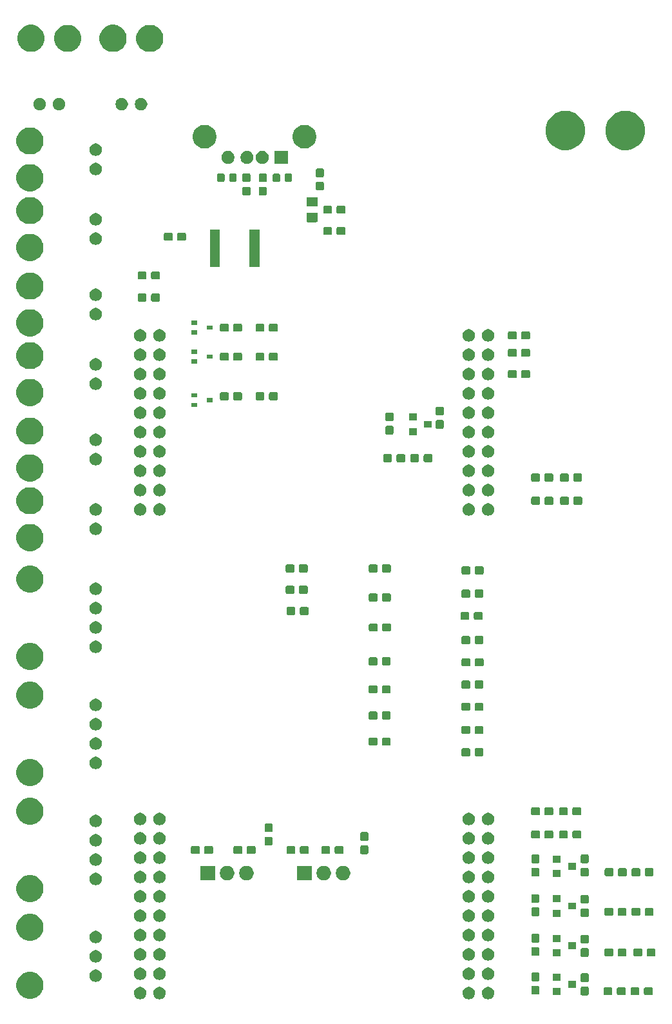
<source format=gbr>
%TF.GenerationSoftware,KiCad,Pcbnew,(5.1.6)-1*%
%TF.CreationDate,2021-12-02T00:23:03-06:00*%
%TF.ProjectId,SRA_Sensor_Board(connector_on_board),5352415f-5365-46e7-936f-725f426f6172,rev?*%
%TF.SameCoordinates,Original*%
%TF.FileFunction,Soldermask,Top*%
%TF.FilePolarity,Negative*%
%FSLAX46Y46*%
G04 Gerber Fmt 4.6, Leading zero omitted, Abs format (unit mm)*
G04 Created by KiCad (PCBNEW (5.1.6)-1) date 2021-12-02 00:23:03*
%MOMM*%
%LPD*%
G01*
G04 APERTURE LIST*
%ADD10C,0.100000*%
G04 APERTURE END LIST*
D10*
G36*
X42908560Y-138666166D02*
G01*
X43053025Y-138726005D01*
X43056153Y-138727301D01*
X43167947Y-138802000D01*
X43188982Y-138816055D01*
X43301945Y-138929018D01*
X43390700Y-139061849D01*
X43451834Y-139209440D01*
X43483000Y-139366122D01*
X43483000Y-139525878D01*
X43451834Y-139682560D01*
X43428796Y-139738180D01*
X43390699Y-139830153D01*
X43301945Y-139962982D01*
X43188982Y-140075945D01*
X43056153Y-140164699D01*
X43056152Y-140164700D01*
X43056151Y-140164700D01*
X42908560Y-140225834D01*
X42751878Y-140257000D01*
X42592122Y-140257000D01*
X42435440Y-140225834D01*
X42287849Y-140164700D01*
X42287848Y-140164700D01*
X42287847Y-140164699D01*
X42155018Y-140075945D01*
X42042055Y-139962982D01*
X41953301Y-139830153D01*
X41915205Y-139738180D01*
X41892166Y-139682560D01*
X41861000Y-139525878D01*
X41861000Y-139366122D01*
X41892166Y-139209440D01*
X41953300Y-139061849D01*
X42042055Y-138929018D01*
X42155018Y-138816055D01*
X42176053Y-138802000D01*
X42287847Y-138727301D01*
X42290976Y-138726005D01*
X42435440Y-138666166D01*
X42592122Y-138635000D01*
X42751878Y-138635000D01*
X42908560Y-138666166D01*
G37*
G36*
X86088560Y-138666166D02*
G01*
X86233025Y-138726005D01*
X86236153Y-138727301D01*
X86347947Y-138802000D01*
X86368982Y-138816055D01*
X86481945Y-138929018D01*
X86570700Y-139061849D01*
X86631834Y-139209440D01*
X86663000Y-139366122D01*
X86663000Y-139525878D01*
X86631834Y-139682560D01*
X86608796Y-139738180D01*
X86570699Y-139830153D01*
X86481945Y-139962982D01*
X86368982Y-140075945D01*
X86236153Y-140164699D01*
X86236152Y-140164700D01*
X86236151Y-140164700D01*
X86088560Y-140225834D01*
X85931878Y-140257000D01*
X85772122Y-140257000D01*
X85615440Y-140225834D01*
X85467849Y-140164700D01*
X85467848Y-140164700D01*
X85467847Y-140164699D01*
X85335018Y-140075945D01*
X85222055Y-139962982D01*
X85133301Y-139830153D01*
X85095205Y-139738180D01*
X85072166Y-139682560D01*
X85041000Y-139525878D01*
X85041000Y-139366122D01*
X85072166Y-139209440D01*
X85133300Y-139061849D01*
X85222055Y-138929018D01*
X85335018Y-138816055D01*
X85356053Y-138802000D01*
X85467847Y-138727301D01*
X85470976Y-138726005D01*
X85615440Y-138666166D01*
X85772122Y-138635000D01*
X85931878Y-138635000D01*
X86088560Y-138666166D01*
G37*
G36*
X88628560Y-138666166D02*
G01*
X88773025Y-138726005D01*
X88776153Y-138727301D01*
X88887947Y-138802000D01*
X88908982Y-138816055D01*
X89021945Y-138929018D01*
X89110700Y-139061849D01*
X89171834Y-139209440D01*
X89203000Y-139366122D01*
X89203000Y-139525878D01*
X89171834Y-139682560D01*
X89148796Y-139738180D01*
X89110699Y-139830153D01*
X89021945Y-139962982D01*
X88908982Y-140075945D01*
X88776153Y-140164699D01*
X88776152Y-140164700D01*
X88776151Y-140164700D01*
X88628560Y-140225834D01*
X88471878Y-140257000D01*
X88312122Y-140257000D01*
X88155440Y-140225834D01*
X88007849Y-140164700D01*
X88007848Y-140164700D01*
X88007847Y-140164699D01*
X87875018Y-140075945D01*
X87762055Y-139962982D01*
X87673301Y-139830153D01*
X87635205Y-139738180D01*
X87612166Y-139682560D01*
X87581000Y-139525878D01*
X87581000Y-139366122D01*
X87612166Y-139209440D01*
X87673300Y-139061849D01*
X87762055Y-138929018D01*
X87875018Y-138816055D01*
X87896053Y-138802000D01*
X88007847Y-138727301D01*
X88010976Y-138726005D01*
X88155440Y-138666166D01*
X88312122Y-138635000D01*
X88471878Y-138635000D01*
X88628560Y-138666166D01*
G37*
G36*
X45448560Y-138666166D02*
G01*
X45593025Y-138726005D01*
X45596153Y-138727301D01*
X45707947Y-138802000D01*
X45728982Y-138816055D01*
X45841945Y-138929018D01*
X45930700Y-139061849D01*
X45991834Y-139209440D01*
X46023000Y-139366122D01*
X46023000Y-139525878D01*
X45991834Y-139682560D01*
X45968796Y-139738180D01*
X45930699Y-139830153D01*
X45841945Y-139962982D01*
X45728982Y-140075945D01*
X45596153Y-140164699D01*
X45596152Y-140164700D01*
X45596151Y-140164700D01*
X45448560Y-140225834D01*
X45291878Y-140257000D01*
X45132122Y-140257000D01*
X44975440Y-140225834D01*
X44827849Y-140164700D01*
X44827848Y-140164700D01*
X44827847Y-140164699D01*
X44695018Y-140075945D01*
X44582055Y-139962982D01*
X44493301Y-139830153D01*
X44455205Y-139738180D01*
X44432166Y-139682560D01*
X44401000Y-139525878D01*
X44401000Y-139366122D01*
X44432166Y-139209440D01*
X44493300Y-139061849D01*
X44582055Y-138929018D01*
X44695018Y-138816055D01*
X44716053Y-138802000D01*
X44827847Y-138727301D01*
X44830976Y-138726005D01*
X44975440Y-138666166D01*
X45132122Y-138635000D01*
X45291878Y-138635000D01*
X45448560Y-138666166D01*
G37*
G36*
X28712039Y-136722250D02*
G01*
X28895284Y-136798153D01*
X29035251Y-136856129D01*
X29326134Y-137050491D01*
X29573509Y-137297866D01*
X29767871Y-137588749D01*
X29767871Y-137588750D01*
X29901750Y-137911961D01*
X29970000Y-138255078D01*
X29970000Y-138604922D01*
X29901750Y-138948039D01*
X29854609Y-139061847D01*
X29767871Y-139271251D01*
X29573509Y-139562134D01*
X29326134Y-139809509D01*
X29035251Y-140003871D01*
X28901372Y-140059325D01*
X28712039Y-140137750D01*
X28368922Y-140206000D01*
X28019078Y-140206000D01*
X27675961Y-140137750D01*
X27486628Y-140059325D01*
X27352749Y-140003871D01*
X27061866Y-139809509D01*
X26814491Y-139562134D01*
X26620129Y-139271251D01*
X26533391Y-139061847D01*
X26486250Y-138948039D01*
X26418000Y-138604922D01*
X26418000Y-138255078D01*
X26486250Y-137911961D01*
X26620129Y-137588750D01*
X26620129Y-137588749D01*
X26814491Y-137297866D01*
X27061866Y-137050491D01*
X27352749Y-136856129D01*
X27492716Y-136798153D01*
X27675961Y-136722250D01*
X28019078Y-136654000D01*
X28368922Y-136654000D01*
X28712039Y-136722250D01*
G37*
G36*
X101456499Y-138606445D02*
G01*
X101493995Y-138617820D01*
X101528554Y-138636292D01*
X101558847Y-138661153D01*
X101583708Y-138691446D01*
X101602180Y-138726005D01*
X101613555Y-138763501D01*
X101618000Y-138808638D01*
X101618000Y-139547362D01*
X101613555Y-139592499D01*
X101602180Y-139629995D01*
X101583708Y-139664554D01*
X101558847Y-139694847D01*
X101528554Y-139719708D01*
X101493995Y-139738180D01*
X101456499Y-139749555D01*
X101411362Y-139754000D01*
X100772638Y-139754000D01*
X100727501Y-139749555D01*
X100690005Y-139738180D01*
X100655446Y-139719708D01*
X100625153Y-139694847D01*
X100600292Y-139664554D01*
X100581820Y-139629995D01*
X100570445Y-139592499D01*
X100566000Y-139547362D01*
X100566000Y-138808638D01*
X100570445Y-138763501D01*
X100581820Y-138726005D01*
X100600292Y-138691446D01*
X100625153Y-138661153D01*
X100655446Y-138636292D01*
X100690005Y-138617820D01*
X100727501Y-138606445D01*
X100772638Y-138602000D01*
X101411362Y-138602000D01*
X101456499Y-138606445D01*
G37*
G36*
X109874499Y-138670445D02*
G01*
X109911995Y-138681820D01*
X109946554Y-138700292D01*
X109976847Y-138725153D01*
X110001708Y-138755446D01*
X110020180Y-138790005D01*
X110031555Y-138827501D01*
X110036000Y-138872638D01*
X110036000Y-139511362D01*
X110031555Y-139556499D01*
X110020180Y-139593995D01*
X110001708Y-139628554D01*
X109976847Y-139658847D01*
X109946554Y-139683708D01*
X109911995Y-139702180D01*
X109874499Y-139713555D01*
X109829362Y-139718000D01*
X109090638Y-139718000D01*
X109045501Y-139713555D01*
X109008005Y-139702180D01*
X108973446Y-139683708D01*
X108943153Y-139658847D01*
X108918292Y-139628554D01*
X108899820Y-139593995D01*
X108888445Y-139556499D01*
X108884000Y-139511362D01*
X108884000Y-138872638D01*
X108888445Y-138827501D01*
X108899820Y-138790005D01*
X108918292Y-138755446D01*
X108943153Y-138725153D01*
X108973446Y-138700292D01*
X109008005Y-138681820D01*
X109045501Y-138670445D01*
X109090638Y-138666000D01*
X109829362Y-138666000D01*
X109874499Y-138670445D01*
G37*
G36*
X108124499Y-138670445D02*
G01*
X108161995Y-138681820D01*
X108196554Y-138700292D01*
X108226847Y-138725153D01*
X108251708Y-138755446D01*
X108270180Y-138790005D01*
X108281555Y-138827501D01*
X108286000Y-138872638D01*
X108286000Y-139511362D01*
X108281555Y-139556499D01*
X108270180Y-139593995D01*
X108251708Y-139628554D01*
X108226847Y-139658847D01*
X108196554Y-139683708D01*
X108161995Y-139702180D01*
X108124499Y-139713555D01*
X108079362Y-139718000D01*
X107340638Y-139718000D01*
X107295501Y-139713555D01*
X107258005Y-139702180D01*
X107223446Y-139683708D01*
X107193153Y-139658847D01*
X107168292Y-139628554D01*
X107149820Y-139593995D01*
X107138445Y-139556499D01*
X107134000Y-139511362D01*
X107134000Y-138872638D01*
X107138445Y-138827501D01*
X107149820Y-138790005D01*
X107168292Y-138755446D01*
X107193153Y-138725153D01*
X107223446Y-138700292D01*
X107258005Y-138681820D01*
X107295501Y-138670445D01*
X107340638Y-138666000D01*
X108079362Y-138666000D01*
X108124499Y-138670445D01*
G37*
G36*
X104568499Y-138670445D02*
G01*
X104605995Y-138681820D01*
X104640554Y-138700292D01*
X104670847Y-138725153D01*
X104695708Y-138755446D01*
X104714180Y-138790005D01*
X104725555Y-138827501D01*
X104730000Y-138872638D01*
X104730000Y-139511362D01*
X104725555Y-139556499D01*
X104714180Y-139593995D01*
X104695708Y-139628554D01*
X104670847Y-139658847D01*
X104640554Y-139683708D01*
X104605995Y-139702180D01*
X104568499Y-139713555D01*
X104523362Y-139718000D01*
X103784638Y-139718000D01*
X103739501Y-139713555D01*
X103702005Y-139702180D01*
X103667446Y-139683708D01*
X103637153Y-139658847D01*
X103612292Y-139628554D01*
X103593820Y-139593995D01*
X103582445Y-139556499D01*
X103578000Y-139511362D01*
X103578000Y-138872638D01*
X103582445Y-138827501D01*
X103593820Y-138790005D01*
X103612292Y-138755446D01*
X103637153Y-138725153D01*
X103667446Y-138700292D01*
X103702005Y-138681820D01*
X103739501Y-138670445D01*
X103784638Y-138666000D01*
X104523362Y-138666000D01*
X104568499Y-138670445D01*
G37*
G36*
X106318499Y-138670445D02*
G01*
X106355995Y-138681820D01*
X106390554Y-138700292D01*
X106420847Y-138725153D01*
X106445708Y-138755446D01*
X106464180Y-138790005D01*
X106475555Y-138827501D01*
X106480000Y-138872638D01*
X106480000Y-139511362D01*
X106475555Y-139556499D01*
X106464180Y-139593995D01*
X106445708Y-139628554D01*
X106420847Y-139658847D01*
X106390554Y-139683708D01*
X106355995Y-139702180D01*
X106318499Y-139713555D01*
X106273362Y-139718000D01*
X105534638Y-139718000D01*
X105489501Y-139713555D01*
X105452005Y-139702180D01*
X105417446Y-139683708D01*
X105387153Y-139658847D01*
X105362292Y-139628554D01*
X105343820Y-139593995D01*
X105332445Y-139556499D01*
X105328000Y-139511362D01*
X105328000Y-138872638D01*
X105332445Y-138827501D01*
X105343820Y-138790005D01*
X105362292Y-138755446D01*
X105387153Y-138725153D01*
X105417446Y-138700292D01*
X105452005Y-138681820D01*
X105489501Y-138670445D01*
X105534638Y-138666000D01*
X106273362Y-138666000D01*
X106318499Y-138670445D01*
G37*
G36*
X97926000Y-139704000D02*
G01*
X96924000Y-139704000D01*
X96924000Y-138802000D01*
X97926000Y-138802000D01*
X97926000Y-139704000D01*
G37*
G36*
X94979499Y-138493445D02*
G01*
X95016995Y-138504820D01*
X95051554Y-138523292D01*
X95081847Y-138548153D01*
X95106708Y-138578446D01*
X95125180Y-138613005D01*
X95136555Y-138650501D01*
X95141000Y-138695638D01*
X95141000Y-139434362D01*
X95136555Y-139479499D01*
X95125180Y-139516995D01*
X95106708Y-139551554D01*
X95081847Y-139581847D01*
X95051554Y-139606708D01*
X95016995Y-139625180D01*
X94979499Y-139636555D01*
X94934362Y-139641000D01*
X94295638Y-139641000D01*
X94250501Y-139636555D01*
X94213005Y-139625180D01*
X94178446Y-139606708D01*
X94148153Y-139581847D01*
X94123292Y-139551554D01*
X94104820Y-139516995D01*
X94093445Y-139479499D01*
X94089000Y-139434362D01*
X94089000Y-138695638D01*
X94093445Y-138650501D01*
X94104820Y-138613005D01*
X94123292Y-138578446D01*
X94148153Y-138548153D01*
X94178446Y-138523292D01*
X94213005Y-138504820D01*
X94250501Y-138493445D01*
X94295638Y-138489000D01*
X94934362Y-138489000D01*
X94979499Y-138493445D01*
G37*
G36*
X99926000Y-138754000D02*
G01*
X98924000Y-138754000D01*
X98924000Y-137852000D01*
X99926000Y-137852000D01*
X99926000Y-138754000D01*
G37*
G36*
X101456499Y-136856445D02*
G01*
X101493995Y-136867820D01*
X101528554Y-136886292D01*
X101558847Y-136911153D01*
X101583708Y-136941446D01*
X101602180Y-136976005D01*
X101613555Y-137013501D01*
X101618000Y-137058638D01*
X101618000Y-137797362D01*
X101613555Y-137842499D01*
X101602180Y-137879995D01*
X101583708Y-137914554D01*
X101558847Y-137944847D01*
X101528554Y-137969708D01*
X101493995Y-137988180D01*
X101456499Y-137999555D01*
X101411362Y-138004000D01*
X100772638Y-138004000D01*
X100727501Y-137999555D01*
X100690005Y-137988180D01*
X100655446Y-137969708D01*
X100625153Y-137944847D01*
X100600292Y-137914554D01*
X100581820Y-137879995D01*
X100570445Y-137842499D01*
X100566000Y-137797362D01*
X100566000Y-137058638D01*
X100570445Y-137013501D01*
X100581820Y-136976005D01*
X100600292Y-136941446D01*
X100625153Y-136911153D01*
X100655446Y-136886292D01*
X100690005Y-136867820D01*
X100727501Y-136856445D01*
X100772638Y-136852000D01*
X101411362Y-136852000D01*
X101456499Y-136856445D01*
G37*
G36*
X37067142Y-136378242D02*
G01*
X37215101Y-136439529D01*
X37348255Y-136528499D01*
X37461501Y-136641745D01*
X37550471Y-136774899D01*
X37611758Y-136922858D01*
X37643000Y-137079925D01*
X37643000Y-137240075D01*
X37611758Y-137397142D01*
X37550471Y-137545101D01*
X37461501Y-137678255D01*
X37348255Y-137791501D01*
X37215101Y-137880471D01*
X37067142Y-137941758D01*
X36910075Y-137973000D01*
X36749925Y-137973000D01*
X36592858Y-137941758D01*
X36444899Y-137880471D01*
X36311745Y-137791501D01*
X36198499Y-137678255D01*
X36109529Y-137545101D01*
X36048242Y-137397142D01*
X36017000Y-137240075D01*
X36017000Y-137079925D01*
X36048242Y-136922858D01*
X36109529Y-136774899D01*
X36198499Y-136641745D01*
X36311745Y-136528499D01*
X36444899Y-136439529D01*
X36592858Y-136378242D01*
X36749925Y-136347000D01*
X36910075Y-136347000D01*
X37067142Y-136378242D01*
G37*
G36*
X94979499Y-136743445D02*
G01*
X95016995Y-136754820D01*
X95051554Y-136773292D01*
X95081847Y-136798153D01*
X95106708Y-136828446D01*
X95125180Y-136863005D01*
X95136555Y-136900501D01*
X95141000Y-136945638D01*
X95141000Y-137684362D01*
X95136555Y-137729499D01*
X95125180Y-137766995D01*
X95106708Y-137801554D01*
X95081847Y-137831847D01*
X95051554Y-137856708D01*
X95016995Y-137875180D01*
X94979499Y-137886555D01*
X94934362Y-137891000D01*
X94295638Y-137891000D01*
X94250501Y-137886555D01*
X94213005Y-137875180D01*
X94178446Y-137856708D01*
X94148153Y-137831847D01*
X94123292Y-137801554D01*
X94104820Y-137766995D01*
X94093445Y-137729499D01*
X94089000Y-137684362D01*
X94089000Y-136945638D01*
X94093445Y-136900501D01*
X94104820Y-136863005D01*
X94123292Y-136828446D01*
X94148153Y-136798153D01*
X94178446Y-136773292D01*
X94213005Y-136754820D01*
X94250501Y-136743445D01*
X94295638Y-136739000D01*
X94934362Y-136739000D01*
X94979499Y-136743445D01*
G37*
G36*
X97926000Y-137804000D02*
G01*
X96924000Y-137804000D01*
X96924000Y-136902000D01*
X97926000Y-136902000D01*
X97926000Y-137804000D01*
G37*
G36*
X88628560Y-136126166D02*
G01*
X88776153Y-136187301D01*
X88908982Y-136276055D01*
X89021945Y-136389018D01*
X89055696Y-136439529D01*
X89110700Y-136521849D01*
X89171834Y-136669440D01*
X89203000Y-136826122D01*
X89203000Y-136985878D01*
X89171834Y-137142560D01*
X89131443Y-137240074D01*
X89110699Y-137290153D01*
X89021945Y-137422982D01*
X88908982Y-137535945D01*
X88776153Y-137624699D01*
X88776152Y-137624700D01*
X88776151Y-137624700D01*
X88628560Y-137685834D01*
X88471878Y-137717000D01*
X88312122Y-137717000D01*
X88155440Y-137685834D01*
X88007849Y-137624700D01*
X88007848Y-137624700D01*
X88007847Y-137624699D01*
X87875018Y-137535945D01*
X87762055Y-137422982D01*
X87673301Y-137290153D01*
X87652558Y-137240074D01*
X87612166Y-137142560D01*
X87581000Y-136985878D01*
X87581000Y-136826122D01*
X87612166Y-136669440D01*
X87673300Y-136521849D01*
X87728305Y-136439529D01*
X87762055Y-136389018D01*
X87875018Y-136276055D01*
X88007847Y-136187301D01*
X88155440Y-136126166D01*
X88312122Y-136095000D01*
X88471878Y-136095000D01*
X88628560Y-136126166D01*
G37*
G36*
X86088560Y-136126166D02*
G01*
X86236153Y-136187301D01*
X86368982Y-136276055D01*
X86481945Y-136389018D01*
X86515696Y-136439529D01*
X86570700Y-136521849D01*
X86631834Y-136669440D01*
X86663000Y-136826122D01*
X86663000Y-136985878D01*
X86631834Y-137142560D01*
X86591443Y-137240074D01*
X86570699Y-137290153D01*
X86481945Y-137422982D01*
X86368982Y-137535945D01*
X86236153Y-137624699D01*
X86236152Y-137624700D01*
X86236151Y-137624700D01*
X86088560Y-137685834D01*
X85931878Y-137717000D01*
X85772122Y-137717000D01*
X85615440Y-137685834D01*
X85467849Y-137624700D01*
X85467848Y-137624700D01*
X85467847Y-137624699D01*
X85335018Y-137535945D01*
X85222055Y-137422982D01*
X85133301Y-137290153D01*
X85112558Y-137240074D01*
X85072166Y-137142560D01*
X85041000Y-136985878D01*
X85041000Y-136826122D01*
X85072166Y-136669440D01*
X85133300Y-136521849D01*
X85188305Y-136439529D01*
X85222055Y-136389018D01*
X85335018Y-136276055D01*
X85467847Y-136187301D01*
X85615440Y-136126166D01*
X85772122Y-136095000D01*
X85931878Y-136095000D01*
X86088560Y-136126166D01*
G37*
G36*
X45448560Y-136126166D02*
G01*
X45596153Y-136187301D01*
X45728982Y-136276055D01*
X45841945Y-136389018D01*
X45875696Y-136439529D01*
X45930700Y-136521849D01*
X45991834Y-136669440D01*
X46023000Y-136826122D01*
X46023000Y-136985878D01*
X45991834Y-137142560D01*
X45951443Y-137240074D01*
X45930699Y-137290153D01*
X45841945Y-137422982D01*
X45728982Y-137535945D01*
X45596153Y-137624699D01*
X45596152Y-137624700D01*
X45596151Y-137624700D01*
X45448560Y-137685834D01*
X45291878Y-137717000D01*
X45132122Y-137717000D01*
X44975440Y-137685834D01*
X44827849Y-137624700D01*
X44827848Y-137624700D01*
X44827847Y-137624699D01*
X44695018Y-137535945D01*
X44582055Y-137422982D01*
X44493301Y-137290153D01*
X44472558Y-137240074D01*
X44432166Y-137142560D01*
X44401000Y-136985878D01*
X44401000Y-136826122D01*
X44432166Y-136669440D01*
X44493300Y-136521849D01*
X44548305Y-136439529D01*
X44582055Y-136389018D01*
X44695018Y-136276055D01*
X44827847Y-136187301D01*
X44975440Y-136126166D01*
X45132122Y-136095000D01*
X45291878Y-136095000D01*
X45448560Y-136126166D01*
G37*
G36*
X42908560Y-136126166D02*
G01*
X43056153Y-136187301D01*
X43188982Y-136276055D01*
X43301945Y-136389018D01*
X43335696Y-136439529D01*
X43390700Y-136521849D01*
X43451834Y-136669440D01*
X43483000Y-136826122D01*
X43483000Y-136985878D01*
X43451834Y-137142560D01*
X43411443Y-137240074D01*
X43390699Y-137290153D01*
X43301945Y-137422982D01*
X43188982Y-137535945D01*
X43056153Y-137624699D01*
X43056152Y-137624700D01*
X43056151Y-137624700D01*
X42908560Y-137685834D01*
X42751878Y-137717000D01*
X42592122Y-137717000D01*
X42435440Y-137685834D01*
X42287849Y-137624700D01*
X42287848Y-137624700D01*
X42287847Y-137624699D01*
X42155018Y-137535945D01*
X42042055Y-137422982D01*
X41953301Y-137290153D01*
X41932558Y-137240074D01*
X41892166Y-137142560D01*
X41861000Y-136985878D01*
X41861000Y-136826122D01*
X41892166Y-136669440D01*
X41953300Y-136521849D01*
X42008305Y-136439529D01*
X42042055Y-136389018D01*
X42155018Y-136276055D01*
X42287847Y-136187301D01*
X42435440Y-136126166D01*
X42592122Y-136095000D01*
X42751878Y-136095000D01*
X42908560Y-136126166D01*
G37*
G36*
X37067142Y-133838242D02*
G01*
X37215101Y-133899529D01*
X37348255Y-133988499D01*
X37461501Y-134101745D01*
X37550471Y-134234899D01*
X37611758Y-134382858D01*
X37643000Y-134539925D01*
X37643000Y-134700075D01*
X37611758Y-134857142D01*
X37550471Y-135005101D01*
X37461501Y-135138255D01*
X37348255Y-135251501D01*
X37215101Y-135340471D01*
X37067142Y-135401758D01*
X36910075Y-135433000D01*
X36749925Y-135433000D01*
X36592858Y-135401758D01*
X36444899Y-135340471D01*
X36311745Y-135251501D01*
X36198499Y-135138255D01*
X36109529Y-135005101D01*
X36048242Y-134857142D01*
X36017000Y-134700075D01*
X36017000Y-134539925D01*
X36048242Y-134382858D01*
X36109529Y-134234899D01*
X36198499Y-134101745D01*
X36311745Y-133988499D01*
X36444899Y-133899529D01*
X36592858Y-133838242D01*
X36749925Y-133807000D01*
X36910075Y-133807000D01*
X37067142Y-133838242D01*
G37*
G36*
X88628560Y-133586166D02*
G01*
X88770968Y-133645153D01*
X88776153Y-133647301D01*
X88908982Y-133736055D01*
X89021945Y-133849018D01*
X89055696Y-133899529D01*
X89110700Y-133981849D01*
X89171834Y-134129440D01*
X89203000Y-134286122D01*
X89203000Y-134445878D01*
X89171834Y-134602560D01*
X89131443Y-134700074D01*
X89110699Y-134750153D01*
X89021945Y-134882982D01*
X88908982Y-134995945D01*
X88776153Y-135084699D01*
X88776152Y-135084700D01*
X88776151Y-135084700D01*
X88628560Y-135145834D01*
X88471878Y-135177000D01*
X88312122Y-135177000D01*
X88155440Y-135145834D01*
X88007849Y-135084700D01*
X88007848Y-135084700D01*
X88007847Y-135084699D01*
X87875018Y-134995945D01*
X87762055Y-134882982D01*
X87673301Y-134750153D01*
X87652558Y-134700074D01*
X87612166Y-134602560D01*
X87581000Y-134445878D01*
X87581000Y-134286122D01*
X87612166Y-134129440D01*
X87673300Y-133981849D01*
X87728305Y-133899529D01*
X87762055Y-133849018D01*
X87875018Y-133736055D01*
X88007847Y-133647301D01*
X88013033Y-133645153D01*
X88155440Y-133586166D01*
X88312122Y-133555000D01*
X88471878Y-133555000D01*
X88628560Y-133586166D01*
G37*
G36*
X86088560Y-133586166D02*
G01*
X86230968Y-133645153D01*
X86236153Y-133647301D01*
X86368982Y-133736055D01*
X86481945Y-133849018D01*
X86515696Y-133899529D01*
X86570700Y-133981849D01*
X86631834Y-134129440D01*
X86663000Y-134286122D01*
X86663000Y-134445878D01*
X86631834Y-134602560D01*
X86591443Y-134700074D01*
X86570699Y-134750153D01*
X86481945Y-134882982D01*
X86368982Y-134995945D01*
X86236153Y-135084699D01*
X86236152Y-135084700D01*
X86236151Y-135084700D01*
X86088560Y-135145834D01*
X85931878Y-135177000D01*
X85772122Y-135177000D01*
X85615440Y-135145834D01*
X85467849Y-135084700D01*
X85467848Y-135084700D01*
X85467847Y-135084699D01*
X85335018Y-134995945D01*
X85222055Y-134882982D01*
X85133301Y-134750153D01*
X85112558Y-134700074D01*
X85072166Y-134602560D01*
X85041000Y-134445878D01*
X85041000Y-134286122D01*
X85072166Y-134129440D01*
X85133300Y-133981849D01*
X85188305Y-133899529D01*
X85222055Y-133849018D01*
X85335018Y-133736055D01*
X85467847Y-133647301D01*
X85473033Y-133645153D01*
X85615440Y-133586166D01*
X85772122Y-133555000D01*
X85931878Y-133555000D01*
X86088560Y-133586166D01*
G37*
G36*
X45448560Y-133586166D02*
G01*
X45590968Y-133645153D01*
X45596153Y-133647301D01*
X45728982Y-133736055D01*
X45841945Y-133849018D01*
X45875696Y-133899529D01*
X45930700Y-133981849D01*
X45991834Y-134129440D01*
X46023000Y-134286122D01*
X46023000Y-134445878D01*
X45991834Y-134602560D01*
X45951443Y-134700074D01*
X45930699Y-134750153D01*
X45841945Y-134882982D01*
X45728982Y-134995945D01*
X45596153Y-135084699D01*
X45596152Y-135084700D01*
X45596151Y-135084700D01*
X45448560Y-135145834D01*
X45291878Y-135177000D01*
X45132122Y-135177000D01*
X44975440Y-135145834D01*
X44827849Y-135084700D01*
X44827848Y-135084700D01*
X44827847Y-135084699D01*
X44695018Y-134995945D01*
X44582055Y-134882982D01*
X44493301Y-134750153D01*
X44472558Y-134700074D01*
X44432166Y-134602560D01*
X44401000Y-134445878D01*
X44401000Y-134286122D01*
X44432166Y-134129440D01*
X44493300Y-133981849D01*
X44548305Y-133899529D01*
X44582055Y-133849018D01*
X44695018Y-133736055D01*
X44827847Y-133647301D01*
X44833033Y-133645153D01*
X44975440Y-133586166D01*
X45132122Y-133555000D01*
X45291878Y-133555000D01*
X45448560Y-133586166D01*
G37*
G36*
X42908560Y-133586166D02*
G01*
X43050968Y-133645153D01*
X43056153Y-133647301D01*
X43188982Y-133736055D01*
X43301945Y-133849018D01*
X43335696Y-133899529D01*
X43390700Y-133981849D01*
X43451834Y-134129440D01*
X43483000Y-134286122D01*
X43483000Y-134445878D01*
X43451834Y-134602560D01*
X43411443Y-134700074D01*
X43390699Y-134750153D01*
X43301945Y-134882982D01*
X43188982Y-134995945D01*
X43056153Y-135084699D01*
X43056152Y-135084700D01*
X43056151Y-135084700D01*
X42908560Y-135145834D01*
X42751878Y-135177000D01*
X42592122Y-135177000D01*
X42435440Y-135145834D01*
X42287849Y-135084700D01*
X42287848Y-135084700D01*
X42287847Y-135084699D01*
X42155018Y-134995945D01*
X42042055Y-134882982D01*
X41953301Y-134750153D01*
X41932558Y-134700074D01*
X41892166Y-134602560D01*
X41861000Y-134445878D01*
X41861000Y-134286122D01*
X41892166Y-134129440D01*
X41953300Y-133981849D01*
X42008305Y-133899529D01*
X42042055Y-133849018D01*
X42155018Y-133736055D01*
X42287847Y-133647301D01*
X42293033Y-133645153D01*
X42435440Y-133586166D01*
X42592122Y-133555000D01*
X42751878Y-133555000D01*
X42908560Y-133586166D01*
G37*
G36*
X101456499Y-133540445D02*
G01*
X101493995Y-133551820D01*
X101528554Y-133570292D01*
X101558847Y-133595153D01*
X101583708Y-133625446D01*
X101602180Y-133660005D01*
X101613555Y-133697501D01*
X101618000Y-133742638D01*
X101618000Y-134481362D01*
X101613555Y-134526499D01*
X101602180Y-134563995D01*
X101583708Y-134598554D01*
X101558847Y-134628847D01*
X101528554Y-134653708D01*
X101493995Y-134672180D01*
X101456499Y-134683555D01*
X101411362Y-134688000D01*
X100772638Y-134688000D01*
X100727501Y-134683555D01*
X100690005Y-134672180D01*
X100655446Y-134653708D01*
X100625153Y-134628847D01*
X100600292Y-134598554D01*
X100581820Y-134563995D01*
X100570445Y-134526499D01*
X100566000Y-134481362D01*
X100566000Y-133742638D01*
X100570445Y-133697501D01*
X100581820Y-133660005D01*
X100600292Y-133625446D01*
X100625153Y-133595153D01*
X100655446Y-133570292D01*
X100690005Y-133551820D01*
X100727501Y-133540445D01*
X100772638Y-133536000D01*
X101411362Y-133536000D01*
X101456499Y-133540445D01*
G37*
G36*
X104681499Y-133590445D02*
G01*
X104718995Y-133601820D01*
X104753554Y-133620292D01*
X104783847Y-133645153D01*
X104808708Y-133675446D01*
X104827180Y-133710005D01*
X104838555Y-133747501D01*
X104843000Y-133792638D01*
X104843000Y-134431362D01*
X104838555Y-134476499D01*
X104827180Y-134513995D01*
X104808708Y-134548554D01*
X104783847Y-134578847D01*
X104753554Y-134603708D01*
X104718995Y-134622180D01*
X104681499Y-134633555D01*
X104636362Y-134638000D01*
X103897638Y-134638000D01*
X103852501Y-134633555D01*
X103815005Y-134622180D01*
X103780446Y-134603708D01*
X103750153Y-134578847D01*
X103725292Y-134548554D01*
X103706820Y-134513995D01*
X103695445Y-134476499D01*
X103691000Y-134431362D01*
X103691000Y-133792638D01*
X103695445Y-133747501D01*
X103706820Y-133710005D01*
X103725292Y-133675446D01*
X103750153Y-133645153D01*
X103780446Y-133620292D01*
X103815005Y-133601820D01*
X103852501Y-133590445D01*
X103897638Y-133586000D01*
X104636362Y-133586000D01*
X104681499Y-133590445D01*
G37*
G36*
X106431499Y-133590445D02*
G01*
X106468995Y-133601820D01*
X106503554Y-133620292D01*
X106533847Y-133645153D01*
X106558708Y-133675446D01*
X106577180Y-133710005D01*
X106588555Y-133747501D01*
X106593000Y-133792638D01*
X106593000Y-134431362D01*
X106588555Y-134476499D01*
X106577180Y-134513995D01*
X106558708Y-134548554D01*
X106533847Y-134578847D01*
X106503554Y-134603708D01*
X106468995Y-134622180D01*
X106431499Y-134633555D01*
X106386362Y-134638000D01*
X105647638Y-134638000D01*
X105602501Y-134633555D01*
X105565005Y-134622180D01*
X105530446Y-134603708D01*
X105500153Y-134578847D01*
X105475292Y-134548554D01*
X105456820Y-134513995D01*
X105445445Y-134476499D01*
X105441000Y-134431362D01*
X105441000Y-133792638D01*
X105445445Y-133747501D01*
X105456820Y-133710005D01*
X105475292Y-133675446D01*
X105500153Y-133645153D01*
X105530446Y-133620292D01*
X105565005Y-133601820D01*
X105602501Y-133590445D01*
X105647638Y-133586000D01*
X106386362Y-133586000D01*
X106431499Y-133590445D01*
G37*
G36*
X108491499Y-133590445D02*
G01*
X108528995Y-133601820D01*
X108563554Y-133620292D01*
X108593847Y-133645153D01*
X108618708Y-133675446D01*
X108637180Y-133710005D01*
X108648555Y-133747501D01*
X108653000Y-133792638D01*
X108653000Y-134431362D01*
X108648555Y-134476499D01*
X108637180Y-134513995D01*
X108618708Y-134548554D01*
X108593847Y-134578847D01*
X108563554Y-134603708D01*
X108528995Y-134622180D01*
X108491499Y-134633555D01*
X108446362Y-134638000D01*
X107707638Y-134638000D01*
X107662501Y-134633555D01*
X107625005Y-134622180D01*
X107590446Y-134603708D01*
X107560153Y-134578847D01*
X107535292Y-134548554D01*
X107516820Y-134513995D01*
X107505445Y-134476499D01*
X107501000Y-134431362D01*
X107501000Y-133792638D01*
X107505445Y-133747501D01*
X107516820Y-133710005D01*
X107535292Y-133675446D01*
X107560153Y-133645153D01*
X107590446Y-133620292D01*
X107625005Y-133601820D01*
X107662501Y-133590445D01*
X107707638Y-133586000D01*
X108446362Y-133586000D01*
X108491499Y-133590445D01*
G37*
G36*
X110241499Y-133590445D02*
G01*
X110278995Y-133601820D01*
X110313554Y-133620292D01*
X110343847Y-133645153D01*
X110368708Y-133675446D01*
X110387180Y-133710005D01*
X110398555Y-133747501D01*
X110403000Y-133792638D01*
X110403000Y-134431362D01*
X110398555Y-134476499D01*
X110387180Y-134513995D01*
X110368708Y-134548554D01*
X110343847Y-134578847D01*
X110313554Y-134603708D01*
X110278995Y-134622180D01*
X110241499Y-134633555D01*
X110196362Y-134638000D01*
X109457638Y-134638000D01*
X109412501Y-134633555D01*
X109375005Y-134622180D01*
X109340446Y-134603708D01*
X109310153Y-134578847D01*
X109285292Y-134548554D01*
X109266820Y-134513995D01*
X109255445Y-134476499D01*
X109251000Y-134431362D01*
X109251000Y-133792638D01*
X109255445Y-133747501D01*
X109266820Y-133710005D01*
X109285292Y-133675446D01*
X109310153Y-133645153D01*
X109340446Y-133620292D01*
X109375005Y-133601820D01*
X109412501Y-133590445D01*
X109457638Y-133586000D01*
X110196362Y-133586000D01*
X110241499Y-133590445D01*
G37*
G36*
X97926000Y-134624000D02*
G01*
X96924000Y-134624000D01*
X96924000Y-133722000D01*
X97926000Y-133722000D01*
X97926000Y-134624000D01*
G37*
G36*
X94979499Y-133413445D02*
G01*
X95016995Y-133424820D01*
X95051554Y-133443292D01*
X95081847Y-133468153D01*
X95106708Y-133498446D01*
X95125180Y-133533005D01*
X95136555Y-133570501D01*
X95141000Y-133615638D01*
X95141000Y-134354362D01*
X95136555Y-134399499D01*
X95125180Y-134436995D01*
X95106708Y-134471554D01*
X95081847Y-134501847D01*
X95051554Y-134526708D01*
X95016995Y-134545180D01*
X94979499Y-134556555D01*
X94934362Y-134561000D01*
X94295638Y-134561000D01*
X94250501Y-134556555D01*
X94213005Y-134545180D01*
X94178446Y-134526708D01*
X94148153Y-134501847D01*
X94123292Y-134471554D01*
X94104820Y-134436995D01*
X94093445Y-134399499D01*
X94089000Y-134354362D01*
X94089000Y-133615638D01*
X94093445Y-133570501D01*
X94104820Y-133533005D01*
X94123292Y-133498446D01*
X94148153Y-133468153D01*
X94178446Y-133443292D01*
X94213005Y-133424820D01*
X94250501Y-133413445D01*
X94295638Y-133409000D01*
X94934362Y-133409000D01*
X94979499Y-133413445D01*
G37*
G36*
X99926000Y-133674000D02*
G01*
X98924000Y-133674000D01*
X98924000Y-132772000D01*
X99926000Y-132772000D01*
X99926000Y-133674000D01*
G37*
G36*
X101456499Y-131790445D02*
G01*
X101493995Y-131801820D01*
X101528554Y-131820292D01*
X101558847Y-131845153D01*
X101583708Y-131875446D01*
X101602180Y-131910005D01*
X101613555Y-131947501D01*
X101618000Y-131992638D01*
X101618000Y-132731362D01*
X101613555Y-132776499D01*
X101602180Y-132813995D01*
X101583708Y-132848554D01*
X101558847Y-132878847D01*
X101528554Y-132903708D01*
X101493995Y-132922180D01*
X101456499Y-132933555D01*
X101411362Y-132938000D01*
X100772638Y-132938000D01*
X100727501Y-132933555D01*
X100690005Y-132922180D01*
X100655446Y-132903708D01*
X100625153Y-132878847D01*
X100600292Y-132848554D01*
X100581820Y-132813995D01*
X100570445Y-132776499D01*
X100566000Y-132731362D01*
X100566000Y-131992638D01*
X100570445Y-131947501D01*
X100581820Y-131910005D01*
X100600292Y-131875446D01*
X100625153Y-131845153D01*
X100655446Y-131820292D01*
X100690005Y-131801820D01*
X100727501Y-131790445D01*
X100772638Y-131786000D01*
X101411362Y-131786000D01*
X101456499Y-131790445D01*
G37*
G36*
X37067142Y-131298242D02*
G01*
X37215101Y-131359529D01*
X37348255Y-131448499D01*
X37461501Y-131561745D01*
X37550471Y-131694899D01*
X37611758Y-131842858D01*
X37643000Y-131999925D01*
X37643000Y-132160075D01*
X37611758Y-132317142D01*
X37550471Y-132465101D01*
X37461501Y-132598255D01*
X37348255Y-132711501D01*
X37215101Y-132800471D01*
X37067142Y-132861758D01*
X36910075Y-132893000D01*
X36749925Y-132893000D01*
X36592858Y-132861758D01*
X36444899Y-132800471D01*
X36311745Y-132711501D01*
X36198499Y-132598255D01*
X36109529Y-132465101D01*
X36048242Y-132317142D01*
X36017000Y-132160075D01*
X36017000Y-131999925D01*
X36048242Y-131842858D01*
X36109529Y-131694899D01*
X36198499Y-131561745D01*
X36311745Y-131448499D01*
X36444899Y-131359529D01*
X36592858Y-131298242D01*
X36749925Y-131267000D01*
X36910075Y-131267000D01*
X37067142Y-131298242D01*
G37*
G36*
X94979499Y-131663445D02*
G01*
X95016995Y-131674820D01*
X95051554Y-131693292D01*
X95081847Y-131718153D01*
X95106708Y-131748446D01*
X95125180Y-131783005D01*
X95136555Y-131820501D01*
X95141000Y-131865638D01*
X95141000Y-132604362D01*
X95136555Y-132649499D01*
X95125180Y-132686995D01*
X95106708Y-132721554D01*
X95081847Y-132751847D01*
X95051554Y-132776708D01*
X95016995Y-132795180D01*
X94979499Y-132806555D01*
X94934362Y-132811000D01*
X94295638Y-132811000D01*
X94250501Y-132806555D01*
X94213005Y-132795180D01*
X94178446Y-132776708D01*
X94148153Y-132751847D01*
X94123292Y-132721554D01*
X94104820Y-132686995D01*
X94093445Y-132649499D01*
X94089000Y-132604362D01*
X94089000Y-131865638D01*
X94093445Y-131820501D01*
X94104820Y-131783005D01*
X94123292Y-131748446D01*
X94148153Y-131718153D01*
X94178446Y-131693292D01*
X94213005Y-131674820D01*
X94250501Y-131663445D01*
X94295638Y-131659000D01*
X94934362Y-131659000D01*
X94979499Y-131663445D01*
G37*
G36*
X97926000Y-132724000D02*
G01*
X96924000Y-132724000D01*
X96924000Y-131822000D01*
X97926000Y-131822000D01*
X97926000Y-132724000D01*
G37*
G36*
X45448560Y-131046166D02*
G01*
X45596153Y-131107301D01*
X45728982Y-131196055D01*
X45841945Y-131309018D01*
X45875696Y-131359529D01*
X45930700Y-131441849D01*
X45991834Y-131589440D01*
X46023000Y-131746122D01*
X46023000Y-131905878D01*
X45991834Y-132062560D01*
X45951443Y-132160074D01*
X45930699Y-132210153D01*
X45841945Y-132342982D01*
X45728982Y-132455945D01*
X45596153Y-132544699D01*
X45596152Y-132544700D01*
X45596151Y-132544700D01*
X45448560Y-132605834D01*
X45291878Y-132637000D01*
X45132122Y-132637000D01*
X44975440Y-132605834D01*
X44827849Y-132544700D01*
X44827848Y-132544700D01*
X44827847Y-132544699D01*
X44695018Y-132455945D01*
X44582055Y-132342982D01*
X44493301Y-132210153D01*
X44472558Y-132160074D01*
X44432166Y-132062560D01*
X44401000Y-131905878D01*
X44401000Y-131746122D01*
X44432166Y-131589440D01*
X44493300Y-131441849D01*
X44548305Y-131359529D01*
X44582055Y-131309018D01*
X44695018Y-131196055D01*
X44827847Y-131107301D01*
X44975440Y-131046166D01*
X45132122Y-131015000D01*
X45291878Y-131015000D01*
X45448560Y-131046166D01*
G37*
G36*
X86088560Y-131046166D02*
G01*
X86236153Y-131107301D01*
X86368982Y-131196055D01*
X86481945Y-131309018D01*
X86515696Y-131359529D01*
X86570700Y-131441849D01*
X86631834Y-131589440D01*
X86663000Y-131746122D01*
X86663000Y-131905878D01*
X86631834Y-132062560D01*
X86591443Y-132160074D01*
X86570699Y-132210153D01*
X86481945Y-132342982D01*
X86368982Y-132455945D01*
X86236153Y-132544699D01*
X86236152Y-132544700D01*
X86236151Y-132544700D01*
X86088560Y-132605834D01*
X85931878Y-132637000D01*
X85772122Y-132637000D01*
X85615440Y-132605834D01*
X85467849Y-132544700D01*
X85467848Y-132544700D01*
X85467847Y-132544699D01*
X85335018Y-132455945D01*
X85222055Y-132342982D01*
X85133301Y-132210153D01*
X85112558Y-132160074D01*
X85072166Y-132062560D01*
X85041000Y-131905878D01*
X85041000Y-131746122D01*
X85072166Y-131589440D01*
X85133300Y-131441849D01*
X85188305Y-131359529D01*
X85222055Y-131309018D01*
X85335018Y-131196055D01*
X85467847Y-131107301D01*
X85615440Y-131046166D01*
X85772122Y-131015000D01*
X85931878Y-131015000D01*
X86088560Y-131046166D01*
G37*
G36*
X88628560Y-131046166D02*
G01*
X88776153Y-131107301D01*
X88908982Y-131196055D01*
X89021945Y-131309018D01*
X89055696Y-131359529D01*
X89110700Y-131441849D01*
X89171834Y-131589440D01*
X89203000Y-131746122D01*
X89203000Y-131905878D01*
X89171834Y-132062560D01*
X89131443Y-132160074D01*
X89110699Y-132210153D01*
X89021945Y-132342982D01*
X88908982Y-132455945D01*
X88776153Y-132544699D01*
X88776152Y-132544700D01*
X88776151Y-132544700D01*
X88628560Y-132605834D01*
X88471878Y-132637000D01*
X88312122Y-132637000D01*
X88155440Y-132605834D01*
X88007849Y-132544700D01*
X88007848Y-132544700D01*
X88007847Y-132544699D01*
X87875018Y-132455945D01*
X87762055Y-132342982D01*
X87673301Y-132210153D01*
X87652558Y-132160074D01*
X87612166Y-132062560D01*
X87581000Y-131905878D01*
X87581000Y-131746122D01*
X87612166Y-131589440D01*
X87673300Y-131441849D01*
X87728305Y-131359529D01*
X87762055Y-131309018D01*
X87875018Y-131196055D01*
X88007847Y-131107301D01*
X88155440Y-131046166D01*
X88312122Y-131015000D01*
X88471878Y-131015000D01*
X88628560Y-131046166D01*
G37*
G36*
X42908560Y-131046166D02*
G01*
X43056153Y-131107301D01*
X43188982Y-131196055D01*
X43301945Y-131309018D01*
X43335696Y-131359529D01*
X43390700Y-131441849D01*
X43451834Y-131589440D01*
X43483000Y-131746122D01*
X43483000Y-131905878D01*
X43451834Y-132062560D01*
X43411443Y-132160074D01*
X43390699Y-132210153D01*
X43301945Y-132342982D01*
X43188982Y-132455945D01*
X43056153Y-132544699D01*
X43056152Y-132544700D01*
X43056151Y-132544700D01*
X42908560Y-132605834D01*
X42751878Y-132637000D01*
X42592122Y-132637000D01*
X42435440Y-132605834D01*
X42287849Y-132544700D01*
X42287848Y-132544700D01*
X42287847Y-132544699D01*
X42155018Y-132455945D01*
X42042055Y-132342982D01*
X41953301Y-132210153D01*
X41932558Y-132160074D01*
X41892166Y-132062560D01*
X41861000Y-131905878D01*
X41861000Y-131746122D01*
X41892166Y-131589440D01*
X41953300Y-131441849D01*
X42008305Y-131359529D01*
X42042055Y-131309018D01*
X42155018Y-131196055D01*
X42287847Y-131107301D01*
X42435440Y-131046166D01*
X42592122Y-131015000D01*
X42751878Y-131015000D01*
X42908560Y-131046166D01*
G37*
G36*
X28712039Y-129102250D02*
G01*
X28809208Y-129142499D01*
X29035251Y-129236129D01*
X29326134Y-129430491D01*
X29573509Y-129677866D01*
X29767871Y-129968749D01*
X29767871Y-129968750D01*
X29901750Y-130291961D01*
X29970000Y-130635078D01*
X29970000Y-130984922D01*
X29901750Y-131328039D01*
X29851853Y-131448501D01*
X29767871Y-131651251D01*
X29573509Y-131942134D01*
X29326134Y-132189509D01*
X29035251Y-132383871D01*
X28901372Y-132439325D01*
X28712039Y-132517750D01*
X28368922Y-132586000D01*
X28019078Y-132586000D01*
X27675961Y-132517750D01*
X27486628Y-132439325D01*
X27352749Y-132383871D01*
X27061866Y-132189509D01*
X26814491Y-131942134D01*
X26620129Y-131651251D01*
X26536147Y-131448501D01*
X26486250Y-131328039D01*
X26418000Y-130984922D01*
X26418000Y-130635078D01*
X26486250Y-130291961D01*
X26620129Y-129968750D01*
X26620129Y-129968749D01*
X26814491Y-129677866D01*
X27061866Y-129430491D01*
X27352749Y-129236129D01*
X27578792Y-129142499D01*
X27675961Y-129102250D01*
X28019078Y-129034000D01*
X28368922Y-129034000D01*
X28712039Y-129102250D01*
G37*
G36*
X88628560Y-128506166D02*
G01*
X88776153Y-128567301D01*
X88792165Y-128578000D01*
X88908982Y-128656055D01*
X89021945Y-128769018D01*
X89110700Y-128901849D01*
X89171834Y-129049440D01*
X89200121Y-129191646D01*
X89203000Y-129206123D01*
X89203000Y-129365877D01*
X89171834Y-129522560D01*
X89110699Y-129670153D01*
X89021945Y-129802982D01*
X88908982Y-129915945D01*
X88776153Y-130004699D01*
X88776152Y-130004700D01*
X88776151Y-130004700D01*
X88628560Y-130065834D01*
X88471878Y-130097000D01*
X88312122Y-130097000D01*
X88155440Y-130065834D01*
X88007849Y-130004700D01*
X88007848Y-130004700D01*
X88007847Y-130004699D01*
X87875018Y-129915945D01*
X87762055Y-129802982D01*
X87673301Y-129670153D01*
X87612166Y-129522560D01*
X87581000Y-129365877D01*
X87581000Y-129206123D01*
X87583880Y-129191646D01*
X87612166Y-129049440D01*
X87673300Y-128901849D01*
X87762055Y-128769018D01*
X87875018Y-128656055D01*
X87991835Y-128578000D01*
X88007847Y-128567301D01*
X88155440Y-128506166D01*
X88312122Y-128475000D01*
X88471878Y-128475000D01*
X88628560Y-128506166D01*
G37*
G36*
X42908560Y-128506166D02*
G01*
X43056153Y-128567301D01*
X43072165Y-128578000D01*
X43188982Y-128656055D01*
X43301945Y-128769018D01*
X43390700Y-128901849D01*
X43451834Y-129049440D01*
X43480121Y-129191646D01*
X43483000Y-129206123D01*
X43483000Y-129365877D01*
X43451834Y-129522560D01*
X43390699Y-129670153D01*
X43301945Y-129802982D01*
X43188982Y-129915945D01*
X43056153Y-130004699D01*
X43056152Y-130004700D01*
X43056151Y-130004700D01*
X42908560Y-130065834D01*
X42751878Y-130097000D01*
X42592122Y-130097000D01*
X42435440Y-130065834D01*
X42287849Y-130004700D01*
X42287848Y-130004700D01*
X42287847Y-130004699D01*
X42155018Y-129915945D01*
X42042055Y-129802982D01*
X41953301Y-129670153D01*
X41892166Y-129522560D01*
X41861000Y-129365877D01*
X41861000Y-129206123D01*
X41863880Y-129191646D01*
X41892166Y-129049440D01*
X41953300Y-128901849D01*
X42042055Y-128769018D01*
X42155018Y-128656055D01*
X42271835Y-128578000D01*
X42287847Y-128567301D01*
X42435440Y-128506166D01*
X42592122Y-128475000D01*
X42751878Y-128475000D01*
X42908560Y-128506166D01*
G37*
G36*
X45448560Y-128506166D02*
G01*
X45596153Y-128567301D01*
X45612165Y-128578000D01*
X45728982Y-128656055D01*
X45841945Y-128769018D01*
X45930700Y-128901849D01*
X45991834Y-129049440D01*
X46020121Y-129191646D01*
X46023000Y-129206123D01*
X46023000Y-129365877D01*
X45991834Y-129522560D01*
X45930699Y-129670153D01*
X45841945Y-129802982D01*
X45728982Y-129915945D01*
X45596153Y-130004699D01*
X45596152Y-130004700D01*
X45596151Y-130004700D01*
X45448560Y-130065834D01*
X45291878Y-130097000D01*
X45132122Y-130097000D01*
X44975440Y-130065834D01*
X44827849Y-130004700D01*
X44827848Y-130004700D01*
X44827847Y-130004699D01*
X44695018Y-129915945D01*
X44582055Y-129802982D01*
X44493301Y-129670153D01*
X44432166Y-129522560D01*
X44401000Y-129365877D01*
X44401000Y-129206123D01*
X44403880Y-129191646D01*
X44432166Y-129049440D01*
X44493300Y-128901849D01*
X44582055Y-128769018D01*
X44695018Y-128656055D01*
X44811835Y-128578000D01*
X44827847Y-128567301D01*
X44975440Y-128506166D01*
X45132122Y-128475000D01*
X45291878Y-128475000D01*
X45448560Y-128506166D01*
G37*
G36*
X86088560Y-128506166D02*
G01*
X86236153Y-128567301D01*
X86252165Y-128578000D01*
X86368982Y-128656055D01*
X86481945Y-128769018D01*
X86570700Y-128901849D01*
X86631834Y-129049440D01*
X86660121Y-129191646D01*
X86663000Y-129206123D01*
X86663000Y-129365877D01*
X86631834Y-129522560D01*
X86570699Y-129670153D01*
X86481945Y-129802982D01*
X86368982Y-129915945D01*
X86236153Y-130004699D01*
X86236152Y-130004700D01*
X86236151Y-130004700D01*
X86088560Y-130065834D01*
X85931878Y-130097000D01*
X85772122Y-130097000D01*
X85615440Y-130065834D01*
X85467849Y-130004700D01*
X85467848Y-130004700D01*
X85467847Y-130004699D01*
X85335018Y-129915945D01*
X85222055Y-129802982D01*
X85133301Y-129670153D01*
X85072166Y-129522560D01*
X85041000Y-129365877D01*
X85041000Y-129206123D01*
X85043880Y-129191646D01*
X85072166Y-129049440D01*
X85133300Y-128901849D01*
X85222055Y-128769018D01*
X85335018Y-128656055D01*
X85451835Y-128578000D01*
X85467847Y-128567301D01*
X85615440Y-128506166D01*
X85772122Y-128475000D01*
X85931878Y-128475000D01*
X86088560Y-128506166D01*
G37*
G36*
X101456499Y-128319445D02*
G01*
X101493995Y-128330820D01*
X101528554Y-128349292D01*
X101558847Y-128374153D01*
X101583708Y-128404446D01*
X101602180Y-128439005D01*
X101613555Y-128476501D01*
X101618000Y-128521638D01*
X101618000Y-129260362D01*
X101613555Y-129305499D01*
X101602180Y-129342995D01*
X101583708Y-129377554D01*
X101558847Y-129407847D01*
X101528554Y-129432708D01*
X101493995Y-129451180D01*
X101456499Y-129462555D01*
X101411362Y-129467000D01*
X100772638Y-129467000D01*
X100727501Y-129462555D01*
X100690005Y-129451180D01*
X100655446Y-129432708D01*
X100625153Y-129407847D01*
X100600292Y-129377554D01*
X100581820Y-129342995D01*
X100570445Y-129305499D01*
X100566000Y-129260362D01*
X100566000Y-128521638D01*
X100570445Y-128476501D01*
X100581820Y-128439005D01*
X100600292Y-128404446D01*
X100625153Y-128374153D01*
X100655446Y-128349292D01*
X100690005Y-128330820D01*
X100727501Y-128319445D01*
X100772638Y-128315000D01*
X101411362Y-128315000D01*
X101456499Y-128319445D01*
G37*
G36*
X97926000Y-129417000D02*
G01*
X96924000Y-129417000D01*
X96924000Y-128515000D01*
X97926000Y-128515000D01*
X97926000Y-129417000D01*
G37*
G36*
X94979499Y-128206445D02*
G01*
X95016995Y-128217820D01*
X95051554Y-128236292D01*
X95081847Y-128261153D01*
X95106708Y-128291446D01*
X95125180Y-128326005D01*
X95136555Y-128363501D01*
X95141000Y-128408638D01*
X95141000Y-129147362D01*
X95136555Y-129192499D01*
X95125180Y-129229995D01*
X95106708Y-129264554D01*
X95081847Y-129294847D01*
X95051554Y-129319708D01*
X95016995Y-129338180D01*
X94979499Y-129349555D01*
X94934362Y-129354000D01*
X94295638Y-129354000D01*
X94250501Y-129349555D01*
X94213005Y-129338180D01*
X94178446Y-129319708D01*
X94148153Y-129294847D01*
X94123292Y-129264554D01*
X94104820Y-129229995D01*
X94093445Y-129192499D01*
X94089000Y-129147362D01*
X94089000Y-128408638D01*
X94093445Y-128363501D01*
X94104820Y-128326005D01*
X94123292Y-128291446D01*
X94148153Y-128261153D01*
X94178446Y-128236292D01*
X94213005Y-128217820D01*
X94250501Y-128206445D01*
X94295638Y-128202000D01*
X94934362Y-128202000D01*
X94979499Y-128206445D01*
G37*
G36*
X104681499Y-128256445D02*
G01*
X104718995Y-128267820D01*
X104753554Y-128286292D01*
X104783847Y-128311153D01*
X104808708Y-128341446D01*
X104827180Y-128376005D01*
X104838555Y-128413501D01*
X104843000Y-128458638D01*
X104843000Y-129097362D01*
X104838555Y-129142499D01*
X104827180Y-129179995D01*
X104808708Y-129214554D01*
X104783847Y-129244847D01*
X104753554Y-129269708D01*
X104718995Y-129288180D01*
X104681499Y-129299555D01*
X104636362Y-129304000D01*
X103897638Y-129304000D01*
X103852501Y-129299555D01*
X103815005Y-129288180D01*
X103780446Y-129269708D01*
X103750153Y-129244847D01*
X103725292Y-129214554D01*
X103706820Y-129179995D01*
X103695445Y-129142499D01*
X103691000Y-129097362D01*
X103691000Y-128458638D01*
X103695445Y-128413501D01*
X103706820Y-128376005D01*
X103725292Y-128341446D01*
X103750153Y-128311153D01*
X103780446Y-128286292D01*
X103815005Y-128267820D01*
X103852501Y-128256445D01*
X103897638Y-128252000D01*
X104636362Y-128252000D01*
X104681499Y-128256445D01*
G37*
G36*
X106431499Y-128256445D02*
G01*
X106468995Y-128267820D01*
X106503554Y-128286292D01*
X106533847Y-128311153D01*
X106558708Y-128341446D01*
X106577180Y-128376005D01*
X106588555Y-128413501D01*
X106593000Y-128458638D01*
X106593000Y-129097362D01*
X106588555Y-129142499D01*
X106577180Y-129179995D01*
X106558708Y-129214554D01*
X106533847Y-129244847D01*
X106503554Y-129269708D01*
X106468995Y-129288180D01*
X106431499Y-129299555D01*
X106386362Y-129304000D01*
X105647638Y-129304000D01*
X105602501Y-129299555D01*
X105565005Y-129288180D01*
X105530446Y-129269708D01*
X105500153Y-129244847D01*
X105475292Y-129214554D01*
X105456820Y-129179995D01*
X105445445Y-129142499D01*
X105441000Y-129097362D01*
X105441000Y-128458638D01*
X105445445Y-128413501D01*
X105456820Y-128376005D01*
X105475292Y-128341446D01*
X105500153Y-128311153D01*
X105530446Y-128286292D01*
X105565005Y-128267820D01*
X105602501Y-128256445D01*
X105647638Y-128252000D01*
X106386362Y-128252000D01*
X106431499Y-128256445D01*
G37*
G36*
X109987499Y-128256445D02*
G01*
X110024995Y-128267820D01*
X110059554Y-128286292D01*
X110089847Y-128311153D01*
X110114708Y-128341446D01*
X110133180Y-128376005D01*
X110144555Y-128413501D01*
X110149000Y-128458638D01*
X110149000Y-129097362D01*
X110144555Y-129142499D01*
X110133180Y-129179995D01*
X110114708Y-129214554D01*
X110089847Y-129244847D01*
X110059554Y-129269708D01*
X110024995Y-129288180D01*
X109987499Y-129299555D01*
X109942362Y-129304000D01*
X109203638Y-129304000D01*
X109158501Y-129299555D01*
X109121005Y-129288180D01*
X109086446Y-129269708D01*
X109056153Y-129244847D01*
X109031292Y-129214554D01*
X109012820Y-129179995D01*
X109001445Y-129142499D01*
X108997000Y-129097362D01*
X108997000Y-128458638D01*
X109001445Y-128413501D01*
X109012820Y-128376005D01*
X109031292Y-128341446D01*
X109056153Y-128311153D01*
X109086446Y-128286292D01*
X109121005Y-128267820D01*
X109158501Y-128256445D01*
X109203638Y-128252000D01*
X109942362Y-128252000D01*
X109987499Y-128256445D01*
G37*
G36*
X108237499Y-128256445D02*
G01*
X108274995Y-128267820D01*
X108309554Y-128286292D01*
X108339847Y-128311153D01*
X108364708Y-128341446D01*
X108383180Y-128376005D01*
X108394555Y-128413501D01*
X108399000Y-128458638D01*
X108399000Y-129097362D01*
X108394555Y-129142499D01*
X108383180Y-129179995D01*
X108364708Y-129214554D01*
X108339847Y-129244847D01*
X108309554Y-129269708D01*
X108274995Y-129288180D01*
X108237499Y-129299555D01*
X108192362Y-129304000D01*
X107453638Y-129304000D01*
X107408501Y-129299555D01*
X107371005Y-129288180D01*
X107336446Y-129269708D01*
X107306153Y-129244847D01*
X107281292Y-129214554D01*
X107262820Y-129179995D01*
X107251445Y-129142499D01*
X107247000Y-129097362D01*
X107247000Y-128458638D01*
X107251445Y-128413501D01*
X107262820Y-128376005D01*
X107281292Y-128341446D01*
X107306153Y-128311153D01*
X107336446Y-128286292D01*
X107371005Y-128267820D01*
X107408501Y-128256445D01*
X107453638Y-128252000D01*
X108192362Y-128252000D01*
X108237499Y-128256445D01*
G37*
G36*
X99926000Y-128467000D02*
G01*
X98924000Y-128467000D01*
X98924000Y-127565000D01*
X99926000Y-127565000D01*
X99926000Y-128467000D01*
G37*
G36*
X101456499Y-126569445D02*
G01*
X101493995Y-126580820D01*
X101528554Y-126599292D01*
X101558847Y-126624153D01*
X101583708Y-126654446D01*
X101602180Y-126689005D01*
X101613555Y-126726501D01*
X101618000Y-126771638D01*
X101618000Y-127510362D01*
X101613555Y-127555499D01*
X101602180Y-127592995D01*
X101583708Y-127627554D01*
X101558847Y-127657847D01*
X101528554Y-127682708D01*
X101493995Y-127701180D01*
X101456499Y-127712555D01*
X101411362Y-127717000D01*
X100772638Y-127717000D01*
X100727501Y-127712555D01*
X100690005Y-127701180D01*
X100655446Y-127682708D01*
X100625153Y-127657847D01*
X100600292Y-127627554D01*
X100581820Y-127592995D01*
X100570445Y-127555499D01*
X100566000Y-127510362D01*
X100566000Y-126771638D01*
X100570445Y-126726501D01*
X100581820Y-126689005D01*
X100600292Y-126654446D01*
X100625153Y-126624153D01*
X100655446Y-126599292D01*
X100690005Y-126580820D01*
X100727501Y-126569445D01*
X100772638Y-126565000D01*
X101411362Y-126565000D01*
X101456499Y-126569445D01*
G37*
G36*
X94979499Y-126456445D02*
G01*
X95016995Y-126467820D01*
X95051554Y-126486292D01*
X95081847Y-126511153D01*
X95106708Y-126541446D01*
X95125180Y-126576005D01*
X95136555Y-126613501D01*
X95141000Y-126658638D01*
X95141000Y-127397362D01*
X95136555Y-127442499D01*
X95125180Y-127479995D01*
X95106708Y-127514554D01*
X95081847Y-127544847D01*
X95051554Y-127569708D01*
X95016995Y-127588180D01*
X94979499Y-127599555D01*
X94934362Y-127604000D01*
X94295638Y-127604000D01*
X94250501Y-127599555D01*
X94213005Y-127588180D01*
X94178446Y-127569708D01*
X94148153Y-127544847D01*
X94123292Y-127514554D01*
X94104820Y-127479995D01*
X94093445Y-127442499D01*
X94089000Y-127397362D01*
X94089000Y-126658638D01*
X94093445Y-126613501D01*
X94104820Y-126576005D01*
X94123292Y-126541446D01*
X94148153Y-126511153D01*
X94178446Y-126486292D01*
X94213005Y-126467820D01*
X94250501Y-126456445D01*
X94295638Y-126452000D01*
X94934362Y-126452000D01*
X94979499Y-126456445D01*
G37*
G36*
X42908560Y-125966166D02*
G01*
X43056153Y-126027301D01*
X43188982Y-126116055D01*
X43301945Y-126229018D01*
X43390699Y-126361847D01*
X43451834Y-126509440D01*
X43483000Y-126666123D01*
X43483000Y-126825877D01*
X43451834Y-126982560D01*
X43390699Y-127130153D01*
X43301945Y-127262982D01*
X43188982Y-127375945D01*
X43056153Y-127464699D01*
X43056152Y-127464700D01*
X43056151Y-127464700D01*
X42908560Y-127525834D01*
X42751878Y-127557000D01*
X42592122Y-127557000D01*
X42435440Y-127525834D01*
X42287849Y-127464700D01*
X42287848Y-127464700D01*
X42287847Y-127464699D01*
X42155018Y-127375945D01*
X42042055Y-127262982D01*
X41953301Y-127130153D01*
X41892166Y-126982560D01*
X41861000Y-126825877D01*
X41861000Y-126666123D01*
X41892166Y-126509440D01*
X41953301Y-126361847D01*
X42042055Y-126229018D01*
X42155018Y-126116055D01*
X42287847Y-126027301D01*
X42435440Y-125966166D01*
X42592122Y-125935000D01*
X42751878Y-125935000D01*
X42908560Y-125966166D01*
G37*
G36*
X45448560Y-125966166D02*
G01*
X45596153Y-126027301D01*
X45728982Y-126116055D01*
X45841945Y-126229018D01*
X45930699Y-126361847D01*
X45991834Y-126509440D01*
X46023000Y-126666123D01*
X46023000Y-126825877D01*
X45991834Y-126982560D01*
X45930699Y-127130153D01*
X45841945Y-127262982D01*
X45728982Y-127375945D01*
X45596153Y-127464699D01*
X45596152Y-127464700D01*
X45596151Y-127464700D01*
X45448560Y-127525834D01*
X45291878Y-127557000D01*
X45132122Y-127557000D01*
X44975440Y-127525834D01*
X44827849Y-127464700D01*
X44827848Y-127464700D01*
X44827847Y-127464699D01*
X44695018Y-127375945D01*
X44582055Y-127262982D01*
X44493301Y-127130153D01*
X44432166Y-126982560D01*
X44401000Y-126825877D01*
X44401000Y-126666123D01*
X44432166Y-126509440D01*
X44493301Y-126361847D01*
X44582055Y-126229018D01*
X44695018Y-126116055D01*
X44827847Y-126027301D01*
X44975440Y-125966166D01*
X45132122Y-125935000D01*
X45291878Y-125935000D01*
X45448560Y-125966166D01*
G37*
G36*
X86088560Y-125966166D02*
G01*
X86236153Y-126027301D01*
X86368982Y-126116055D01*
X86481945Y-126229018D01*
X86570699Y-126361847D01*
X86631834Y-126509440D01*
X86663000Y-126666123D01*
X86663000Y-126825877D01*
X86631834Y-126982560D01*
X86570699Y-127130153D01*
X86481945Y-127262982D01*
X86368982Y-127375945D01*
X86236153Y-127464699D01*
X86236152Y-127464700D01*
X86236151Y-127464700D01*
X86088560Y-127525834D01*
X85931878Y-127557000D01*
X85772122Y-127557000D01*
X85615440Y-127525834D01*
X85467849Y-127464700D01*
X85467848Y-127464700D01*
X85467847Y-127464699D01*
X85335018Y-127375945D01*
X85222055Y-127262982D01*
X85133301Y-127130153D01*
X85072166Y-126982560D01*
X85041000Y-126825877D01*
X85041000Y-126666123D01*
X85072166Y-126509440D01*
X85133301Y-126361847D01*
X85222055Y-126229018D01*
X85335018Y-126116055D01*
X85467847Y-126027301D01*
X85615440Y-125966166D01*
X85772122Y-125935000D01*
X85931878Y-125935000D01*
X86088560Y-125966166D01*
G37*
G36*
X88628560Y-125966166D02*
G01*
X88776153Y-126027301D01*
X88908982Y-126116055D01*
X89021945Y-126229018D01*
X89110699Y-126361847D01*
X89171834Y-126509440D01*
X89203000Y-126666123D01*
X89203000Y-126825877D01*
X89171834Y-126982560D01*
X89110699Y-127130153D01*
X89021945Y-127262982D01*
X88908982Y-127375945D01*
X88776153Y-127464699D01*
X88776152Y-127464700D01*
X88776151Y-127464700D01*
X88628560Y-127525834D01*
X88471878Y-127557000D01*
X88312122Y-127557000D01*
X88155440Y-127525834D01*
X88007849Y-127464700D01*
X88007848Y-127464700D01*
X88007847Y-127464699D01*
X87875018Y-127375945D01*
X87762055Y-127262982D01*
X87673301Y-127130153D01*
X87612166Y-126982560D01*
X87581000Y-126825877D01*
X87581000Y-126666123D01*
X87612166Y-126509440D01*
X87673301Y-126361847D01*
X87762055Y-126229018D01*
X87875018Y-126116055D01*
X88007847Y-126027301D01*
X88155440Y-125966166D01*
X88312122Y-125935000D01*
X88471878Y-125935000D01*
X88628560Y-125966166D01*
G37*
G36*
X97926000Y-127517000D02*
G01*
X96924000Y-127517000D01*
X96924000Y-126615000D01*
X97926000Y-126615000D01*
X97926000Y-127517000D01*
G37*
G36*
X28712039Y-124022250D02*
G01*
X28844168Y-124076980D01*
X29035251Y-124156129D01*
X29326134Y-124350491D01*
X29573509Y-124597866D01*
X29767871Y-124888749D01*
X29767871Y-124888750D01*
X29901750Y-125211961D01*
X29970000Y-125555078D01*
X29970000Y-125904922D01*
X29901750Y-126248039D01*
X29854609Y-126361847D01*
X29767871Y-126571251D01*
X29573509Y-126862134D01*
X29326134Y-127109509D01*
X29035251Y-127303871D01*
X28945613Y-127341000D01*
X28712039Y-127437750D01*
X28368922Y-127506000D01*
X28019078Y-127506000D01*
X27675961Y-127437750D01*
X27442387Y-127341000D01*
X27352749Y-127303871D01*
X27061866Y-127109509D01*
X26814491Y-126862134D01*
X26620129Y-126571251D01*
X26533391Y-126361847D01*
X26486250Y-126248039D01*
X26418000Y-125904922D01*
X26418000Y-125555078D01*
X26486250Y-125211961D01*
X26620129Y-124888750D01*
X26620129Y-124888749D01*
X26814491Y-124597866D01*
X27061866Y-124350491D01*
X27352749Y-124156129D01*
X27543832Y-124076980D01*
X27675961Y-124022250D01*
X28019078Y-123954000D01*
X28368922Y-123954000D01*
X28712039Y-124022250D01*
G37*
G36*
X37067142Y-123678242D02*
G01*
X37215101Y-123739529D01*
X37348255Y-123828499D01*
X37461501Y-123941745D01*
X37550471Y-124074899D01*
X37611758Y-124222858D01*
X37643000Y-124379925D01*
X37643000Y-124540075D01*
X37611758Y-124697142D01*
X37550471Y-124845101D01*
X37461501Y-124978255D01*
X37348255Y-125091501D01*
X37215101Y-125180471D01*
X37067142Y-125241758D01*
X36910075Y-125273000D01*
X36749925Y-125273000D01*
X36592858Y-125241758D01*
X36444899Y-125180471D01*
X36311745Y-125091501D01*
X36198499Y-124978255D01*
X36109529Y-124845101D01*
X36048242Y-124697142D01*
X36017000Y-124540075D01*
X36017000Y-124379925D01*
X36048242Y-124222858D01*
X36109529Y-124074899D01*
X36198499Y-123941745D01*
X36311745Y-123828499D01*
X36444899Y-123739529D01*
X36592858Y-123678242D01*
X36749925Y-123647000D01*
X36910075Y-123647000D01*
X37067142Y-123678242D01*
G37*
G36*
X45420598Y-123420604D02*
G01*
X45448560Y-123426166D01*
X45596153Y-123487301D01*
X45728982Y-123576055D01*
X45841945Y-123689018D01*
X45875696Y-123739529D01*
X45930700Y-123821849D01*
X45991834Y-123969440D01*
X46023000Y-124126122D01*
X46023000Y-124285878D01*
X45991834Y-124442560D01*
X45951443Y-124540074D01*
X45930699Y-124590153D01*
X45841945Y-124722982D01*
X45728982Y-124835945D01*
X45596153Y-124924699D01*
X45596152Y-124924700D01*
X45596151Y-124924700D01*
X45448560Y-124985834D01*
X45291878Y-125017000D01*
X45132122Y-125017000D01*
X44975440Y-124985834D01*
X44827849Y-124924700D01*
X44827848Y-124924700D01*
X44827847Y-124924699D01*
X44695018Y-124835945D01*
X44582055Y-124722982D01*
X44493301Y-124590153D01*
X44472558Y-124540074D01*
X44432166Y-124442560D01*
X44401000Y-124285878D01*
X44401000Y-124126122D01*
X44432166Y-123969440D01*
X44493300Y-123821849D01*
X44548305Y-123739529D01*
X44582055Y-123689018D01*
X44695018Y-123576055D01*
X44827847Y-123487301D01*
X44975440Y-123426166D01*
X45003402Y-123420604D01*
X45132122Y-123395000D01*
X45291878Y-123395000D01*
X45420598Y-123420604D01*
G37*
G36*
X42880598Y-123420604D02*
G01*
X42908560Y-123426166D01*
X43056153Y-123487301D01*
X43188982Y-123576055D01*
X43301945Y-123689018D01*
X43335696Y-123739529D01*
X43390700Y-123821849D01*
X43451834Y-123969440D01*
X43483000Y-124126122D01*
X43483000Y-124285878D01*
X43451834Y-124442560D01*
X43411443Y-124540074D01*
X43390699Y-124590153D01*
X43301945Y-124722982D01*
X43188982Y-124835945D01*
X43056153Y-124924699D01*
X43056152Y-124924700D01*
X43056151Y-124924700D01*
X42908560Y-124985834D01*
X42751878Y-125017000D01*
X42592122Y-125017000D01*
X42435440Y-124985834D01*
X42287849Y-124924700D01*
X42287848Y-124924700D01*
X42287847Y-124924699D01*
X42155018Y-124835945D01*
X42042055Y-124722982D01*
X41953301Y-124590153D01*
X41932558Y-124540074D01*
X41892166Y-124442560D01*
X41861000Y-124285878D01*
X41861000Y-124126122D01*
X41892166Y-123969440D01*
X41953300Y-123821849D01*
X42008305Y-123739529D01*
X42042055Y-123689018D01*
X42155018Y-123576055D01*
X42287847Y-123487301D01*
X42435440Y-123426166D01*
X42463402Y-123420604D01*
X42592122Y-123395000D01*
X42751878Y-123395000D01*
X42880598Y-123420604D01*
G37*
G36*
X88600598Y-123420604D02*
G01*
X88628560Y-123426166D01*
X88776153Y-123487301D01*
X88908982Y-123576055D01*
X89021945Y-123689018D01*
X89055696Y-123739529D01*
X89110700Y-123821849D01*
X89171834Y-123969440D01*
X89203000Y-124126122D01*
X89203000Y-124285878D01*
X89171834Y-124442560D01*
X89131443Y-124540074D01*
X89110699Y-124590153D01*
X89021945Y-124722982D01*
X88908982Y-124835945D01*
X88776153Y-124924699D01*
X88776152Y-124924700D01*
X88776151Y-124924700D01*
X88628560Y-124985834D01*
X88471878Y-125017000D01*
X88312122Y-125017000D01*
X88155440Y-124985834D01*
X88007849Y-124924700D01*
X88007848Y-124924700D01*
X88007847Y-124924699D01*
X87875018Y-124835945D01*
X87762055Y-124722982D01*
X87673301Y-124590153D01*
X87652558Y-124540074D01*
X87612166Y-124442560D01*
X87581000Y-124285878D01*
X87581000Y-124126122D01*
X87612166Y-123969440D01*
X87673300Y-123821849D01*
X87728305Y-123739529D01*
X87762055Y-123689018D01*
X87875018Y-123576055D01*
X88007847Y-123487301D01*
X88155440Y-123426166D01*
X88183402Y-123420604D01*
X88312122Y-123395000D01*
X88471878Y-123395000D01*
X88600598Y-123420604D01*
G37*
G36*
X86060598Y-123420604D02*
G01*
X86088560Y-123426166D01*
X86236153Y-123487301D01*
X86368982Y-123576055D01*
X86481945Y-123689018D01*
X86515696Y-123739529D01*
X86570700Y-123821849D01*
X86631834Y-123969440D01*
X86663000Y-124126122D01*
X86663000Y-124285878D01*
X86631834Y-124442560D01*
X86591443Y-124540074D01*
X86570699Y-124590153D01*
X86481945Y-124722982D01*
X86368982Y-124835945D01*
X86236153Y-124924699D01*
X86236152Y-124924700D01*
X86236151Y-124924700D01*
X86088560Y-124985834D01*
X85931878Y-125017000D01*
X85772122Y-125017000D01*
X85615440Y-124985834D01*
X85467849Y-124924700D01*
X85467848Y-124924700D01*
X85467847Y-124924699D01*
X85335018Y-124835945D01*
X85222055Y-124722982D01*
X85133301Y-124590153D01*
X85112558Y-124540074D01*
X85072166Y-124442560D01*
X85041000Y-124285878D01*
X85041000Y-124126122D01*
X85072166Y-123969440D01*
X85133300Y-123821849D01*
X85188305Y-123739529D01*
X85222055Y-123689018D01*
X85335018Y-123576055D01*
X85467847Y-123487301D01*
X85615440Y-123426166D01*
X85643402Y-123420604D01*
X85772122Y-123395000D01*
X85931878Y-123395000D01*
X86060598Y-123420604D01*
G37*
G36*
X54379395Y-122783546D02*
G01*
X54552466Y-122855234D01*
X54552467Y-122855235D01*
X54708227Y-122959310D01*
X54840690Y-123091773D01*
X54869203Y-123134446D01*
X54944766Y-123247534D01*
X55016454Y-123420605D01*
X55053000Y-123604333D01*
X55053000Y-123791667D01*
X55016454Y-123975395D01*
X54944766Y-124148466D01*
X54903650Y-124210000D01*
X54840690Y-124304227D01*
X54708227Y-124436690D01*
X54629818Y-124489081D01*
X54552466Y-124540766D01*
X54379395Y-124612454D01*
X54195667Y-124649000D01*
X54008333Y-124649000D01*
X53824605Y-124612454D01*
X53651534Y-124540766D01*
X53574182Y-124489081D01*
X53495773Y-124436690D01*
X53363310Y-124304227D01*
X53300350Y-124210000D01*
X53259234Y-124148466D01*
X53187546Y-123975395D01*
X53151000Y-123791667D01*
X53151000Y-123604333D01*
X53187546Y-123420605D01*
X53259234Y-123247534D01*
X53334797Y-123134446D01*
X53363310Y-123091773D01*
X53495773Y-122959310D01*
X53651533Y-122855235D01*
X53651534Y-122855234D01*
X53824605Y-122783546D01*
X54008333Y-122747000D01*
X54195667Y-122747000D01*
X54379395Y-122783546D01*
G37*
G36*
X52513000Y-124649000D02*
G01*
X50611000Y-124649000D01*
X50611000Y-122747000D01*
X52513000Y-122747000D01*
X52513000Y-124649000D01*
G37*
G36*
X56919395Y-122783546D02*
G01*
X57092466Y-122855234D01*
X57092467Y-122855235D01*
X57248227Y-122959310D01*
X57380690Y-123091773D01*
X57409203Y-123134446D01*
X57484766Y-123247534D01*
X57556454Y-123420605D01*
X57593000Y-123604333D01*
X57593000Y-123791667D01*
X57556454Y-123975395D01*
X57484766Y-124148466D01*
X57443650Y-124210000D01*
X57380690Y-124304227D01*
X57248227Y-124436690D01*
X57169818Y-124489081D01*
X57092466Y-124540766D01*
X56919395Y-124612454D01*
X56735667Y-124649000D01*
X56548333Y-124649000D01*
X56364605Y-124612454D01*
X56191534Y-124540766D01*
X56114182Y-124489081D01*
X56035773Y-124436690D01*
X55903310Y-124304227D01*
X55840350Y-124210000D01*
X55799234Y-124148466D01*
X55727546Y-123975395D01*
X55691000Y-123791667D01*
X55691000Y-123604333D01*
X55727546Y-123420605D01*
X55799234Y-123247534D01*
X55874797Y-123134446D01*
X55903310Y-123091773D01*
X56035773Y-122959310D01*
X56191533Y-122855235D01*
X56191534Y-122855234D01*
X56364605Y-122783546D01*
X56548333Y-122747000D01*
X56735667Y-122747000D01*
X56919395Y-122783546D01*
G37*
G36*
X65213000Y-124649000D02*
G01*
X63311000Y-124649000D01*
X63311000Y-122747000D01*
X65213000Y-122747000D01*
X65213000Y-124649000D01*
G37*
G36*
X67079395Y-122783546D02*
G01*
X67252466Y-122855234D01*
X67252467Y-122855235D01*
X67408227Y-122959310D01*
X67540690Y-123091773D01*
X67569203Y-123134446D01*
X67644766Y-123247534D01*
X67716454Y-123420605D01*
X67753000Y-123604333D01*
X67753000Y-123791667D01*
X67716454Y-123975395D01*
X67644766Y-124148466D01*
X67603650Y-124210000D01*
X67540690Y-124304227D01*
X67408227Y-124436690D01*
X67329818Y-124489081D01*
X67252466Y-124540766D01*
X67079395Y-124612454D01*
X66895667Y-124649000D01*
X66708333Y-124649000D01*
X66524605Y-124612454D01*
X66351534Y-124540766D01*
X66274182Y-124489081D01*
X66195773Y-124436690D01*
X66063310Y-124304227D01*
X66000350Y-124210000D01*
X65959234Y-124148466D01*
X65887546Y-123975395D01*
X65851000Y-123791667D01*
X65851000Y-123604333D01*
X65887546Y-123420605D01*
X65959234Y-123247534D01*
X66034797Y-123134446D01*
X66063310Y-123091773D01*
X66195773Y-122959310D01*
X66351533Y-122855235D01*
X66351534Y-122855234D01*
X66524605Y-122783546D01*
X66708333Y-122747000D01*
X66895667Y-122747000D01*
X67079395Y-122783546D01*
G37*
G36*
X69619395Y-122783546D02*
G01*
X69792466Y-122855234D01*
X69792467Y-122855235D01*
X69948227Y-122959310D01*
X70080690Y-123091773D01*
X70109203Y-123134446D01*
X70184766Y-123247534D01*
X70256454Y-123420605D01*
X70293000Y-123604333D01*
X70293000Y-123791667D01*
X70256454Y-123975395D01*
X70184766Y-124148466D01*
X70143650Y-124210000D01*
X70080690Y-124304227D01*
X69948227Y-124436690D01*
X69869818Y-124489081D01*
X69792466Y-124540766D01*
X69619395Y-124612454D01*
X69435667Y-124649000D01*
X69248333Y-124649000D01*
X69064605Y-124612454D01*
X68891534Y-124540766D01*
X68814182Y-124489081D01*
X68735773Y-124436690D01*
X68603310Y-124304227D01*
X68540350Y-124210000D01*
X68499234Y-124148466D01*
X68427546Y-123975395D01*
X68391000Y-123791667D01*
X68391000Y-123604333D01*
X68427546Y-123420605D01*
X68499234Y-123247534D01*
X68574797Y-123134446D01*
X68603310Y-123091773D01*
X68735773Y-122959310D01*
X68891533Y-122855235D01*
X68891534Y-122855234D01*
X69064605Y-122783546D01*
X69248333Y-122747000D01*
X69435667Y-122747000D01*
X69619395Y-122783546D01*
G37*
G36*
X97926000Y-124210000D02*
G01*
X96924000Y-124210000D01*
X96924000Y-123308000D01*
X97926000Y-123308000D01*
X97926000Y-124210000D01*
G37*
G36*
X101456499Y-122999445D02*
G01*
X101493995Y-123010820D01*
X101528554Y-123029292D01*
X101558847Y-123054153D01*
X101583708Y-123084446D01*
X101602180Y-123119005D01*
X101613555Y-123156501D01*
X101618000Y-123201638D01*
X101618000Y-123940362D01*
X101613555Y-123985499D01*
X101602180Y-124022995D01*
X101583708Y-124057554D01*
X101558847Y-124087847D01*
X101528554Y-124112708D01*
X101493995Y-124131180D01*
X101456499Y-124142555D01*
X101411362Y-124147000D01*
X100772638Y-124147000D01*
X100727501Y-124142555D01*
X100690005Y-124131180D01*
X100655446Y-124112708D01*
X100625153Y-124087847D01*
X100600292Y-124057554D01*
X100581820Y-124022995D01*
X100570445Y-123985499D01*
X100566000Y-123940362D01*
X100566000Y-123201638D01*
X100570445Y-123156501D01*
X100581820Y-123119005D01*
X100600292Y-123084446D01*
X100625153Y-123054153D01*
X100655446Y-123029292D01*
X100690005Y-123010820D01*
X100727501Y-122999445D01*
X100772638Y-122995000D01*
X101411362Y-122995000D01*
X101456499Y-122999445D01*
G37*
G36*
X94979499Y-122999445D02*
G01*
X95016995Y-123010820D01*
X95051554Y-123029292D01*
X95081847Y-123054153D01*
X95106708Y-123084446D01*
X95125180Y-123119005D01*
X95136555Y-123156501D01*
X95141000Y-123201638D01*
X95141000Y-123940362D01*
X95136555Y-123985499D01*
X95125180Y-124022995D01*
X95106708Y-124057554D01*
X95081847Y-124087847D01*
X95051554Y-124112708D01*
X95016995Y-124131180D01*
X94979499Y-124142555D01*
X94934362Y-124147000D01*
X94295638Y-124147000D01*
X94250501Y-124142555D01*
X94213005Y-124131180D01*
X94178446Y-124112708D01*
X94148153Y-124087847D01*
X94123292Y-124057554D01*
X94104820Y-124022995D01*
X94093445Y-123985499D01*
X94089000Y-123940362D01*
X94089000Y-123201638D01*
X94093445Y-123156501D01*
X94104820Y-123119005D01*
X94123292Y-123084446D01*
X94148153Y-123054153D01*
X94178446Y-123029292D01*
X94213005Y-123010820D01*
X94250501Y-122999445D01*
X94295638Y-122995000D01*
X94934362Y-122995000D01*
X94979499Y-122999445D01*
G37*
G36*
X106459499Y-123049445D02*
G01*
X106496995Y-123060820D01*
X106531554Y-123079292D01*
X106561847Y-123104153D01*
X106586708Y-123134446D01*
X106605180Y-123169005D01*
X106616555Y-123206501D01*
X106621000Y-123251638D01*
X106621000Y-123890362D01*
X106616555Y-123935499D01*
X106605180Y-123972995D01*
X106586708Y-124007554D01*
X106561847Y-124037847D01*
X106531554Y-124062708D01*
X106496995Y-124081180D01*
X106459499Y-124092555D01*
X106414362Y-124097000D01*
X105675638Y-124097000D01*
X105630501Y-124092555D01*
X105593005Y-124081180D01*
X105558446Y-124062708D01*
X105528153Y-124037847D01*
X105503292Y-124007554D01*
X105484820Y-123972995D01*
X105473445Y-123935499D01*
X105469000Y-123890362D01*
X105469000Y-123251638D01*
X105473445Y-123206501D01*
X105484820Y-123169005D01*
X105503292Y-123134446D01*
X105528153Y-123104153D01*
X105558446Y-123079292D01*
X105593005Y-123060820D01*
X105630501Y-123049445D01*
X105675638Y-123045000D01*
X106414362Y-123045000D01*
X106459499Y-123049445D01*
G37*
G36*
X104709499Y-123049445D02*
G01*
X104746995Y-123060820D01*
X104781554Y-123079292D01*
X104811847Y-123104153D01*
X104836708Y-123134446D01*
X104855180Y-123169005D01*
X104866555Y-123206501D01*
X104871000Y-123251638D01*
X104871000Y-123890362D01*
X104866555Y-123935499D01*
X104855180Y-123972995D01*
X104836708Y-124007554D01*
X104811847Y-124037847D01*
X104781554Y-124062708D01*
X104746995Y-124081180D01*
X104709499Y-124092555D01*
X104664362Y-124097000D01*
X103925638Y-124097000D01*
X103880501Y-124092555D01*
X103843005Y-124081180D01*
X103808446Y-124062708D01*
X103778153Y-124037847D01*
X103753292Y-124007554D01*
X103734820Y-123972995D01*
X103723445Y-123935499D01*
X103719000Y-123890362D01*
X103719000Y-123251638D01*
X103723445Y-123206501D01*
X103734820Y-123169005D01*
X103753292Y-123134446D01*
X103778153Y-123104153D01*
X103808446Y-123079292D01*
X103843005Y-123060820D01*
X103880501Y-123049445D01*
X103925638Y-123045000D01*
X104664362Y-123045000D01*
X104709499Y-123049445D01*
G37*
G36*
X108237499Y-123049445D02*
G01*
X108274995Y-123060820D01*
X108309554Y-123079292D01*
X108339847Y-123104153D01*
X108364708Y-123134446D01*
X108383180Y-123169005D01*
X108394555Y-123206501D01*
X108399000Y-123251638D01*
X108399000Y-123890362D01*
X108394555Y-123935499D01*
X108383180Y-123972995D01*
X108364708Y-124007554D01*
X108339847Y-124037847D01*
X108309554Y-124062708D01*
X108274995Y-124081180D01*
X108237499Y-124092555D01*
X108192362Y-124097000D01*
X107453638Y-124097000D01*
X107408501Y-124092555D01*
X107371005Y-124081180D01*
X107336446Y-124062708D01*
X107306153Y-124037847D01*
X107281292Y-124007554D01*
X107262820Y-123972995D01*
X107251445Y-123935499D01*
X107247000Y-123890362D01*
X107247000Y-123251638D01*
X107251445Y-123206501D01*
X107262820Y-123169005D01*
X107281292Y-123134446D01*
X107306153Y-123104153D01*
X107336446Y-123079292D01*
X107371005Y-123060820D01*
X107408501Y-123049445D01*
X107453638Y-123045000D01*
X108192362Y-123045000D01*
X108237499Y-123049445D01*
G37*
G36*
X109987499Y-123049445D02*
G01*
X110024995Y-123060820D01*
X110059554Y-123079292D01*
X110089847Y-123104153D01*
X110114708Y-123134446D01*
X110133180Y-123169005D01*
X110144555Y-123206501D01*
X110149000Y-123251638D01*
X110149000Y-123890362D01*
X110144555Y-123935499D01*
X110133180Y-123972995D01*
X110114708Y-124007554D01*
X110089847Y-124037847D01*
X110059554Y-124062708D01*
X110024995Y-124081180D01*
X109987499Y-124092555D01*
X109942362Y-124097000D01*
X109203638Y-124097000D01*
X109158501Y-124092555D01*
X109121005Y-124081180D01*
X109086446Y-124062708D01*
X109056153Y-124037847D01*
X109031292Y-124007554D01*
X109012820Y-123972995D01*
X109001445Y-123935499D01*
X108997000Y-123890362D01*
X108997000Y-123251638D01*
X109001445Y-123206501D01*
X109012820Y-123169005D01*
X109031292Y-123134446D01*
X109056153Y-123104153D01*
X109086446Y-123079292D01*
X109121005Y-123060820D01*
X109158501Y-123049445D01*
X109203638Y-123045000D01*
X109942362Y-123045000D01*
X109987499Y-123049445D01*
G37*
G36*
X99926000Y-123260000D02*
G01*
X98924000Y-123260000D01*
X98924000Y-122358000D01*
X99926000Y-122358000D01*
X99926000Y-123260000D01*
G37*
G36*
X37067142Y-121138242D02*
G01*
X37215101Y-121199529D01*
X37348255Y-121288499D01*
X37461501Y-121401745D01*
X37550471Y-121534899D01*
X37611758Y-121682858D01*
X37643000Y-121839925D01*
X37643000Y-122000075D01*
X37611758Y-122157142D01*
X37550471Y-122305101D01*
X37461501Y-122438255D01*
X37348255Y-122551501D01*
X37215101Y-122640471D01*
X37067142Y-122701758D01*
X36910075Y-122733000D01*
X36749925Y-122733000D01*
X36592858Y-122701758D01*
X36444899Y-122640471D01*
X36311745Y-122551501D01*
X36198499Y-122438255D01*
X36109529Y-122305101D01*
X36048242Y-122157142D01*
X36017000Y-122000075D01*
X36017000Y-121839925D01*
X36048242Y-121682858D01*
X36109529Y-121534899D01*
X36198499Y-121401745D01*
X36311745Y-121288499D01*
X36444899Y-121199529D01*
X36592858Y-121138242D01*
X36749925Y-121107000D01*
X36910075Y-121107000D01*
X37067142Y-121138242D01*
G37*
G36*
X86088560Y-120886166D02*
G01*
X86236153Y-120947301D01*
X86368982Y-121036055D01*
X86481945Y-121149018D01*
X86568992Y-121279292D01*
X86570700Y-121281849D01*
X86631834Y-121429440D01*
X86663000Y-121586122D01*
X86663000Y-121745878D01*
X86631834Y-121902560D01*
X86591443Y-122000074D01*
X86570699Y-122050153D01*
X86481945Y-122182982D01*
X86368982Y-122295945D01*
X86236153Y-122384699D01*
X86236152Y-122384700D01*
X86236151Y-122384700D01*
X86088560Y-122445834D01*
X85931878Y-122477000D01*
X85772122Y-122477000D01*
X85615440Y-122445834D01*
X85467849Y-122384700D01*
X85467848Y-122384700D01*
X85467847Y-122384699D01*
X85335018Y-122295945D01*
X85222055Y-122182982D01*
X85133301Y-122050153D01*
X85112558Y-122000074D01*
X85072166Y-121902560D01*
X85041000Y-121745878D01*
X85041000Y-121586122D01*
X85072166Y-121429440D01*
X85133300Y-121281849D01*
X85135009Y-121279292D01*
X85222055Y-121149018D01*
X85335018Y-121036055D01*
X85467847Y-120947301D01*
X85615440Y-120886166D01*
X85772122Y-120855000D01*
X85931878Y-120855000D01*
X86088560Y-120886166D01*
G37*
G36*
X88628560Y-120886166D02*
G01*
X88776153Y-120947301D01*
X88908982Y-121036055D01*
X89021945Y-121149018D01*
X89108992Y-121279292D01*
X89110700Y-121281849D01*
X89171834Y-121429440D01*
X89203000Y-121586122D01*
X89203000Y-121745878D01*
X89171834Y-121902560D01*
X89131443Y-122000074D01*
X89110699Y-122050153D01*
X89021945Y-122182982D01*
X88908982Y-122295945D01*
X88776153Y-122384699D01*
X88776152Y-122384700D01*
X88776151Y-122384700D01*
X88628560Y-122445834D01*
X88471878Y-122477000D01*
X88312122Y-122477000D01*
X88155440Y-122445834D01*
X88007849Y-122384700D01*
X88007848Y-122384700D01*
X88007847Y-122384699D01*
X87875018Y-122295945D01*
X87762055Y-122182982D01*
X87673301Y-122050153D01*
X87652558Y-122000074D01*
X87612166Y-121902560D01*
X87581000Y-121745878D01*
X87581000Y-121586122D01*
X87612166Y-121429440D01*
X87673300Y-121281849D01*
X87675009Y-121279292D01*
X87762055Y-121149018D01*
X87875018Y-121036055D01*
X88007847Y-120947301D01*
X88155440Y-120886166D01*
X88312122Y-120855000D01*
X88471878Y-120855000D01*
X88628560Y-120886166D01*
G37*
G36*
X42908560Y-120886166D02*
G01*
X43056153Y-120947301D01*
X43188982Y-121036055D01*
X43301945Y-121149018D01*
X43388992Y-121279292D01*
X43390700Y-121281849D01*
X43451834Y-121429440D01*
X43483000Y-121586122D01*
X43483000Y-121745878D01*
X43451834Y-121902560D01*
X43411443Y-122000074D01*
X43390699Y-122050153D01*
X43301945Y-122182982D01*
X43188982Y-122295945D01*
X43056153Y-122384699D01*
X43056152Y-122384700D01*
X43056151Y-122384700D01*
X42908560Y-122445834D01*
X42751878Y-122477000D01*
X42592122Y-122477000D01*
X42435440Y-122445834D01*
X42287849Y-122384700D01*
X42287848Y-122384700D01*
X42287847Y-122384699D01*
X42155018Y-122295945D01*
X42042055Y-122182982D01*
X41953301Y-122050153D01*
X41932558Y-122000074D01*
X41892166Y-121902560D01*
X41861000Y-121745878D01*
X41861000Y-121586122D01*
X41892166Y-121429440D01*
X41953300Y-121281849D01*
X41955009Y-121279292D01*
X42042055Y-121149018D01*
X42155018Y-121036055D01*
X42287847Y-120947301D01*
X42435440Y-120886166D01*
X42592122Y-120855000D01*
X42751878Y-120855000D01*
X42908560Y-120886166D01*
G37*
G36*
X45448560Y-120886166D02*
G01*
X45596153Y-120947301D01*
X45728982Y-121036055D01*
X45841945Y-121149018D01*
X45928992Y-121279292D01*
X45930700Y-121281849D01*
X45991834Y-121429440D01*
X46023000Y-121586122D01*
X46023000Y-121745878D01*
X45991834Y-121902560D01*
X45951443Y-122000074D01*
X45930699Y-122050153D01*
X45841945Y-122182982D01*
X45728982Y-122295945D01*
X45596153Y-122384699D01*
X45596152Y-122384700D01*
X45596151Y-122384700D01*
X45448560Y-122445834D01*
X45291878Y-122477000D01*
X45132122Y-122477000D01*
X44975440Y-122445834D01*
X44827849Y-122384700D01*
X44827848Y-122384700D01*
X44827847Y-122384699D01*
X44695018Y-122295945D01*
X44582055Y-122182982D01*
X44493301Y-122050153D01*
X44472558Y-122000074D01*
X44432166Y-121902560D01*
X44401000Y-121745878D01*
X44401000Y-121586122D01*
X44432166Y-121429440D01*
X44493300Y-121281849D01*
X44495009Y-121279292D01*
X44582055Y-121149018D01*
X44695018Y-121036055D01*
X44827847Y-120947301D01*
X44975440Y-120886166D01*
X45132122Y-120855000D01*
X45291878Y-120855000D01*
X45448560Y-120886166D01*
G37*
G36*
X101456499Y-121249445D02*
G01*
X101493995Y-121260820D01*
X101528554Y-121279292D01*
X101558847Y-121304153D01*
X101583708Y-121334446D01*
X101602180Y-121369005D01*
X101613555Y-121406501D01*
X101618000Y-121451638D01*
X101618000Y-122190362D01*
X101613555Y-122235499D01*
X101602180Y-122272995D01*
X101583708Y-122307554D01*
X101558847Y-122337847D01*
X101528554Y-122362708D01*
X101493995Y-122381180D01*
X101456499Y-122392555D01*
X101411362Y-122397000D01*
X100772638Y-122397000D01*
X100727501Y-122392555D01*
X100690005Y-122381180D01*
X100655446Y-122362708D01*
X100625153Y-122337847D01*
X100600292Y-122307554D01*
X100581820Y-122272995D01*
X100570445Y-122235499D01*
X100566000Y-122190362D01*
X100566000Y-121451638D01*
X100570445Y-121406501D01*
X100581820Y-121369005D01*
X100600292Y-121334446D01*
X100625153Y-121304153D01*
X100655446Y-121279292D01*
X100690005Y-121260820D01*
X100727501Y-121249445D01*
X100772638Y-121245000D01*
X101411362Y-121245000D01*
X101456499Y-121249445D01*
G37*
G36*
X94979499Y-121249445D02*
G01*
X95016995Y-121260820D01*
X95051554Y-121279292D01*
X95081847Y-121304153D01*
X95106708Y-121334446D01*
X95125180Y-121369005D01*
X95136555Y-121406501D01*
X95141000Y-121451638D01*
X95141000Y-122190362D01*
X95136555Y-122235499D01*
X95125180Y-122272995D01*
X95106708Y-122307554D01*
X95081847Y-122337847D01*
X95051554Y-122362708D01*
X95016995Y-122381180D01*
X94979499Y-122392555D01*
X94934362Y-122397000D01*
X94295638Y-122397000D01*
X94250501Y-122392555D01*
X94213005Y-122381180D01*
X94178446Y-122362708D01*
X94148153Y-122337847D01*
X94123292Y-122307554D01*
X94104820Y-122272995D01*
X94093445Y-122235499D01*
X94089000Y-122190362D01*
X94089000Y-121451638D01*
X94093445Y-121406501D01*
X94104820Y-121369005D01*
X94123292Y-121334446D01*
X94148153Y-121304153D01*
X94178446Y-121279292D01*
X94213005Y-121260820D01*
X94250501Y-121249445D01*
X94295638Y-121245000D01*
X94934362Y-121245000D01*
X94979499Y-121249445D01*
G37*
G36*
X97926000Y-122310000D02*
G01*
X96924000Y-122310000D01*
X96924000Y-121408000D01*
X97926000Y-121408000D01*
X97926000Y-122310000D01*
G37*
G36*
X72500499Y-120064445D02*
G01*
X72537995Y-120075820D01*
X72572554Y-120094292D01*
X72602847Y-120119153D01*
X72627708Y-120149446D01*
X72646180Y-120184005D01*
X72657555Y-120221501D01*
X72662000Y-120266638D01*
X72662000Y-121005362D01*
X72657555Y-121050499D01*
X72646180Y-121087995D01*
X72627708Y-121122554D01*
X72602847Y-121152847D01*
X72572554Y-121177708D01*
X72537995Y-121196180D01*
X72500499Y-121207555D01*
X72455362Y-121212000D01*
X71816638Y-121212000D01*
X71771501Y-121207555D01*
X71734005Y-121196180D01*
X71699446Y-121177708D01*
X71669153Y-121152847D01*
X71644292Y-121122554D01*
X71625820Y-121087995D01*
X71614445Y-121050499D01*
X71610000Y-121005362D01*
X71610000Y-120266638D01*
X71614445Y-120221501D01*
X71625820Y-120184005D01*
X71644292Y-120149446D01*
X71669153Y-120119153D01*
X71699446Y-120094292D01*
X71734005Y-120075820D01*
X71771501Y-120064445D01*
X71816638Y-120060000D01*
X72455362Y-120060000D01*
X72500499Y-120064445D01*
G37*
G36*
X50339499Y-120128445D02*
G01*
X50376995Y-120139820D01*
X50411554Y-120158292D01*
X50441847Y-120183153D01*
X50466708Y-120213446D01*
X50485180Y-120248005D01*
X50496555Y-120285501D01*
X50501000Y-120330638D01*
X50501000Y-120969362D01*
X50496555Y-121014499D01*
X50485180Y-121051995D01*
X50466708Y-121086554D01*
X50441847Y-121116847D01*
X50411554Y-121141708D01*
X50376995Y-121160180D01*
X50339499Y-121171555D01*
X50294362Y-121176000D01*
X49555638Y-121176000D01*
X49510501Y-121171555D01*
X49473005Y-121160180D01*
X49438446Y-121141708D01*
X49408153Y-121116847D01*
X49383292Y-121086554D01*
X49364820Y-121051995D01*
X49353445Y-121014499D01*
X49349000Y-120969362D01*
X49349000Y-120330638D01*
X49353445Y-120285501D01*
X49364820Y-120248005D01*
X49383292Y-120213446D01*
X49408153Y-120183153D01*
X49438446Y-120158292D01*
X49473005Y-120139820D01*
X49510501Y-120128445D01*
X49555638Y-120124000D01*
X50294362Y-120124000D01*
X50339499Y-120128445D01*
G37*
G36*
X52089499Y-120128445D02*
G01*
X52126995Y-120139820D01*
X52161554Y-120158292D01*
X52191847Y-120183153D01*
X52216708Y-120213446D01*
X52235180Y-120248005D01*
X52246555Y-120285501D01*
X52251000Y-120330638D01*
X52251000Y-120969362D01*
X52246555Y-121014499D01*
X52235180Y-121051995D01*
X52216708Y-121086554D01*
X52191847Y-121116847D01*
X52161554Y-121141708D01*
X52126995Y-121160180D01*
X52089499Y-121171555D01*
X52044362Y-121176000D01*
X51305638Y-121176000D01*
X51260501Y-121171555D01*
X51223005Y-121160180D01*
X51188446Y-121141708D01*
X51158153Y-121116847D01*
X51133292Y-121086554D01*
X51114820Y-121051995D01*
X51103445Y-121014499D01*
X51099000Y-120969362D01*
X51099000Y-120330638D01*
X51103445Y-120285501D01*
X51114820Y-120248005D01*
X51133292Y-120213446D01*
X51158153Y-120183153D01*
X51188446Y-120158292D01*
X51223005Y-120139820D01*
X51260501Y-120128445D01*
X51305638Y-120124000D01*
X52044362Y-120124000D01*
X52089499Y-120128445D01*
G37*
G36*
X55927499Y-120128445D02*
G01*
X55964995Y-120139820D01*
X55999554Y-120158292D01*
X56029847Y-120183153D01*
X56054708Y-120213446D01*
X56073180Y-120248005D01*
X56084555Y-120285501D01*
X56089000Y-120330638D01*
X56089000Y-120969362D01*
X56084555Y-121014499D01*
X56073180Y-121051995D01*
X56054708Y-121086554D01*
X56029847Y-121116847D01*
X55999554Y-121141708D01*
X55964995Y-121160180D01*
X55927499Y-121171555D01*
X55882362Y-121176000D01*
X55143638Y-121176000D01*
X55098501Y-121171555D01*
X55061005Y-121160180D01*
X55026446Y-121141708D01*
X54996153Y-121116847D01*
X54971292Y-121086554D01*
X54952820Y-121051995D01*
X54941445Y-121014499D01*
X54937000Y-120969362D01*
X54937000Y-120330638D01*
X54941445Y-120285501D01*
X54952820Y-120248005D01*
X54971292Y-120213446D01*
X54996153Y-120183153D01*
X55026446Y-120158292D01*
X55061005Y-120139820D01*
X55098501Y-120128445D01*
X55143638Y-120124000D01*
X55882362Y-120124000D01*
X55927499Y-120128445D01*
G37*
G36*
X57677499Y-120128445D02*
G01*
X57714995Y-120139820D01*
X57749554Y-120158292D01*
X57779847Y-120183153D01*
X57804708Y-120213446D01*
X57823180Y-120248005D01*
X57834555Y-120285501D01*
X57839000Y-120330638D01*
X57839000Y-120969362D01*
X57834555Y-121014499D01*
X57823180Y-121051995D01*
X57804708Y-121086554D01*
X57779847Y-121116847D01*
X57749554Y-121141708D01*
X57714995Y-121160180D01*
X57677499Y-121171555D01*
X57632362Y-121176000D01*
X56893638Y-121176000D01*
X56848501Y-121171555D01*
X56811005Y-121160180D01*
X56776446Y-121141708D01*
X56746153Y-121116847D01*
X56721292Y-121086554D01*
X56702820Y-121051995D01*
X56691445Y-121014499D01*
X56687000Y-120969362D01*
X56687000Y-120330638D01*
X56691445Y-120285501D01*
X56702820Y-120248005D01*
X56721292Y-120213446D01*
X56746153Y-120183153D01*
X56776446Y-120158292D01*
X56811005Y-120139820D01*
X56848501Y-120128445D01*
X56893638Y-120124000D01*
X57632362Y-120124000D01*
X57677499Y-120128445D01*
G37*
G36*
X62912499Y-120128445D02*
G01*
X62949995Y-120139820D01*
X62984554Y-120158292D01*
X63014847Y-120183153D01*
X63039708Y-120213446D01*
X63058180Y-120248005D01*
X63069555Y-120285501D01*
X63074000Y-120330638D01*
X63074000Y-120969362D01*
X63069555Y-121014499D01*
X63058180Y-121051995D01*
X63039708Y-121086554D01*
X63014847Y-121116847D01*
X62984554Y-121141708D01*
X62949995Y-121160180D01*
X62912499Y-121171555D01*
X62867362Y-121176000D01*
X62128638Y-121176000D01*
X62083501Y-121171555D01*
X62046005Y-121160180D01*
X62011446Y-121141708D01*
X61981153Y-121116847D01*
X61956292Y-121086554D01*
X61937820Y-121051995D01*
X61926445Y-121014499D01*
X61922000Y-120969362D01*
X61922000Y-120330638D01*
X61926445Y-120285501D01*
X61937820Y-120248005D01*
X61956292Y-120213446D01*
X61981153Y-120183153D01*
X62011446Y-120158292D01*
X62046005Y-120139820D01*
X62083501Y-120128445D01*
X62128638Y-120124000D01*
X62867362Y-120124000D01*
X62912499Y-120128445D01*
G37*
G36*
X64662499Y-120128445D02*
G01*
X64699995Y-120139820D01*
X64734554Y-120158292D01*
X64764847Y-120183153D01*
X64789708Y-120213446D01*
X64808180Y-120248005D01*
X64819555Y-120285501D01*
X64824000Y-120330638D01*
X64824000Y-120969362D01*
X64819555Y-121014499D01*
X64808180Y-121051995D01*
X64789708Y-121086554D01*
X64764847Y-121116847D01*
X64734554Y-121141708D01*
X64699995Y-121160180D01*
X64662499Y-121171555D01*
X64617362Y-121176000D01*
X63878638Y-121176000D01*
X63833501Y-121171555D01*
X63796005Y-121160180D01*
X63761446Y-121141708D01*
X63731153Y-121116847D01*
X63706292Y-121086554D01*
X63687820Y-121051995D01*
X63676445Y-121014499D01*
X63672000Y-120969362D01*
X63672000Y-120330638D01*
X63676445Y-120285501D01*
X63687820Y-120248005D01*
X63706292Y-120213446D01*
X63731153Y-120183153D01*
X63761446Y-120158292D01*
X63796005Y-120139820D01*
X63833501Y-120128445D01*
X63878638Y-120124000D01*
X64617362Y-120124000D01*
X64662499Y-120128445D01*
G37*
G36*
X67484499Y-120128445D02*
G01*
X67521995Y-120139820D01*
X67556554Y-120158292D01*
X67586847Y-120183153D01*
X67611708Y-120213446D01*
X67630180Y-120248005D01*
X67641555Y-120285501D01*
X67646000Y-120330638D01*
X67646000Y-120969362D01*
X67641555Y-121014499D01*
X67630180Y-121051995D01*
X67611708Y-121086554D01*
X67586847Y-121116847D01*
X67556554Y-121141708D01*
X67521995Y-121160180D01*
X67484499Y-121171555D01*
X67439362Y-121176000D01*
X66700638Y-121176000D01*
X66655501Y-121171555D01*
X66618005Y-121160180D01*
X66583446Y-121141708D01*
X66553153Y-121116847D01*
X66528292Y-121086554D01*
X66509820Y-121051995D01*
X66498445Y-121014499D01*
X66494000Y-120969362D01*
X66494000Y-120330638D01*
X66498445Y-120285501D01*
X66509820Y-120248005D01*
X66528292Y-120213446D01*
X66553153Y-120183153D01*
X66583446Y-120158292D01*
X66618005Y-120139820D01*
X66655501Y-120128445D01*
X66700638Y-120124000D01*
X67439362Y-120124000D01*
X67484499Y-120128445D01*
G37*
G36*
X69234499Y-120128445D02*
G01*
X69271995Y-120139820D01*
X69306554Y-120158292D01*
X69336847Y-120183153D01*
X69361708Y-120213446D01*
X69380180Y-120248005D01*
X69391555Y-120285501D01*
X69396000Y-120330638D01*
X69396000Y-120969362D01*
X69391555Y-121014499D01*
X69380180Y-121051995D01*
X69361708Y-121086554D01*
X69336847Y-121116847D01*
X69306554Y-121141708D01*
X69271995Y-121160180D01*
X69234499Y-121171555D01*
X69189362Y-121176000D01*
X68450638Y-121176000D01*
X68405501Y-121171555D01*
X68368005Y-121160180D01*
X68333446Y-121141708D01*
X68303153Y-121116847D01*
X68278292Y-121086554D01*
X68259820Y-121051995D01*
X68248445Y-121014499D01*
X68244000Y-120969362D01*
X68244000Y-120330638D01*
X68248445Y-120285501D01*
X68259820Y-120248005D01*
X68278292Y-120213446D01*
X68303153Y-120183153D01*
X68333446Y-120158292D01*
X68368005Y-120139820D01*
X68405501Y-120128445D01*
X68450638Y-120124000D01*
X69189362Y-120124000D01*
X69234499Y-120128445D01*
G37*
G36*
X37067142Y-118598242D02*
G01*
X37215101Y-118659529D01*
X37348255Y-118748499D01*
X37461501Y-118861745D01*
X37550471Y-118994899D01*
X37611758Y-119142858D01*
X37643000Y-119299925D01*
X37643000Y-119460075D01*
X37611758Y-119617142D01*
X37550471Y-119765101D01*
X37461501Y-119898255D01*
X37348255Y-120011501D01*
X37215101Y-120100471D01*
X37067142Y-120161758D01*
X36910075Y-120193000D01*
X36749925Y-120193000D01*
X36592858Y-120161758D01*
X36444899Y-120100471D01*
X36311745Y-120011501D01*
X36198499Y-119898255D01*
X36109529Y-119765101D01*
X36048242Y-119617142D01*
X36017000Y-119460075D01*
X36017000Y-119299925D01*
X36048242Y-119142858D01*
X36109529Y-118994899D01*
X36198499Y-118861745D01*
X36311745Y-118748499D01*
X36444899Y-118659529D01*
X36592858Y-118598242D01*
X36749925Y-118567000D01*
X36910075Y-118567000D01*
X37067142Y-118598242D01*
G37*
G36*
X59927499Y-118921445D02*
G01*
X59964995Y-118932820D01*
X59999554Y-118951292D01*
X60029847Y-118976153D01*
X60054708Y-119006446D01*
X60073180Y-119041005D01*
X60084555Y-119078501D01*
X60089000Y-119123638D01*
X60089000Y-119862362D01*
X60084555Y-119907499D01*
X60073180Y-119944995D01*
X60054708Y-119979554D01*
X60029847Y-120009847D01*
X59999554Y-120034708D01*
X59964995Y-120053180D01*
X59927499Y-120064555D01*
X59882362Y-120069000D01*
X59243638Y-120069000D01*
X59198501Y-120064555D01*
X59161005Y-120053180D01*
X59126446Y-120034708D01*
X59096153Y-120009847D01*
X59071292Y-119979554D01*
X59052820Y-119944995D01*
X59041445Y-119907499D01*
X59037000Y-119862362D01*
X59037000Y-119123638D01*
X59041445Y-119078501D01*
X59052820Y-119041005D01*
X59071292Y-119006446D01*
X59096153Y-118976153D01*
X59126446Y-118951292D01*
X59161005Y-118932820D01*
X59198501Y-118921445D01*
X59243638Y-118917000D01*
X59882362Y-118917000D01*
X59927499Y-118921445D01*
G37*
G36*
X86088560Y-118346166D02*
G01*
X86217190Y-118399446D01*
X86236153Y-118407301D01*
X86368982Y-118496055D01*
X86481945Y-118609018D01*
X86515696Y-118659529D01*
X86570700Y-118741849D01*
X86631834Y-118889440D01*
X86663000Y-119046122D01*
X86663000Y-119205878D01*
X86631834Y-119362560D01*
X86591443Y-119460074D01*
X86570699Y-119510153D01*
X86481945Y-119642982D01*
X86368982Y-119755945D01*
X86236153Y-119844699D01*
X86236152Y-119844700D01*
X86236151Y-119844700D01*
X86088560Y-119905834D01*
X85931878Y-119937000D01*
X85772122Y-119937000D01*
X85615440Y-119905834D01*
X85467849Y-119844700D01*
X85467848Y-119844700D01*
X85467847Y-119844699D01*
X85335018Y-119755945D01*
X85222055Y-119642982D01*
X85133301Y-119510153D01*
X85112558Y-119460074D01*
X85072166Y-119362560D01*
X85041000Y-119205878D01*
X85041000Y-119046122D01*
X85072166Y-118889440D01*
X85133300Y-118741849D01*
X85188305Y-118659529D01*
X85222055Y-118609018D01*
X85335018Y-118496055D01*
X85467847Y-118407301D01*
X85486811Y-118399446D01*
X85615440Y-118346166D01*
X85772122Y-118315000D01*
X85931878Y-118315000D01*
X86088560Y-118346166D01*
G37*
G36*
X45448560Y-118346166D02*
G01*
X45577190Y-118399446D01*
X45596153Y-118407301D01*
X45728982Y-118496055D01*
X45841945Y-118609018D01*
X45875696Y-118659529D01*
X45930700Y-118741849D01*
X45991834Y-118889440D01*
X46023000Y-119046122D01*
X46023000Y-119205878D01*
X45991834Y-119362560D01*
X45951443Y-119460074D01*
X45930699Y-119510153D01*
X45841945Y-119642982D01*
X45728982Y-119755945D01*
X45596153Y-119844699D01*
X45596152Y-119844700D01*
X45596151Y-119844700D01*
X45448560Y-119905834D01*
X45291878Y-119937000D01*
X45132122Y-119937000D01*
X44975440Y-119905834D01*
X44827849Y-119844700D01*
X44827848Y-119844700D01*
X44827847Y-119844699D01*
X44695018Y-119755945D01*
X44582055Y-119642982D01*
X44493301Y-119510153D01*
X44472558Y-119460074D01*
X44432166Y-119362560D01*
X44401000Y-119205878D01*
X44401000Y-119046122D01*
X44432166Y-118889440D01*
X44493300Y-118741849D01*
X44548305Y-118659529D01*
X44582055Y-118609018D01*
X44695018Y-118496055D01*
X44827847Y-118407301D01*
X44846811Y-118399446D01*
X44975440Y-118346166D01*
X45132122Y-118315000D01*
X45291878Y-118315000D01*
X45448560Y-118346166D01*
G37*
G36*
X42908560Y-118346166D02*
G01*
X43037190Y-118399446D01*
X43056153Y-118407301D01*
X43188982Y-118496055D01*
X43301945Y-118609018D01*
X43335696Y-118659529D01*
X43390700Y-118741849D01*
X43451834Y-118889440D01*
X43483000Y-119046122D01*
X43483000Y-119205878D01*
X43451834Y-119362560D01*
X43411443Y-119460074D01*
X43390699Y-119510153D01*
X43301945Y-119642982D01*
X43188982Y-119755945D01*
X43056153Y-119844699D01*
X43056152Y-119844700D01*
X43056151Y-119844700D01*
X42908560Y-119905834D01*
X42751878Y-119937000D01*
X42592122Y-119937000D01*
X42435440Y-119905834D01*
X42287849Y-119844700D01*
X42287848Y-119844700D01*
X42287847Y-119844699D01*
X42155018Y-119755945D01*
X42042055Y-119642982D01*
X41953301Y-119510153D01*
X41932558Y-119460074D01*
X41892166Y-119362560D01*
X41861000Y-119205878D01*
X41861000Y-119046122D01*
X41892166Y-118889440D01*
X41953300Y-118741849D01*
X42008305Y-118659529D01*
X42042055Y-118609018D01*
X42155018Y-118496055D01*
X42287847Y-118407301D01*
X42306811Y-118399446D01*
X42435440Y-118346166D01*
X42592122Y-118315000D01*
X42751878Y-118315000D01*
X42908560Y-118346166D01*
G37*
G36*
X88628560Y-118346166D02*
G01*
X88757190Y-118399446D01*
X88776153Y-118407301D01*
X88908982Y-118496055D01*
X89021945Y-118609018D01*
X89055696Y-118659529D01*
X89110700Y-118741849D01*
X89171834Y-118889440D01*
X89203000Y-119046122D01*
X89203000Y-119205878D01*
X89171834Y-119362560D01*
X89131443Y-119460074D01*
X89110699Y-119510153D01*
X89021945Y-119642982D01*
X88908982Y-119755945D01*
X88776153Y-119844699D01*
X88776152Y-119844700D01*
X88776151Y-119844700D01*
X88628560Y-119905834D01*
X88471878Y-119937000D01*
X88312122Y-119937000D01*
X88155440Y-119905834D01*
X88007849Y-119844700D01*
X88007848Y-119844700D01*
X88007847Y-119844699D01*
X87875018Y-119755945D01*
X87762055Y-119642982D01*
X87673301Y-119510153D01*
X87652558Y-119460074D01*
X87612166Y-119362560D01*
X87581000Y-119205878D01*
X87581000Y-119046122D01*
X87612166Y-118889440D01*
X87673300Y-118741849D01*
X87728305Y-118659529D01*
X87762055Y-118609018D01*
X87875018Y-118496055D01*
X88007847Y-118407301D01*
X88026811Y-118399446D01*
X88155440Y-118346166D01*
X88312122Y-118315000D01*
X88471878Y-118315000D01*
X88628560Y-118346166D01*
G37*
G36*
X72500499Y-118314445D02*
G01*
X72537995Y-118325820D01*
X72572554Y-118344292D01*
X72602847Y-118369153D01*
X72627708Y-118399446D01*
X72646180Y-118434005D01*
X72657555Y-118471501D01*
X72662000Y-118516638D01*
X72662000Y-119255362D01*
X72657555Y-119300499D01*
X72646180Y-119337995D01*
X72627708Y-119372554D01*
X72602847Y-119402847D01*
X72572554Y-119427708D01*
X72537995Y-119446180D01*
X72500499Y-119457555D01*
X72455362Y-119462000D01*
X71816638Y-119462000D01*
X71771501Y-119457555D01*
X71734005Y-119446180D01*
X71699446Y-119427708D01*
X71669153Y-119402847D01*
X71644292Y-119372554D01*
X71625820Y-119337995D01*
X71614445Y-119300499D01*
X71610000Y-119255362D01*
X71610000Y-118516638D01*
X71614445Y-118471501D01*
X71625820Y-118434005D01*
X71644292Y-118399446D01*
X71669153Y-118369153D01*
X71699446Y-118344292D01*
X71734005Y-118325820D01*
X71771501Y-118314445D01*
X71816638Y-118310000D01*
X72455362Y-118310000D01*
X72500499Y-118314445D01*
G37*
G36*
X98726499Y-118096445D02*
G01*
X98763995Y-118107820D01*
X98798554Y-118126292D01*
X98828847Y-118151153D01*
X98853708Y-118181446D01*
X98872180Y-118216005D01*
X98883555Y-118253501D01*
X98888000Y-118298638D01*
X98888000Y-118937362D01*
X98883555Y-118982499D01*
X98872180Y-119019995D01*
X98853708Y-119054554D01*
X98828847Y-119084847D01*
X98798554Y-119109708D01*
X98763995Y-119128180D01*
X98726499Y-119139555D01*
X98681362Y-119144000D01*
X97942638Y-119144000D01*
X97897501Y-119139555D01*
X97860005Y-119128180D01*
X97825446Y-119109708D01*
X97795153Y-119084847D01*
X97770292Y-119054554D01*
X97751820Y-119019995D01*
X97740445Y-118982499D01*
X97736000Y-118937362D01*
X97736000Y-118298638D01*
X97740445Y-118253501D01*
X97751820Y-118216005D01*
X97770292Y-118181446D01*
X97795153Y-118151153D01*
X97825446Y-118126292D01*
X97860005Y-118107820D01*
X97897501Y-118096445D01*
X97942638Y-118092000D01*
X98681362Y-118092000D01*
X98726499Y-118096445D01*
G37*
G36*
X96793499Y-118096445D02*
G01*
X96830995Y-118107820D01*
X96865554Y-118126292D01*
X96895847Y-118151153D01*
X96920708Y-118181446D01*
X96939180Y-118216005D01*
X96950555Y-118253501D01*
X96955000Y-118298638D01*
X96955000Y-118937362D01*
X96950555Y-118982499D01*
X96939180Y-119019995D01*
X96920708Y-119054554D01*
X96895847Y-119084847D01*
X96865554Y-119109708D01*
X96830995Y-119128180D01*
X96793499Y-119139555D01*
X96748362Y-119144000D01*
X96009638Y-119144000D01*
X95964501Y-119139555D01*
X95927005Y-119128180D01*
X95892446Y-119109708D01*
X95862153Y-119084847D01*
X95837292Y-119054554D01*
X95818820Y-119019995D01*
X95807445Y-118982499D01*
X95803000Y-118937362D01*
X95803000Y-118298638D01*
X95807445Y-118253501D01*
X95818820Y-118216005D01*
X95837292Y-118181446D01*
X95862153Y-118151153D01*
X95892446Y-118126292D01*
X95927005Y-118107820D01*
X95964501Y-118096445D01*
X96009638Y-118092000D01*
X96748362Y-118092000D01*
X96793499Y-118096445D01*
G37*
G36*
X100476499Y-118096445D02*
G01*
X100513995Y-118107820D01*
X100548554Y-118126292D01*
X100578847Y-118151153D01*
X100603708Y-118181446D01*
X100622180Y-118216005D01*
X100633555Y-118253501D01*
X100638000Y-118298638D01*
X100638000Y-118937362D01*
X100633555Y-118982499D01*
X100622180Y-119019995D01*
X100603708Y-119054554D01*
X100578847Y-119084847D01*
X100548554Y-119109708D01*
X100513995Y-119128180D01*
X100476499Y-119139555D01*
X100431362Y-119144000D01*
X99692638Y-119144000D01*
X99647501Y-119139555D01*
X99610005Y-119128180D01*
X99575446Y-119109708D01*
X99545153Y-119084847D01*
X99520292Y-119054554D01*
X99501820Y-119019995D01*
X99490445Y-118982499D01*
X99486000Y-118937362D01*
X99486000Y-118298638D01*
X99490445Y-118253501D01*
X99501820Y-118216005D01*
X99520292Y-118181446D01*
X99545153Y-118151153D01*
X99575446Y-118126292D01*
X99610005Y-118107820D01*
X99647501Y-118096445D01*
X99692638Y-118092000D01*
X100431362Y-118092000D01*
X100476499Y-118096445D01*
G37*
G36*
X95043499Y-118096445D02*
G01*
X95080995Y-118107820D01*
X95115554Y-118126292D01*
X95145847Y-118151153D01*
X95170708Y-118181446D01*
X95189180Y-118216005D01*
X95200555Y-118253501D01*
X95205000Y-118298638D01*
X95205000Y-118937362D01*
X95200555Y-118982499D01*
X95189180Y-119019995D01*
X95170708Y-119054554D01*
X95145847Y-119084847D01*
X95115554Y-119109708D01*
X95080995Y-119128180D01*
X95043499Y-119139555D01*
X94998362Y-119144000D01*
X94259638Y-119144000D01*
X94214501Y-119139555D01*
X94177005Y-119128180D01*
X94142446Y-119109708D01*
X94112153Y-119084847D01*
X94087292Y-119054554D01*
X94068820Y-119019995D01*
X94057445Y-118982499D01*
X94053000Y-118937362D01*
X94053000Y-118298638D01*
X94057445Y-118253501D01*
X94068820Y-118216005D01*
X94087292Y-118181446D01*
X94112153Y-118151153D01*
X94142446Y-118126292D01*
X94177005Y-118107820D01*
X94214501Y-118096445D01*
X94259638Y-118092000D01*
X94998362Y-118092000D01*
X95043499Y-118096445D01*
G37*
G36*
X59927499Y-117171445D02*
G01*
X59964995Y-117182820D01*
X59999554Y-117201292D01*
X60029847Y-117226153D01*
X60054708Y-117256446D01*
X60073180Y-117291005D01*
X60084555Y-117328501D01*
X60089000Y-117373638D01*
X60089000Y-118112362D01*
X60084555Y-118157499D01*
X60073180Y-118194995D01*
X60054708Y-118229554D01*
X60029847Y-118259847D01*
X59999554Y-118284708D01*
X59964995Y-118303180D01*
X59927499Y-118314555D01*
X59882362Y-118319000D01*
X59243638Y-118319000D01*
X59198501Y-118314555D01*
X59161005Y-118303180D01*
X59126446Y-118284708D01*
X59096153Y-118259847D01*
X59071292Y-118229554D01*
X59052820Y-118194995D01*
X59041445Y-118157499D01*
X59037000Y-118112362D01*
X59037000Y-117373638D01*
X59041445Y-117328501D01*
X59052820Y-117291005D01*
X59071292Y-117256446D01*
X59096153Y-117226153D01*
X59126446Y-117201292D01*
X59161005Y-117182820D01*
X59198501Y-117171445D01*
X59243638Y-117167000D01*
X59882362Y-117167000D01*
X59927499Y-117171445D01*
G37*
G36*
X37067142Y-116058242D02*
G01*
X37215101Y-116119529D01*
X37348255Y-116208499D01*
X37461501Y-116321745D01*
X37550471Y-116454899D01*
X37611758Y-116602858D01*
X37643000Y-116759925D01*
X37643000Y-116920075D01*
X37611758Y-117077142D01*
X37550471Y-117225101D01*
X37461501Y-117358255D01*
X37348255Y-117471501D01*
X37215101Y-117560471D01*
X37067142Y-117621758D01*
X36910075Y-117653000D01*
X36749925Y-117653000D01*
X36592858Y-117621758D01*
X36444899Y-117560471D01*
X36311745Y-117471501D01*
X36198499Y-117358255D01*
X36109529Y-117225101D01*
X36048242Y-117077142D01*
X36017000Y-116920075D01*
X36017000Y-116759925D01*
X36048242Y-116602858D01*
X36109529Y-116454899D01*
X36198499Y-116321745D01*
X36311745Y-116208499D01*
X36444899Y-116119529D01*
X36592858Y-116058242D01*
X36749925Y-116027000D01*
X36910075Y-116027000D01*
X37067142Y-116058242D01*
G37*
G36*
X88628560Y-115806166D02*
G01*
X88776153Y-115867301D01*
X88908982Y-115956055D01*
X89021945Y-116069018D01*
X89055696Y-116119529D01*
X89110700Y-116201849D01*
X89171834Y-116349440D01*
X89203000Y-116506122D01*
X89203000Y-116665878D01*
X89171834Y-116822560D01*
X89131443Y-116920074D01*
X89110699Y-116970153D01*
X89021945Y-117102982D01*
X88908982Y-117215945D01*
X88776153Y-117304699D01*
X88776152Y-117304700D01*
X88776151Y-117304700D01*
X88628560Y-117365834D01*
X88471878Y-117397000D01*
X88312122Y-117397000D01*
X88155440Y-117365834D01*
X88007849Y-117304700D01*
X88007848Y-117304700D01*
X88007847Y-117304699D01*
X87875018Y-117215945D01*
X87762055Y-117102982D01*
X87673301Y-116970153D01*
X87652558Y-116920074D01*
X87612166Y-116822560D01*
X87581000Y-116665878D01*
X87581000Y-116506122D01*
X87612166Y-116349440D01*
X87673300Y-116201849D01*
X87728305Y-116119529D01*
X87762055Y-116069018D01*
X87875018Y-115956055D01*
X88007847Y-115867301D01*
X88155440Y-115806166D01*
X88312122Y-115775000D01*
X88471878Y-115775000D01*
X88628560Y-115806166D01*
G37*
G36*
X42908560Y-115806166D02*
G01*
X43056153Y-115867301D01*
X43188982Y-115956055D01*
X43301945Y-116069018D01*
X43335696Y-116119529D01*
X43390700Y-116201849D01*
X43451834Y-116349440D01*
X43483000Y-116506122D01*
X43483000Y-116665878D01*
X43451834Y-116822560D01*
X43411443Y-116920074D01*
X43390699Y-116970153D01*
X43301945Y-117102982D01*
X43188982Y-117215945D01*
X43056153Y-117304699D01*
X43056152Y-117304700D01*
X43056151Y-117304700D01*
X42908560Y-117365834D01*
X42751878Y-117397000D01*
X42592122Y-117397000D01*
X42435440Y-117365834D01*
X42287849Y-117304700D01*
X42287848Y-117304700D01*
X42287847Y-117304699D01*
X42155018Y-117215945D01*
X42042055Y-117102982D01*
X41953301Y-116970153D01*
X41932558Y-116920074D01*
X41892166Y-116822560D01*
X41861000Y-116665878D01*
X41861000Y-116506122D01*
X41892166Y-116349440D01*
X41953300Y-116201849D01*
X42008305Y-116119529D01*
X42042055Y-116069018D01*
X42155018Y-115956055D01*
X42287847Y-115867301D01*
X42435440Y-115806166D01*
X42592122Y-115775000D01*
X42751878Y-115775000D01*
X42908560Y-115806166D01*
G37*
G36*
X45448560Y-115806166D02*
G01*
X45596153Y-115867301D01*
X45728982Y-115956055D01*
X45841945Y-116069018D01*
X45875696Y-116119529D01*
X45930700Y-116201849D01*
X45991834Y-116349440D01*
X46023000Y-116506122D01*
X46023000Y-116665878D01*
X45991834Y-116822560D01*
X45951443Y-116920074D01*
X45930699Y-116970153D01*
X45841945Y-117102982D01*
X45728982Y-117215945D01*
X45596153Y-117304699D01*
X45596152Y-117304700D01*
X45596151Y-117304700D01*
X45448560Y-117365834D01*
X45291878Y-117397000D01*
X45132122Y-117397000D01*
X44975440Y-117365834D01*
X44827849Y-117304700D01*
X44827848Y-117304700D01*
X44827847Y-117304699D01*
X44695018Y-117215945D01*
X44582055Y-117102982D01*
X44493301Y-116970153D01*
X44472558Y-116920074D01*
X44432166Y-116822560D01*
X44401000Y-116665878D01*
X44401000Y-116506122D01*
X44432166Y-116349440D01*
X44493300Y-116201849D01*
X44548305Y-116119529D01*
X44582055Y-116069018D01*
X44695018Y-115956055D01*
X44827847Y-115867301D01*
X44975440Y-115806166D01*
X45132122Y-115775000D01*
X45291878Y-115775000D01*
X45448560Y-115806166D01*
G37*
G36*
X86088560Y-115806166D02*
G01*
X86236153Y-115867301D01*
X86368982Y-115956055D01*
X86481945Y-116069018D01*
X86515696Y-116119529D01*
X86570700Y-116201849D01*
X86631834Y-116349440D01*
X86663000Y-116506122D01*
X86663000Y-116665878D01*
X86631834Y-116822560D01*
X86591443Y-116920074D01*
X86570699Y-116970153D01*
X86481945Y-117102982D01*
X86368982Y-117215945D01*
X86236153Y-117304699D01*
X86236152Y-117304700D01*
X86236151Y-117304700D01*
X86088560Y-117365834D01*
X85931878Y-117397000D01*
X85772122Y-117397000D01*
X85615440Y-117365834D01*
X85467849Y-117304700D01*
X85467848Y-117304700D01*
X85467847Y-117304699D01*
X85335018Y-117215945D01*
X85222055Y-117102982D01*
X85133301Y-116970153D01*
X85112558Y-116920074D01*
X85072166Y-116822560D01*
X85041000Y-116665878D01*
X85041000Y-116506122D01*
X85072166Y-116349440D01*
X85133300Y-116201849D01*
X85188305Y-116119529D01*
X85222055Y-116069018D01*
X85335018Y-115956055D01*
X85467847Y-115867301D01*
X85615440Y-115806166D01*
X85772122Y-115775000D01*
X85931878Y-115775000D01*
X86088560Y-115806166D01*
G37*
G36*
X28712039Y-113862250D02*
G01*
X28901372Y-113940675D01*
X29035251Y-113996129D01*
X29326134Y-114190491D01*
X29573509Y-114437866D01*
X29767871Y-114728749D01*
X29767871Y-114728750D01*
X29901750Y-115051961D01*
X29970000Y-115395078D01*
X29970000Y-115744922D01*
X29901750Y-116088039D01*
X29851853Y-116208501D01*
X29767871Y-116411251D01*
X29573509Y-116702134D01*
X29326134Y-116949509D01*
X29035251Y-117143871D01*
X28931080Y-117187020D01*
X28712039Y-117277750D01*
X28368922Y-117346000D01*
X28019078Y-117346000D01*
X27675961Y-117277750D01*
X27456920Y-117187020D01*
X27352749Y-117143871D01*
X27061866Y-116949509D01*
X26814491Y-116702134D01*
X26620129Y-116411251D01*
X26536147Y-116208501D01*
X26486250Y-116088039D01*
X26418000Y-115744922D01*
X26418000Y-115395078D01*
X26486250Y-115051961D01*
X26620129Y-114728750D01*
X26620129Y-114728749D01*
X26814491Y-114437866D01*
X27061866Y-114190491D01*
X27352749Y-113996129D01*
X27486628Y-113940675D01*
X27675961Y-113862250D01*
X28019078Y-113794000D01*
X28368922Y-113794000D01*
X28712039Y-113862250D01*
G37*
G36*
X95043499Y-115048445D02*
G01*
X95080995Y-115059820D01*
X95115554Y-115078292D01*
X95145847Y-115103153D01*
X95170708Y-115133446D01*
X95189180Y-115168005D01*
X95200555Y-115205501D01*
X95205000Y-115250638D01*
X95205000Y-115889362D01*
X95200555Y-115934499D01*
X95189180Y-115971995D01*
X95170708Y-116006554D01*
X95145847Y-116036847D01*
X95115554Y-116061708D01*
X95080995Y-116080180D01*
X95043499Y-116091555D01*
X94998362Y-116096000D01*
X94259638Y-116096000D01*
X94214501Y-116091555D01*
X94177005Y-116080180D01*
X94142446Y-116061708D01*
X94112153Y-116036847D01*
X94087292Y-116006554D01*
X94068820Y-115971995D01*
X94057445Y-115934499D01*
X94053000Y-115889362D01*
X94053000Y-115250638D01*
X94057445Y-115205501D01*
X94068820Y-115168005D01*
X94087292Y-115133446D01*
X94112153Y-115103153D01*
X94142446Y-115078292D01*
X94177005Y-115059820D01*
X94214501Y-115048445D01*
X94259638Y-115044000D01*
X94998362Y-115044000D01*
X95043499Y-115048445D01*
G37*
G36*
X96793499Y-115048445D02*
G01*
X96830995Y-115059820D01*
X96865554Y-115078292D01*
X96895847Y-115103153D01*
X96920708Y-115133446D01*
X96939180Y-115168005D01*
X96950555Y-115205501D01*
X96955000Y-115250638D01*
X96955000Y-115889362D01*
X96950555Y-115934499D01*
X96939180Y-115971995D01*
X96920708Y-116006554D01*
X96895847Y-116036847D01*
X96865554Y-116061708D01*
X96830995Y-116080180D01*
X96793499Y-116091555D01*
X96748362Y-116096000D01*
X96009638Y-116096000D01*
X95964501Y-116091555D01*
X95927005Y-116080180D01*
X95892446Y-116061708D01*
X95862153Y-116036847D01*
X95837292Y-116006554D01*
X95818820Y-115971995D01*
X95807445Y-115934499D01*
X95803000Y-115889362D01*
X95803000Y-115250638D01*
X95807445Y-115205501D01*
X95818820Y-115168005D01*
X95837292Y-115133446D01*
X95862153Y-115103153D01*
X95892446Y-115078292D01*
X95927005Y-115059820D01*
X95964501Y-115048445D01*
X96009638Y-115044000D01*
X96748362Y-115044000D01*
X96793499Y-115048445D01*
G37*
G36*
X98712499Y-115048445D02*
G01*
X98749995Y-115059820D01*
X98784554Y-115078292D01*
X98814847Y-115103153D01*
X98839708Y-115133446D01*
X98858180Y-115168005D01*
X98869555Y-115205501D01*
X98874000Y-115250638D01*
X98874000Y-115889362D01*
X98869555Y-115934499D01*
X98858180Y-115971995D01*
X98839708Y-116006554D01*
X98814847Y-116036847D01*
X98784554Y-116061708D01*
X98749995Y-116080180D01*
X98712499Y-116091555D01*
X98667362Y-116096000D01*
X97928638Y-116096000D01*
X97883501Y-116091555D01*
X97846005Y-116080180D01*
X97811446Y-116061708D01*
X97781153Y-116036847D01*
X97756292Y-116006554D01*
X97737820Y-115971995D01*
X97726445Y-115934499D01*
X97722000Y-115889362D01*
X97722000Y-115250638D01*
X97726445Y-115205501D01*
X97737820Y-115168005D01*
X97756292Y-115133446D01*
X97781153Y-115103153D01*
X97811446Y-115078292D01*
X97846005Y-115059820D01*
X97883501Y-115048445D01*
X97928638Y-115044000D01*
X98667362Y-115044000D01*
X98712499Y-115048445D01*
G37*
G36*
X100462499Y-115048445D02*
G01*
X100499995Y-115059820D01*
X100534554Y-115078292D01*
X100564847Y-115103153D01*
X100589708Y-115133446D01*
X100608180Y-115168005D01*
X100619555Y-115205501D01*
X100624000Y-115250638D01*
X100624000Y-115889362D01*
X100619555Y-115934499D01*
X100608180Y-115971995D01*
X100589708Y-116006554D01*
X100564847Y-116036847D01*
X100534554Y-116061708D01*
X100499995Y-116080180D01*
X100462499Y-116091555D01*
X100417362Y-116096000D01*
X99678638Y-116096000D01*
X99633501Y-116091555D01*
X99596005Y-116080180D01*
X99561446Y-116061708D01*
X99531153Y-116036847D01*
X99506292Y-116006554D01*
X99487820Y-115971995D01*
X99476445Y-115934499D01*
X99472000Y-115889362D01*
X99472000Y-115250638D01*
X99476445Y-115205501D01*
X99487820Y-115168005D01*
X99506292Y-115133446D01*
X99531153Y-115103153D01*
X99561446Y-115078292D01*
X99596005Y-115059820D01*
X99633501Y-115048445D01*
X99678638Y-115044000D01*
X100417362Y-115044000D01*
X100462499Y-115048445D01*
G37*
G36*
X28712039Y-108782250D02*
G01*
X28901372Y-108860675D01*
X29035251Y-108916129D01*
X29326134Y-109110491D01*
X29573509Y-109357866D01*
X29767871Y-109648749D01*
X29767871Y-109648750D01*
X29901750Y-109971961D01*
X29970000Y-110315078D01*
X29970000Y-110664922D01*
X29901750Y-111008039D01*
X29823325Y-111197372D01*
X29767871Y-111331251D01*
X29573509Y-111622134D01*
X29326134Y-111869509D01*
X29035251Y-112063871D01*
X28901372Y-112119325D01*
X28712039Y-112197750D01*
X28368922Y-112266000D01*
X28019078Y-112266000D01*
X27675961Y-112197750D01*
X27486628Y-112119325D01*
X27352749Y-112063871D01*
X27061866Y-111869509D01*
X26814491Y-111622134D01*
X26620129Y-111331251D01*
X26564675Y-111197372D01*
X26486250Y-111008039D01*
X26418000Y-110664922D01*
X26418000Y-110315078D01*
X26486250Y-109971961D01*
X26620129Y-109648750D01*
X26620129Y-109648749D01*
X26814491Y-109357866D01*
X27061866Y-109110491D01*
X27352749Y-108916129D01*
X27486628Y-108860675D01*
X27675961Y-108782250D01*
X28019078Y-108714000D01*
X28368922Y-108714000D01*
X28712039Y-108782250D01*
G37*
G36*
X37067142Y-108438242D02*
G01*
X37215101Y-108499529D01*
X37348255Y-108588499D01*
X37461501Y-108701745D01*
X37550471Y-108834899D01*
X37611758Y-108982858D01*
X37643000Y-109139925D01*
X37643000Y-109300075D01*
X37611758Y-109457142D01*
X37550471Y-109605101D01*
X37461501Y-109738255D01*
X37348255Y-109851501D01*
X37215101Y-109940471D01*
X37067142Y-110001758D01*
X36910075Y-110033000D01*
X36749925Y-110033000D01*
X36592858Y-110001758D01*
X36444899Y-109940471D01*
X36311745Y-109851501D01*
X36198499Y-109738255D01*
X36109529Y-109605101D01*
X36048242Y-109457142D01*
X36017000Y-109300075D01*
X36017000Y-109139925D01*
X36048242Y-108982858D01*
X36109529Y-108834899D01*
X36198499Y-108701745D01*
X36311745Y-108588499D01*
X36444899Y-108499529D01*
X36592858Y-108438242D01*
X36749925Y-108407000D01*
X36910075Y-108407000D01*
X37067142Y-108438242D01*
G37*
G36*
X85885499Y-107301445D02*
G01*
X85922995Y-107312820D01*
X85957554Y-107331292D01*
X85987847Y-107356153D01*
X86012708Y-107386446D01*
X86031180Y-107421005D01*
X86042555Y-107458501D01*
X86047000Y-107503638D01*
X86047000Y-108142362D01*
X86042555Y-108187499D01*
X86031180Y-108224995D01*
X86012708Y-108259554D01*
X85987847Y-108289847D01*
X85957554Y-108314708D01*
X85922995Y-108333180D01*
X85885499Y-108344555D01*
X85840362Y-108349000D01*
X85101638Y-108349000D01*
X85056501Y-108344555D01*
X85019005Y-108333180D01*
X84984446Y-108314708D01*
X84954153Y-108289847D01*
X84929292Y-108259554D01*
X84910820Y-108224995D01*
X84899445Y-108187499D01*
X84895000Y-108142362D01*
X84895000Y-107503638D01*
X84899445Y-107458501D01*
X84910820Y-107421005D01*
X84929292Y-107386446D01*
X84954153Y-107356153D01*
X84984446Y-107331292D01*
X85019005Y-107312820D01*
X85056501Y-107301445D01*
X85101638Y-107297000D01*
X85840362Y-107297000D01*
X85885499Y-107301445D01*
G37*
G36*
X87635499Y-107301445D02*
G01*
X87672995Y-107312820D01*
X87707554Y-107331292D01*
X87737847Y-107356153D01*
X87762708Y-107386446D01*
X87781180Y-107421005D01*
X87792555Y-107458501D01*
X87797000Y-107503638D01*
X87797000Y-108142362D01*
X87792555Y-108187499D01*
X87781180Y-108224995D01*
X87762708Y-108259554D01*
X87737847Y-108289847D01*
X87707554Y-108314708D01*
X87672995Y-108333180D01*
X87635499Y-108344555D01*
X87590362Y-108349000D01*
X86851638Y-108349000D01*
X86806501Y-108344555D01*
X86769005Y-108333180D01*
X86734446Y-108314708D01*
X86704153Y-108289847D01*
X86679292Y-108259554D01*
X86660820Y-108224995D01*
X86649445Y-108187499D01*
X86645000Y-108142362D01*
X86645000Y-107503638D01*
X86649445Y-107458501D01*
X86660820Y-107421005D01*
X86679292Y-107386446D01*
X86704153Y-107356153D01*
X86734446Y-107331292D01*
X86769005Y-107312820D01*
X86806501Y-107301445D01*
X86851638Y-107297000D01*
X87590362Y-107297000D01*
X87635499Y-107301445D01*
G37*
G36*
X37067142Y-105898242D02*
G01*
X37215101Y-105959529D01*
X37348255Y-106048499D01*
X37461501Y-106161745D01*
X37550471Y-106294899D01*
X37611758Y-106442858D01*
X37643000Y-106599925D01*
X37643000Y-106760075D01*
X37611758Y-106917142D01*
X37550471Y-107065101D01*
X37461501Y-107198255D01*
X37348255Y-107311501D01*
X37215101Y-107400471D01*
X37067142Y-107461758D01*
X36910075Y-107493000D01*
X36749925Y-107493000D01*
X36592858Y-107461758D01*
X36444899Y-107400471D01*
X36311745Y-107311501D01*
X36198499Y-107198255D01*
X36109529Y-107065101D01*
X36048242Y-106917142D01*
X36017000Y-106760075D01*
X36017000Y-106599925D01*
X36048242Y-106442858D01*
X36109529Y-106294899D01*
X36198499Y-106161745D01*
X36311745Y-106048499D01*
X36444899Y-105959529D01*
X36592858Y-105898242D01*
X36749925Y-105867000D01*
X36910075Y-105867000D01*
X37067142Y-105898242D01*
G37*
G36*
X75443499Y-105904445D02*
G01*
X75480995Y-105915820D01*
X75515554Y-105934292D01*
X75545847Y-105959153D01*
X75570708Y-105989446D01*
X75589180Y-106024005D01*
X75600555Y-106061501D01*
X75605000Y-106106638D01*
X75605000Y-106745362D01*
X75600555Y-106790499D01*
X75589180Y-106827995D01*
X75570708Y-106862554D01*
X75545847Y-106892847D01*
X75515554Y-106917708D01*
X75480995Y-106936180D01*
X75443499Y-106947555D01*
X75398362Y-106952000D01*
X74659638Y-106952000D01*
X74614501Y-106947555D01*
X74577005Y-106936180D01*
X74542446Y-106917708D01*
X74512153Y-106892847D01*
X74487292Y-106862554D01*
X74468820Y-106827995D01*
X74457445Y-106790499D01*
X74453000Y-106745362D01*
X74453000Y-106106638D01*
X74457445Y-106061501D01*
X74468820Y-106024005D01*
X74487292Y-105989446D01*
X74512153Y-105959153D01*
X74542446Y-105934292D01*
X74577005Y-105915820D01*
X74614501Y-105904445D01*
X74659638Y-105900000D01*
X75398362Y-105900000D01*
X75443499Y-105904445D01*
G37*
G36*
X73693499Y-105904445D02*
G01*
X73730995Y-105915820D01*
X73765554Y-105934292D01*
X73795847Y-105959153D01*
X73820708Y-105989446D01*
X73839180Y-106024005D01*
X73850555Y-106061501D01*
X73855000Y-106106638D01*
X73855000Y-106745362D01*
X73850555Y-106790499D01*
X73839180Y-106827995D01*
X73820708Y-106862554D01*
X73795847Y-106892847D01*
X73765554Y-106917708D01*
X73730995Y-106936180D01*
X73693499Y-106947555D01*
X73648362Y-106952000D01*
X72909638Y-106952000D01*
X72864501Y-106947555D01*
X72827005Y-106936180D01*
X72792446Y-106917708D01*
X72762153Y-106892847D01*
X72737292Y-106862554D01*
X72718820Y-106827995D01*
X72707445Y-106790499D01*
X72703000Y-106745362D01*
X72703000Y-106106638D01*
X72707445Y-106061501D01*
X72718820Y-106024005D01*
X72737292Y-105989446D01*
X72762153Y-105959153D01*
X72792446Y-105934292D01*
X72827005Y-105915820D01*
X72864501Y-105904445D01*
X72909638Y-105900000D01*
X73648362Y-105900000D01*
X73693499Y-105904445D01*
G37*
G36*
X87635499Y-104380445D02*
G01*
X87672995Y-104391820D01*
X87707554Y-104410292D01*
X87737847Y-104435153D01*
X87762708Y-104465446D01*
X87781180Y-104500005D01*
X87792555Y-104537501D01*
X87797000Y-104582638D01*
X87797000Y-105221362D01*
X87792555Y-105266499D01*
X87781180Y-105303995D01*
X87762708Y-105338554D01*
X87737847Y-105368847D01*
X87707554Y-105393708D01*
X87672995Y-105412180D01*
X87635499Y-105423555D01*
X87590362Y-105428000D01*
X86851638Y-105428000D01*
X86806501Y-105423555D01*
X86769005Y-105412180D01*
X86734446Y-105393708D01*
X86704153Y-105368847D01*
X86679292Y-105338554D01*
X86660820Y-105303995D01*
X86649445Y-105266499D01*
X86645000Y-105221362D01*
X86645000Y-104582638D01*
X86649445Y-104537501D01*
X86660820Y-104500005D01*
X86679292Y-104465446D01*
X86704153Y-104435153D01*
X86734446Y-104410292D01*
X86769005Y-104391820D01*
X86806501Y-104380445D01*
X86851638Y-104376000D01*
X87590362Y-104376000D01*
X87635499Y-104380445D01*
G37*
G36*
X85885499Y-104380445D02*
G01*
X85922995Y-104391820D01*
X85957554Y-104410292D01*
X85987847Y-104435153D01*
X86012708Y-104465446D01*
X86031180Y-104500005D01*
X86042555Y-104537501D01*
X86047000Y-104582638D01*
X86047000Y-105221362D01*
X86042555Y-105266499D01*
X86031180Y-105303995D01*
X86012708Y-105338554D01*
X85987847Y-105368847D01*
X85957554Y-105393708D01*
X85922995Y-105412180D01*
X85885499Y-105423555D01*
X85840362Y-105428000D01*
X85101638Y-105428000D01*
X85056501Y-105423555D01*
X85019005Y-105412180D01*
X84984446Y-105393708D01*
X84954153Y-105368847D01*
X84929292Y-105338554D01*
X84910820Y-105303995D01*
X84899445Y-105266499D01*
X84895000Y-105221362D01*
X84895000Y-104582638D01*
X84899445Y-104537501D01*
X84910820Y-104500005D01*
X84929292Y-104465446D01*
X84954153Y-104435153D01*
X84984446Y-104410292D01*
X85019005Y-104391820D01*
X85056501Y-104380445D01*
X85101638Y-104376000D01*
X85840362Y-104376000D01*
X85885499Y-104380445D01*
G37*
G36*
X37067142Y-103358242D02*
G01*
X37215101Y-103419529D01*
X37348255Y-103508499D01*
X37461501Y-103621745D01*
X37550471Y-103754899D01*
X37611758Y-103902858D01*
X37643000Y-104059925D01*
X37643000Y-104220075D01*
X37611758Y-104377142D01*
X37550471Y-104525101D01*
X37461501Y-104658255D01*
X37348255Y-104771501D01*
X37215101Y-104860471D01*
X37067142Y-104921758D01*
X36910075Y-104953000D01*
X36749925Y-104953000D01*
X36592858Y-104921758D01*
X36444899Y-104860471D01*
X36311745Y-104771501D01*
X36198499Y-104658255D01*
X36109529Y-104525101D01*
X36048242Y-104377142D01*
X36017000Y-104220075D01*
X36017000Y-104059925D01*
X36048242Y-103902858D01*
X36109529Y-103754899D01*
X36198499Y-103621745D01*
X36311745Y-103508499D01*
X36444899Y-103419529D01*
X36592858Y-103358242D01*
X36749925Y-103327000D01*
X36910075Y-103327000D01*
X37067142Y-103358242D01*
G37*
G36*
X75443499Y-102475445D02*
G01*
X75480995Y-102486820D01*
X75515554Y-102505292D01*
X75545847Y-102530153D01*
X75570708Y-102560446D01*
X75589180Y-102595005D01*
X75600555Y-102632501D01*
X75605000Y-102677638D01*
X75605000Y-103316362D01*
X75600555Y-103361499D01*
X75589180Y-103398995D01*
X75570708Y-103433554D01*
X75545847Y-103463847D01*
X75515554Y-103488708D01*
X75480995Y-103507180D01*
X75443499Y-103518555D01*
X75398362Y-103523000D01*
X74659638Y-103523000D01*
X74614501Y-103518555D01*
X74577005Y-103507180D01*
X74542446Y-103488708D01*
X74512153Y-103463847D01*
X74487292Y-103433554D01*
X74468820Y-103398995D01*
X74457445Y-103361499D01*
X74453000Y-103316362D01*
X74453000Y-102677638D01*
X74457445Y-102632501D01*
X74468820Y-102595005D01*
X74487292Y-102560446D01*
X74512153Y-102530153D01*
X74542446Y-102505292D01*
X74577005Y-102486820D01*
X74614501Y-102475445D01*
X74659638Y-102471000D01*
X75398362Y-102471000D01*
X75443499Y-102475445D01*
G37*
G36*
X73693499Y-102475445D02*
G01*
X73730995Y-102486820D01*
X73765554Y-102505292D01*
X73795847Y-102530153D01*
X73820708Y-102560446D01*
X73839180Y-102595005D01*
X73850555Y-102632501D01*
X73855000Y-102677638D01*
X73855000Y-103316362D01*
X73850555Y-103361499D01*
X73839180Y-103398995D01*
X73820708Y-103433554D01*
X73795847Y-103463847D01*
X73765554Y-103488708D01*
X73730995Y-103507180D01*
X73693499Y-103518555D01*
X73648362Y-103523000D01*
X72909638Y-103523000D01*
X72864501Y-103518555D01*
X72827005Y-103507180D01*
X72792446Y-103488708D01*
X72762153Y-103463847D01*
X72737292Y-103433554D01*
X72718820Y-103398995D01*
X72707445Y-103361499D01*
X72703000Y-103316362D01*
X72703000Y-102677638D01*
X72707445Y-102632501D01*
X72718820Y-102595005D01*
X72737292Y-102560446D01*
X72762153Y-102530153D01*
X72792446Y-102505292D01*
X72827005Y-102486820D01*
X72864501Y-102475445D01*
X72909638Y-102471000D01*
X73648362Y-102471000D01*
X73693499Y-102475445D01*
G37*
G36*
X37067142Y-100818242D02*
G01*
X37215101Y-100879529D01*
X37348255Y-100968499D01*
X37461501Y-101081745D01*
X37550471Y-101214899D01*
X37611758Y-101362858D01*
X37643000Y-101519925D01*
X37643000Y-101680075D01*
X37611758Y-101837142D01*
X37550471Y-101985101D01*
X37461501Y-102118255D01*
X37348255Y-102231501D01*
X37215101Y-102320471D01*
X37067142Y-102381758D01*
X36910075Y-102413000D01*
X36749925Y-102413000D01*
X36592858Y-102381758D01*
X36444899Y-102320471D01*
X36311745Y-102231501D01*
X36198499Y-102118255D01*
X36109529Y-101985101D01*
X36048242Y-101837142D01*
X36017000Y-101680075D01*
X36017000Y-101519925D01*
X36048242Y-101362858D01*
X36109529Y-101214899D01*
X36198499Y-101081745D01*
X36311745Y-100968499D01*
X36444899Y-100879529D01*
X36592858Y-100818242D01*
X36749925Y-100787000D01*
X36910075Y-100787000D01*
X37067142Y-100818242D01*
G37*
G36*
X85885499Y-101332445D02*
G01*
X85922995Y-101343820D01*
X85957554Y-101362292D01*
X85987847Y-101387153D01*
X86012708Y-101417446D01*
X86031180Y-101452005D01*
X86042555Y-101489501D01*
X86047000Y-101534638D01*
X86047000Y-102173362D01*
X86042555Y-102218499D01*
X86031180Y-102255995D01*
X86012708Y-102290554D01*
X85987847Y-102320847D01*
X85957554Y-102345708D01*
X85922995Y-102364180D01*
X85885499Y-102375555D01*
X85840362Y-102380000D01*
X85101638Y-102380000D01*
X85056501Y-102375555D01*
X85019005Y-102364180D01*
X84984446Y-102345708D01*
X84954153Y-102320847D01*
X84929292Y-102290554D01*
X84910820Y-102255995D01*
X84899445Y-102218499D01*
X84895000Y-102173362D01*
X84895000Y-101534638D01*
X84899445Y-101489501D01*
X84910820Y-101452005D01*
X84929292Y-101417446D01*
X84954153Y-101387153D01*
X84984446Y-101362292D01*
X85019005Y-101343820D01*
X85056501Y-101332445D01*
X85101638Y-101328000D01*
X85840362Y-101328000D01*
X85885499Y-101332445D01*
G37*
G36*
X87635499Y-101332445D02*
G01*
X87672995Y-101343820D01*
X87707554Y-101362292D01*
X87737847Y-101387153D01*
X87762708Y-101417446D01*
X87781180Y-101452005D01*
X87792555Y-101489501D01*
X87797000Y-101534638D01*
X87797000Y-102173362D01*
X87792555Y-102218499D01*
X87781180Y-102255995D01*
X87762708Y-102290554D01*
X87737847Y-102320847D01*
X87707554Y-102345708D01*
X87672995Y-102364180D01*
X87635499Y-102375555D01*
X87590362Y-102380000D01*
X86851638Y-102380000D01*
X86806501Y-102375555D01*
X86769005Y-102364180D01*
X86734446Y-102345708D01*
X86704153Y-102320847D01*
X86679292Y-102290554D01*
X86660820Y-102255995D01*
X86649445Y-102218499D01*
X86645000Y-102173362D01*
X86645000Y-101534638D01*
X86649445Y-101489501D01*
X86660820Y-101452005D01*
X86679292Y-101417446D01*
X86704153Y-101387153D01*
X86734446Y-101362292D01*
X86769005Y-101343820D01*
X86806501Y-101332445D01*
X86851638Y-101328000D01*
X87590362Y-101328000D01*
X87635499Y-101332445D01*
G37*
G36*
X28712039Y-98622250D02*
G01*
X28827317Y-98670000D01*
X29035251Y-98756129D01*
X29326134Y-98950491D01*
X29573509Y-99197866D01*
X29767871Y-99488749D01*
X29767871Y-99488750D01*
X29901750Y-99811961D01*
X29970000Y-100155078D01*
X29970000Y-100504922D01*
X29901750Y-100848039D01*
X29851853Y-100968501D01*
X29767871Y-101171251D01*
X29573509Y-101462134D01*
X29326134Y-101709509D01*
X29035251Y-101903871D01*
X28901372Y-101959325D01*
X28712039Y-102037750D01*
X28368922Y-102106000D01*
X28019078Y-102106000D01*
X27675961Y-102037750D01*
X27486628Y-101959325D01*
X27352749Y-101903871D01*
X27061866Y-101709509D01*
X26814491Y-101462134D01*
X26620129Y-101171251D01*
X26536147Y-100968501D01*
X26486250Y-100848039D01*
X26418000Y-100504922D01*
X26418000Y-100155078D01*
X26486250Y-99811961D01*
X26620129Y-99488750D01*
X26620129Y-99488749D01*
X26814491Y-99197866D01*
X27061866Y-98950491D01*
X27352749Y-98756129D01*
X27560683Y-98670000D01*
X27675961Y-98622250D01*
X28019078Y-98554000D01*
X28368922Y-98554000D01*
X28712039Y-98622250D01*
G37*
G36*
X73693499Y-99046445D02*
G01*
X73730995Y-99057820D01*
X73765554Y-99076292D01*
X73795847Y-99101153D01*
X73820708Y-99131446D01*
X73839180Y-99166005D01*
X73850555Y-99203501D01*
X73855000Y-99248638D01*
X73855000Y-99887362D01*
X73850555Y-99932499D01*
X73839180Y-99969995D01*
X73820708Y-100004554D01*
X73795847Y-100034847D01*
X73765554Y-100059708D01*
X73730995Y-100078180D01*
X73693499Y-100089555D01*
X73648362Y-100094000D01*
X72909638Y-100094000D01*
X72864501Y-100089555D01*
X72827005Y-100078180D01*
X72792446Y-100059708D01*
X72762153Y-100034847D01*
X72737292Y-100004554D01*
X72718820Y-99969995D01*
X72707445Y-99932499D01*
X72703000Y-99887362D01*
X72703000Y-99248638D01*
X72707445Y-99203501D01*
X72718820Y-99166005D01*
X72737292Y-99131446D01*
X72762153Y-99101153D01*
X72792446Y-99076292D01*
X72827005Y-99057820D01*
X72864501Y-99046445D01*
X72909638Y-99042000D01*
X73648362Y-99042000D01*
X73693499Y-99046445D01*
G37*
G36*
X75443499Y-99046445D02*
G01*
X75480995Y-99057820D01*
X75515554Y-99076292D01*
X75545847Y-99101153D01*
X75570708Y-99131446D01*
X75589180Y-99166005D01*
X75600555Y-99203501D01*
X75605000Y-99248638D01*
X75605000Y-99887362D01*
X75600555Y-99932499D01*
X75589180Y-99969995D01*
X75570708Y-100004554D01*
X75545847Y-100034847D01*
X75515554Y-100059708D01*
X75480995Y-100078180D01*
X75443499Y-100089555D01*
X75398362Y-100094000D01*
X74659638Y-100094000D01*
X74614501Y-100089555D01*
X74577005Y-100078180D01*
X74542446Y-100059708D01*
X74512153Y-100034847D01*
X74487292Y-100004554D01*
X74468820Y-99969995D01*
X74457445Y-99932499D01*
X74453000Y-99887362D01*
X74453000Y-99248638D01*
X74457445Y-99203501D01*
X74468820Y-99166005D01*
X74487292Y-99131446D01*
X74512153Y-99101153D01*
X74542446Y-99076292D01*
X74577005Y-99057820D01*
X74614501Y-99046445D01*
X74659638Y-99042000D01*
X75398362Y-99042000D01*
X75443499Y-99046445D01*
G37*
G36*
X85885499Y-98411445D02*
G01*
X85922995Y-98422820D01*
X85957554Y-98441292D01*
X85987847Y-98466153D01*
X86012708Y-98496446D01*
X86031180Y-98531005D01*
X86042555Y-98568501D01*
X86047000Y-98613638D01*
X86047000Y-99252362D01*
X86042555Y-99297499D01*
X86031180Y-99334995D01*
X86012708Y-99369554D01*
X85987847Y-99399847D01*
X85957554Y-99424708D01*
X85922995Y-99443180D01*
X85885499Y-99454555D01*
X85840362Y-99459000D01*
X85101638Y-99459000D01*
X85056501Y-99454555D01*
X85019005Y-99443180D01*
X84984446Y-99424708D01*
X84954153Y-99399847D01*
X84929292Y-99369554D01*
X84910820Y-99334995D01*
X84899445Y-99297499D01*
X84895000Y-99252362D01*
X84895000Y-98613638D01*
X84899445Y-98568501D01*
X84910820Y-98531005D01*
X84929292Y-98496446D01*
X84954153Y-98466153D01*
X84984446Y-98441292D01*
X85019005Y-98422820D01*
X85056501Y-98411445D01*
X85101638Y-98407000D01*
X85840362Y-98407000D01*
X85885499Y-98411445D01*
G37*
G36*
X87635499Y-98411445D02*
G01*
X87672995Y-98422820D01*
X87707554Y-98441292D01*
X87737847Y-98466153D01*
X87762708Y-98496446D01*
X87781180Y-98531005D01*
X87792555Y-98568501D01*
X87797000Y-98613638D01*
X87797000Y-99252362D01*
X87792555Y-99297499D01*
X87781180Y-99334995D01*
X87762708Y-99369554D01*
X87737847Y-99399847D01*
X87707554Y-99424708D01*
X87672995Y-99443180D01*
X87635499Y-99454555D01*
X87590362Y-99459000D01*
X86851638Y-99459000D01*
X86806501Y-99454555D01*
X86769005Y-99443180D01*
X86734446Y-99424708D01*
X86704153Y-99399847D01*
X86679292Y-99369554D01*
X86660820Y-99334995D01*
X86649445Y-99297499D01*
X86645000Y-99252362D01*
X86645000Y-98613638D01*
X86649445Y-98568501D01*
X86660820Y-98531005D01*
X86679292Y-98496446D01*
X86704153Y-98466153D01*
X86734446Y-98441292D01*
X86769005Y-98422820D01*
X86806501Y-98411445D01*
X86851638Y-98407000D01*
X87590362Y-98407000D01*
X87635499Y-98411445D01*
G37*
G36*
X28712039Y-93542250D02*
G01*
X28844168Y-93596980D01*
X29035251Y-93676129D01*
X29326134Y-93870491D01*
X29573509Y-94117866D01*
X29767871Y-94408749D01*
X29767871Y-94408750D01*
X29901750Y-94731961D01*
X29970000Y-95075078D01*
X29970000Y-95424922D01*
X29901750Y-95768039D01*
X29823325Y-95957372D01*
X29767871Y-96091251D01*
X29573509Y-96382134D01*
X29326134Y-96629509D01*
X29035251Y-96823871D01*
X28901372Y-96879325D01*
X28712039Y-96957750D01*
X28368922Y-97026000D01*
X28019078Y-97026000D01*
X27675961Y-96957750D01*
X27486628Y-96879325D01*
X27352749Y-96823871D01*
X27061866Y-96629509D01*
X26814491Y-96382134D01*
X26620129Y-96091251D01*
X26564675Y-95957372D01*
X26486250Y-95768039D01*
X26418000Y-95424922D01*
X26418000Y-95075078D01*
X26486250Y-94731961D01*
X26620129Y-94408750D01*
X26620129Y-94408749D01*
X26814491Y-94117866D01*
X27061866Y-93870491D01*
X27352749Y-93676129D01*
X27543832Y-93596980D01*
X27675961Y-93542250D01*
X28019078Y-93474000D01*
X28368922Y-93474000D01*
X28712039Y-93542250D01*
G37*
G36*
X87649499Y-95490445D02*
G01*
X87686995Y-95501820D01*
X87721554Y-95520292D01*
X87751847Y-95545153D01*
X87776708Y-95575446D01*
X87795180Y-95610005D01*
X87806555Y-95647501D01*
X87811000Y-95692638D01*
X87811000Y-96331362D01*
X87806555Y-96376499D01*
X87795180Y-96413995D01*
X87776708Y-96448554D01*
X87751847Y-96478847D01*
X87721554Y-96503708D01*
X87686995Y-96522180D01*
X87649499Y-96533555D01*
X87604362Y-96538000D01*
X86865638Y-96538000D01*
X86820501Y-96533555D01*
X86783005Y-96522180D01*
X86748446Y-96503708D01*
X86718153Y-96478847D01*
X86693292Y-96448554D01*
X86674820Y-96413995D01*
X86663445Y-96376499D01*
X86659000Y-96331362D01*
X86659000Y-95692638D01*
X86663445Y-95647501D01*
X86674820Y-95610005D01*
X86693292Y-95575446D01*
X86718153Y-95545153D01*
X86748446Y-95520292D01*
X86783005Y-95501820D01*
X86820501Y-95490445D01*
X86865638Y-95486000D01*
X87604362Y-95486000D01*
X87649499Y-95490445D01*
G37*
G36*
X85899499Y-95490445D02*
G01*
X85936995Y-95501820D01*
X85971554Y-95520292D01*
X86001847Y-95545153D01*
X86026708Y-95575446D01*
X86045180Y-95610005D01*
X86056555Y-95647501D01*
X86061000Y-95692638D01*
X86061000Y-96331362D01*
X86056555Y-96376499D01*
X86045180Y-96413995D01*
X86026708Y-96448554D01*
X86001847Y-96478847D01*
X85971554Y-96503708D01*
X85936995Y-96522180D01*
X85899499Y-96533555D01*
X85854362Y-96538000D01*
X85115638Y-96538000D01*
X85070501Y-96533555D01*
X85033005Y-96522180D01*
X84998446Y-96503708D01*
X84968153Y-96478847D01*
X84943292Y-96448554D01*
X84924820Y-96413995D01*
X84913445Y-96376499D01*
X84909000Y-96331362D01*
X84909000Y-95692638D01*
X84913445Y-95647501D01*
X84924820Y-95610005D01*
X84943292Y-95575446D01*
X84968153Y-95545153D01*
X84998446Y-95520292D01*
X85033005Y-95501820D01*
X85070501Y-95490445D01*
X85115638Y-95486000D01*
X85854362Y-95486000D01*
X85899499Y-95490445D01*
G37*
G36*
X75443499Y-95363445D02*
G01*
X75480995Y-95374820D01*
X75515554Y-95393292D01*
X75545847Y-95418153D01*
X75570708Y-95448446D01*
X75589180Y-95483005D01*
X75600555Y-95520501D01*
X75605000Y-95565638D01*
X75605000Y-96204362D01*
X75600555Y-96249499D01*
X75589180Y-96286995D01*
X75570708Y-96321554D01*
X75545847Y-96351847D01*
X75515554Y-96376708D01*
X75480995Y-96395180D01*
X75443499Y-96406555D01*
X75398362Y-96411000D01*
X74659638Y-96411000D01*
X74614501Y-96406555D01*
X74577005Y-96395180D01*
X74542446Y-96376708D01*
X74512153Y-96351847D01*
X74487292Y-96321554D01*
X74468820Y-96286995D01*
X74457445Y-96249499D01*
X74453000Y-96204362D01*
X74453000Y-95565638D01*
X74457445Y-95520501D01*
X74468820Y-95483005D01*
X74487292Y-95448446D01*
X74512153Y-95418153D01*
X74542446Y-95393292D01*
X74577005Y-95374820D01*
X74614501Y-95363445D01*
X74659638Y-95359000D01*
X75398362Y-95359000D01*
X75443499Y-95363445D01*
G37*
G36*
X73693499Y-95363445D02*
G01*
X73730995Y-95374820D01*
X73765554Y-95393292D01*
X73795847Y-95418153D01*
X73820708Y-95448446D01*
X73839180Y-95483005D01*
X73850555Y-95520501D01*
X73855000Y-95565638D01*
X73855000Y-96204362D01*
X73850555Y-96249499D01*
X73839180Y-96286995D01*
X73820708Y-96321554D01*
X73795847Y-96351847D01*
X73765554Y-96376708D01*
X73730995Y-96395180D01*
X73693499Y-96406555D01*
X73648362Y-96411000D01*
X72909638Y-96411000D01*
X72864501Y-96406555D01*
X72827005Y-96395180D01*
X72792446Y-96376708D01*
X72762153Y-96351847D01*
X72737292Y-96321554D01*
X72718820Y-96286995D01*
X72707445Y-96249499D01*
X72703000Y-96204362D01*
X72703000Y-95565638D01*
X72707445Y-95520501D01*
X72718820Y-95483005D01*
X72737292Y-95448446D01*
X72762153Y-95418153D01*
X72792446Y-95393292D01*
X72827005Y-95374820D01*
X72864501Y-95363445D01*
X72909638Y-95359000D01*
X73648362Y-95359000D01*
X73693499Y-95363445D01*
G37*
G36*
X37067142Y-93198242D02*
G01*
X37215101Y-93259529D01*
X37348255Y-93348499D01*
X37461501Y-93461745D01*
X37550471Y-93594899D01*
X37611758Y-93742858D01*
X37643000Y-93899925D01*
X37643000Y-94060075D01*
X37611758Y-94217142D01*
X37550471Y-94365101D01*
X37461501Y-94498255D01*
X37348255Y-94611501D01*
X37215101Y-94700471D01*
X37067142Y-94761758D01*
X36910075Y-94793000D01*
X36749925Y-94793000D01*
X36592858Y-94761758D01*
X36444899Y-94700471D01*
X36311745Y-94611501D01*
X36198499Y-94498255D01*
X36109529Y-94365101D01*
X36048242Y-94217142D01*
X36017000Y-94060075D01*
X36017000Y-93899925D01*
X36048242Y-93742858D01*
X36109529Y-93594899D01*
X36198499Y-93461745D01*
X36311745Y-93348499D01*
X36444899Y-93259529D01*
X36592858Y-93198242D01*
X36749925Y-93167000D01*
X36910075Y-93167000D01*
X37067142Y-93198242D01*
G37*
G36*
X87635499Y-92569445D02*
G01*
X87672995Y-92580820D01*
X87707554Y-92599292D01*
X87737847Y-92624153D01*
X87762708Y-92654446D01*
X87781180Y-92689005D01*
X87792555Y-92726501D01*
X87797000Y-92771638D01*
X87797000Y-93410362D01*
X87792555Y-93455499D01*
X87781180Y-93492995D01*
X87762708Y-93527554D01*
X87737847Y-93557847D01*
X87707554Y-93582708D01*
X87672995Y-93601180D01*
X87635499Y-93612555D01*
X87590362Y-93617000D01*
X86851638Y-93617000D01*
X86806501Y-93612555D01*
X86769005Y-93601180D01*
X86734446Y-93582708D01*
X86704153Y-93557847D01*
X86679292Y-93527554D01*
X86660820Y-93492995D01*
X86649445Y-93455499D01*
X86645000Y-93410362D01*
X86645000Y-92771638D01*
X86649445Y-92726501D01*
X86660820Y-92689005D01*
X86679292Y-92654446D01*
X86704153Y-92624153D01*
X86734446Y-92599292D01*
X86769005Y-92580820D01*
X86806501Y-92569445D01*
X86851638Y-92565000D01*
X87590362Y-92565000D01*
X87635499Y-92569445D01*
G37*
G36*
X85885499Y-92569445D02*
G01*
X85922995Y-92580820D01*
X85957554Y-92599292D01*
X85987847Y-92624153D01*
X86012708Y-92654446D01*
X86031180Y-92689005D01*
X86042555Y-92726501D01*
X86047000Y-92771638D01*
X86047000Y-93410362D01*
X86042555Y-93455499D01*
X86031180Y-93492995D01*
X86012708Y-93527554D01*
X85987847Y-93557847D01*
X85957554Y-93582708D01*
X85922995Y-93601180D01*
X85885499Y-93612555D01*
X85840362Y-93617000D01*
X85101638Y-93617000D01*
X85056501Y-93612555D01*
X85019005Y-93601180D01*
X84984446Y-93582708D01*
X84954153Y-93557847D01*
X84929292Y-93527554D01*
X84910820Y-93492995D01*
X84899445Y-93455499D01*
X84895000Y-93410362D01*
X84895000Y-92771638D01*
X84899445Y-92726501D01*
X84910820Y-92689005D01*
X84929292Y-92654446D01*
X84954153Y-92624153D01*
X84984446Y-92599292D01*
X85019005Y-92580820D01*
X85056501Y-92569445D01*
X85101638Y-92565000D01*
X85840362Y-92565000D01*
X85885499Y-92569445D01*
G37*
G36*
X37067142Y-90658242D02*
G01*
X37215101Y-90719529D01*
X37348255Y-90808499D01*
X37461501Y-90921745D01*
X37550471Y-91054899D01*
X37611758Y-91202858D01*
X37643000Y-91359925D01*
X37643000Y-91520075D01*
X37611758Y-91677142D01*
X37550471Y-91825101D01*
X37461501Y-91958255D01*
X37348255Y-92071501D01*
X37215101Y-92160471D01*
X37067142Y-92221758D01*
X36910075Y-92253000D01*
X36749925Y-92253000D01*
X36592858Y-92221758D01*
X36444899Y-92160471D01*
X36311745Y-92071501D01*
X36198499Y-91958255D01*
X36109529Y-91825101D01*
X36048242Y-91677142D01*
X36017000Y-91520075D01*
X36017000Y-91359925D01*
X36048242Y-91202858D01*
X36109529Y-91054899D01*
X36198499Y-90921745D01*
X36311745Y-90808499D01*
X36444899Y-90719529D01*
X36592858Y-90658242D01*
X36749925Y-90627000D01*
X36910075Y-90627000D01*
X37067142Y-90658242D01*
G37*
G36*
X73721499Y-90918445D02*
G01*
X73758995Y-90929820D01*
X73793554Y-90948292D01*
X73823847Y-90973153D01*
X73848708Y-91003446D01*
X73867180Y-91038005D01*
X73878555Y-91075501D01*
X73883000Y-91120638D01*
X73883000Y-91759362D01*
X73878555Y-91804499D01*
X73867180Y-91841995D01*
X73848708Y-91876554D01*
X73823847Y-91906847D01*
X73793554Y-91931708D01*
X73758995Y-91950180D01*
X73721499Y-91961555D01*
X73676362Y-91966000D01*
X72937638Y-91966000D01*
X72892501Y-91961555D01*
X72855005Y-91950180D01*
X72820446Y-91931708D01*
X72790153Y-91906847D01*
X72765292Y-91876554D01*
X72746820Y-91841995D01*
X72735445Y-91804499D01*
X72731000Y-91759362D01*
X72731000Y-91120638D01*
X72735445Y-91075501D01*
X72746820Y-91038005D01*
X72765292Y-91003446D01*
X72790153Y-90973153D01*
X72820446Y-90948292D01*
X72855005Y-90929820D01*
X72892501Y-90918445D01*
X72937638Y-90914000D01*
X73676362Y-90914000D01*
X73721499Y-90918445D01*
G37*
G36*
X75471499Y-90918445D02*
G01*
X75508995Y-90929820D01*
X75543554Y-90948292D01*
X75573847Y-90973153D01*
X75598708Y-91003446D01*
X75617180Y-91038005D01*
X75628555Y-91075501D01*
X75633000Y-91120638D01*
X75633000Y-91759362D01*
X75628555Y-91804499D01*
X75617180Y-91841995D01*
X75598708Y-91876554D01*
X75573847Y-91906847D01*
X75543554Y-91931708D01*
X75508995Y-91950180D01*
X75471499Y-91961555D01*
X75426362Y-91966000D01*
X74687638Y-91966000D01*
X74642501Y-91961555D01*
X74605005Y-91950180D01*
X74570446Y-91931708D01*
X74540153Y-91906847D01*
X74515292Y-91876554D01*
X74496820Y-91841995D01*
X74485445Y-91804499D01*
X74481000Y-91759362D01*
X74481000Y-91120638D01*
X74485445Y-91075501D01*
X74496820Y-91038005D01*
X74515292Y-91003446D01*
X74540153Y-90973153D01*
X74570446Y-90948292D01*
X74605005Y-90929820D01*
X74642501Y-90918445D01*
X74687638Y-90914000D01*
X75426362Y-90914000D01*
X75471499Y-90918445D01*
G37*
G36*
X87522499Y-89394445D02*
G01*
X87559995Y-89405820D01*
X87594554Y-89424292D01*
X87624847Y-89449153D01*
X87649708Y-89479446D01*
X87668180Y-89514005D01*
X87679555Y-89551501D01*
X87684000Y-89596638D01*
X87684000Y-90235362D01*
X87679555Y-90280499D01*
X87668180Y-90317995D01*
X87649708Y-90352554D01*
X87624847Y-90382847D01*
X87594554Y-90407708D01*
X87559995Y-90426180D01*
X87522499Y-90437555D01*
X87477362Y-90442000D01*
X86738638Y-90442000D01*
X86693501Y-90437555D01*
X86656005Y-90426180D01*
X86621446Y-90407708D01*
X86591153Y-90382847D01*
X86566292Y-90352554D01*
X86547820Y-90317995D01*
X86536445Y-90280499D01*
X86532000Y-90235362D01*
X86532000Y-89596638D01*
X86536445Y-89551501D01*
X86547820Y-89514005D01*
X86566292Y-89479446D01*
X86591153Y-89449153D01*
X86621446Y-89424292D01*
X86656005Y-89405820D01*
X86693501Y-89394445D01*
X86738638Y-89390000D01*
X87477362Y-89390000D01*
X87522499Y-89394445D01*
G37*
G36*
X85772499Y-89394445D02*
G01*
X85809995Y-89405820D01*
X85844554Y-89424292D01*
X85874847Y-89449153D01*
X85899708Y-89479446D01*
X85918180Y-89514005D01*
X85929555Y-89551501D01*
X85934000Y-89596638D01*
X85934000Y-90235362D01*
X85929555Y-90280499D01*
X85918180Y-90317995D01*
X85899708Y-90352554D01*
X85874847Y-90382847D01*
X85844554Y-90407708D01*
X85809995Y-90426180D01*
X85772499Y-90437555D01*
X85727362Y-90442000D01*
X84988638Y-90442000D01*
X84943501Y-90437555D01*
X84906005Y-90426180D01*
X84871446Y-90407708D01*
X84841153Y-90382847D01*
X84816292Y-90352554D01*
X84797820Y-90317995D01*
X84786445Y-90280499D01*
X84782000Y-90235362D01*
X84782000Y-89596638D01*
X84786445Y-89551501D01*
X84797820Y-89514005D01*
X84816292Y-89479446D01*
X84841153Y-89449153D01*
X84871446Y-89424292D01*
X84906005Y-89405820D01*
X84943501Y-89394445D01*
X84988638Y-89390000D01*
X85727362Y-89390000D01*
X85772499Y-89394445D01*
G37*
G36*
X64648499Y-88759445D02*
G01*
X64685995Y-88770820D01*
X64720554Y-88789292D01*
X64750847Y-88814153D01*
X64775708Y-88844446D01*
X64794180Y-88879005D01*
X64805555Y-88916501D01*
X64810000Y-88961638D01*
X64810000Y-89600362D01*
X64805555Y-89645499D01*
X64794180Y-89682995D01*
X64775708Y-89717554D01*
X64750847Y-89747847D01*
X64720554Y-89772708D01*
X64685995Y-89791180D01*
X64648499Y-89802555D01*
X64603362Y-89807000D01*
X63864638Y-89807000D01*
X63819501Y-89802555D01*
X63782005Y-89791180D01*
X63747446Y-89772708D01*
X63717153Y-89747847D01*
X63692292Y-89717554D01*
X63673820Y-89682995D01*
X63662445Y-89645499D01*
X63658000Y-89600362D01*
X63658000Y-88961638D01*
X63662445Y-88916501D01*
X63673820Y-88879005D01*
X63692292Y-88844446D01*
X63717153Y-88814153D01*
X63747446Y-88789292D01*
X63782005Y-88770820D01*
X63819501Y-88759445D01*
X63864638Y-88755000D01*
X64603362Y-88755000D01*
X64648499Y-88759445D01*
G37*
G36*
X62898499Y-88759445D02*
G01*
X62935995Y-88770820D01*
X62970554Y-88789292D01*
X63000847Y-88814153D01*
X63025708Y-88844446D01*
X63044180Y-88879005D01*
X63055555Y-88916501D01*
X63060000Y-88961638D01*
X63060000Y-89600362D01*
X63055555Y-89645499D01*
X63044180Y-89682995D01*
X63025708Y-89717554D01*
X63000847Y-89747847D01*
X62970554Y-89772708D01*
X62935995Y-89791180D01*
X62898499Y-89802555D01*
X62853362Y-89807000D01*
X62114638Y-89807000D01*
X62069501Y-89802555D01*
X62032005Y-89791180D01*
X61997446Y-89772708D01*
X61967153Y-89747847D01*
X61942292Y-89717554D01*
X61923820Y-89682995D01*
X61912445Y-89645499D01*
X61908000Y-89600362D01*
X61908000Y-88961638D01*
X61912445Y-88916501D01*
X61923820Y-88879005D01*
X61942292Y-88844446D01*
X61967153Y-88814153D01*
X61997446Y-88789292D01*
X62032005Y-88770820D01*
X62069501Y-88759445D01*
X62114638Y-88755000D01*
X62853362Y-88755000D01*
X62898499Y-88759445D01*
G37*
G36*
X37067142Y-88118242D02*
G01*
X37215101Y-88179529D01*
X37348255Y-88268499D01*
X37461501Y-88381745D01*
X37550471Y-88514899D01*
X37611758Y-88662858D01*
X37643000Y-88819925D01*
X37643000Y-88980075D01*
X37611758Y-89137142D01*
X37550471Y-89285101D01*
X37461501Y-89418255D01*
X37348255Y-89531501D01*
X37215101Y-89620471D01*
X37067142Y-89681758D01*
X36910075Y-89713000D01*
X36749925Y-89713000D01*
X36592858Y-89681758D01*
X36444899Y-89620471D01*
X36311745Y-89531501D01*
X36198499Y-89418255D01*
X36109529Y-89285101D01*
X36048242Y-89137142D01*
X36017000Y-88980075D01*
X36017000Y-88819925D01*
X36048242Y-88662858D01*
X36109529Y-88514899D01*
X36198499Y-88381745D01*
X36311745Y-88268499D01*
X36444899Y-88179529D01*
X36592858Y-88118242D01*
X36749925Y-88087000D01*
X36910075Y-88087000D01*
X37067142Y-88118242D01*
G37*
G36*
X73707499Y-86981445D02*
G01*
X73744995Y-86992820D01*
X73779554Y-87011292D01*
X73809847Y-87036153D01*
X73834708Y-87066446D01*
X73853180Y-87101005D01*
X73864555Y-87138501D01*
X73869000Y-87183638D01*
X73869000Y-87822362D01*
X73864555Y-87867499D01*
X73853180Y-87904995D01*
X73834708Y-87939554D01*
X73809847Y-87969847D01*
X73779554Y-87994708D01*
X73744995Y-88013180D01*
X73707499Y-88024555D01*
X73662362Y-88029000D01*
X72923638Y-88029000D01*
X72878501Y-88024555D01*
X72841005Y-88013180D01*
X72806446Y-87994708D01*
X72776153Y-87969847D01*
X72751292Y-87939554D01*
X72732820Y-87904995D01*
X72721445Y-87867499D01*
X72717000Y-87822362D01*
X72717000Y-87183638D01*
X72721445Y-87138501D01*
X72732820Y-87101005D01*
X72751292Y-87066446D01*
X72776153Y-87036153D01*
X72806446Y-87011292D01*
X72841005Y-86992820D01*
X72878501Y-86981445D01*
X72923638Y-86977000D01*
X73662362Y-86977000D01*
X73707499Y-86981445D01*
G37*
G36*
X75457499Y-86981445D02*
G01*
X75494995Y-86992820D01*
X75529554Y-87011292D01*
X75559847Y-87036153D01*
X75584708Y-87066446D01*
X75603180Y-87101005D01*
X75614555Y-87138501D01*
X75619000Y-87183638D01*
X75619000Y-87822362D01*
X75614555Y-87867499D01*
X75603180Y-87904995D01*
X75584708Y-87939554D01*
X75559847Y-87969847D01*
X75529554Y-87994708D01*
X75494995Y-88013180D01*
X75457499Y-88024555D01*
X75412362Y-88029000D01*
X74673638Y-88029000D01*
X74628501Y-88024555D01*
X74591005Y-88013180D01*
X74556446Y-87994708D01*
X74526153Y-87969847D01*
X74501292Y-87939554D01*
X74482820Y-87904995D01*
X74471445Y-87867499D01*
X74467000Y-87822362D01*
X74467000Y-87183638D01*
X74471445Y-87138501D01*
X74482820Y-87101005D01*
X74501292Y-87066446D01*
X74526153Y-87036153D01*
X74556446Y-87011292D01*
X74591005Y-86992820D01*
X74628501Y-86981445D01*
X74673638Y-86977000D01*
X75412362Y-86977000D01*
X75457499Y-86981445D01*
G37*
G36*
X85885499Y-86473445D02*
G01*
X85922995Y-86484820D01*
X85957554Y-86503292D01*
X85987847Y-86528153D01*
X86012708Y-86558446D01*
X86031180Y-86593005D01*
X86042555Y-86630501D01*
X86047000Y-86675638D01*
X86047000Y-87314362D01*
X86042555Y-87359499D01*
X86031180Y-87396995D01*
X86012708Y-87431554D01*
X85987847Y-87461847D01*
X85957554Y-87486708D01*
X85922995Y-87505180D01*
X85885499Y-87516555D01*
X85840362Y-87521000D01*
X85101638Y-87521000D01*
X85056501Y-87516555D01*
X85019005Y-87505180D01*
X84984446Y-87486708D01*
X84954153Y-87461847D01*
X84929292Y-87431554D01*
X84910820Y-87396995D01*
X84899445Y-87359499D01*
X84895000Y-87314362D01*
X84895000Y-86675638D01*
X84899445Y-86630501D01*
X84910820Y-86593005D01*
X84929292Y-86558446D01*
X84954153Y-86528153D01*
X84984446Y-86503292D01*
X85019005Y-86484820D01*
X85056501Y-86473445D01*
X85101638Y-86469000D01*
X85840362Y-86469000D01*
X85885499Y-86473445D01*
G37*
G36*
X87635499Y-86473445D02*
G01*
X87672995Y-86484820D01*
X87707554Y-86503292D01*
X87737847Y-86528153D01*
X87762708Y-86558446D01*
X87781180Y-86593005D01*
X87792555Y-86630501D01*
X87797000Y-86675638D01*
X87797000Y-87314362D01*
X87792555Y-87359499D01*
X87781180Y-87396995D01*
X87762708Y-87431554D01*
X87737847Y-87461847D01*
X87707554Y-87486708D01*
X87672995Y-87505180D01*
X87635499Y-87516555D01*
X87590362Y-87521000D01*
X86851638Y-87521000D01*
X86806501Y-87516555D01*
X86769005Y-87505180D01*
X86734446Y-87486708D01*
X86704153Y-87461847D01*
X86679292Y-87431554D01*
X86660820Y-87396995D01*
X86649445Y-87359499D01*
X86645000Y-87314362D01*
X86645000Y-86675638D01*
X86649445Y-86630501D01*
X86660820Y-86593005D01*
X86679292Y-86558446D01*
X86704153Y-86528153D01*
X86734446Y-86503292D01*
X86769005Y-86484820D01*
X86806501Y-86473445D01*
X86851638Y-86469000D01*
X87590362Y-86469000D01*
X87635499Y-86473445D01*
G37*
G36*
X37067142Y-85578242D02*
G01*
X37215101Y-85639529D01*
X37348255Y-85728499D01*
X37461501Y-85841745D01*
X37550471Y-85974899D01*
X37611758Y-86122858D01*
X37643000Y-86279925D01*
X37643000Y-86440075D01*
X37611758Y-86597142D01*
X37550471Y-86745101D01*
X37461501Y-86878255D01*
X37348255Y-86991501D01*
X37215101Y-87080471D01*
X37067142Y-87141758D01*
X36910075Y-87173000D01*
X36749925Y-87173000D01*
X36592858Y-87141758D01*
X36444899Y-87080471D01*
X36311745Y-86991501D01*
X36198499Y-86878255D01*
X36109529Y-86745101D01*
X36048242Y-86597142D01*
X36017000Y-86440075D01*
X36017000Y-86279925D01*
X36048242Y-86122858D01*
X36109529Y-85974899D01*
X36198499Y-85841745D01*
X36311745Y-85728499D01*
X36444899Y-85639529D01*
X36592858Y-85578242D01*
X36749925Y-85547000D01*
X36910075Y-85547000D01*
X37067142Y-85578242D01*
G37*
G36*
X62785499Y-85965445D02*
G01*
X62822995Y-85976820D01*
X62857554Y-85995292D01*
X62887847Y-86020153D01*
X62912708Y-86050446D01*
X62931180Y-86085005D01*
X62942555Y-86122501D01*
X62947000Y-86167638D01*
X62947000Y-86806362D01*
X62942555Y-86851499D01*
X62931180Y-86888995D01*
X62912708Y-86923554D01*
X62887847Y-86953847D01*
X62857554Y-86978708D01*
X62822995Y-86997180D01*
X62785499Y-87008555D01*
X62740362Y-87013000D01*
X62001638Y-87013000D01*
X61956501Y-87008555D01*
X61919005Y-86997180D01*
X61884446Y-86978708D01*
X61854153Y-86953847D01*
X61829292Y-86923554D01*
X61810820Y-86888995D01*
X61799445Y-86851499D01*
X61795000Y-86806362D01*
X61795000Y-86167638D01*
X61799445Y-86122501D01*
X61810820Y-86085005D01*
X61829292Y-86050446D01*
X61854153Y-86020153D01*
X61884446Y-85995292D01*
X61919005Y-85976820D01*
X61956501Y-85965445D01*
X62001638Y-85961000D01*
X62740362Y-85961000D01*
X62785499Y-85965445D01*
G37*
G36*
X64535499Y-85965445D02*
G01*
X64572995Y-85976820D01*
X64607554Y-85995292D01*
X64637847Y-86020153D01*
X64662708Y-86050446D01*
X64681180Y-86085005D01*
X64692555Y-86122501D01*
X64697000Y-86167638D01*
X64697000Y-86806362D01*
X64692555Y-86851499D01*
X64681180Y-86888995D01*
X64662708Y-86923554D01*
X64637847Y-86953847D01*
X64607554Y-86978708D01*
X64572995Y-86997180D01*
X64535499Y-87008555D01*
X64490362Y-87013000D01*
X63751638Y-87013000D01*
X63706501Y-87008555D01*
X63669005Y-86997180D01*
X63634446Y-86978708D01*
X63604153Y-86953847D01*
X63579292Y-86923554D01*
X63560820Y-86888995D01*
X63549445Y-86851499D01*
X63545000Y-86806362D01*
X63545000Y-86167638D01*
X63549445Y-86122501D01*
X63560820Y-86085005D01*
X63579292Y-86050446D01*
X63604153Y-86020153D01*
X63634446Y-85995292D01*
X63669005Y-85976820D01*
X63706501Y-85965445D01*
X63751638Y-85961000D01*
X64490362Y-85961000D01*
X64535499Y-85965445D01*
G37*
G36*
X28712039Y-83382250D02*
G01*
X28888377Y-83455292D01*
X29035251Y-83516129D01*
X29326134Y-83710491D01*
X29573509Y-83957866D01*
X29767871Y-84248749D01*
X29793863Y-84311499D01*
X29901750Y-84571961D01*
X29970000Y-84915078D01*
X29970000Y-85264922D01*
X29901750Y-85608039D01*
X29851853Y-85728501D01*
X29767871Y-85931251D01*
X29573509Y-86222134D01*
X29326134Y-86469509D01*
X29035251Y-86663871D01*
X28901372Y-86719325D01*
X28712039Y-86797750D01*
X28368922Y-86866000D01*
X28019078Y-86866000D01*
X27675961Y-86797750D01*
X27486628Y-86719325D01*
X27352749Y-86663871D01*
X27061866Y-86469509D01*
X26814491Y-86222134D01*
X26620129Y-85931251D01*
X26536147Y-85728501D01*
X26486250Y-85608039D01*
X26418000Y-85264922D01*
X26418000Y-84915078D01*
X26486250Y-84571961D01*
X26594137Y-84311499D01*
X26620129Y-84248749D01*
X26814491Y-83957866D01*
X27061866Y-83710491D01*
X27352749Y-83516129D01*
X27499623Y-83455292D01*
X27675961Y-83382250D01*
X28019078Y-83314000D01*
X28368922Y-83314000D01*
X28712039Y-83382250D01*
G37*
G36*
X85899499Y-83425445D02*
G01*
X85936995Y-83436820D01*
X85971554Y-83455292D01*
X86001847Y-83480153D01*
X86026708Y-83510446D01*
X86045180Y-83545005D01*
X86056555Y-83582501D01*
X86061000Y-83627638D01*
X86061000Y-84266362D01*
X86056555Y-84311499D01*
X86045180Y-84348995D01*
X86026708Y-84383554D01*
X86001847Y-84413847D01*
X85971554Y-84438708D01*
X85936995Y-84457180D01*
X85899499Y-84468555D01*
X85854362Y-84473000D01*
X85115638Y-84473000D01*
X85070501Y-84468555D01*
X85033005Y-84457180D01*
X84998446Y-84438708D01*
X84968153Y-84413847D01*
X84943292Y-84383554D01*
X84924820Y-84348995D01*
X84913445Y-84311499D01*
X84909000Y-84266362D01*
X84909000Y-83627638D01*
X84913445Y-83582501D01*
X84924820Y-83545005D01*
X84943292Y-83510446D01*
X84968153Y-83480153D01*
X84998446Y-83455292D01*
X85033005Y-83436820D01*
X85070501Y-83425445D01*
X85115638Y-83421000D01*
X85854362Y-83421000D01*
X85899499Y-83425445D01*
G37*
G36*
X87649499Y-83425445D02*
G01*
X87686995Y-83436820D01*
X87721554Y-83455292D01*
X87751847Y-83480153D01*
X87776708Y-83510446D01*
X87795180Y-83545005D01*
X87806555Y-83582501D01*
X87811000Y-83627638D01*
X87811000Y-84266362D01*
X87806555Y-84311499D01*
X87795180Y-84348995D01*
X87776708Y-84383554D01*
X87751847Y-84413847D01*
X87721554Y-84438708D01*
X87686995Y-84457180D01*
X87649499Y-84468555D01*
X87604362Y-84473000D01*
X86865638Y-84473000D01*
X86820501Y-84468555D01*
X86783005Y-84457180D01*
X86748446Y-84438708D01*
X86718153Y-84413847D01*
X86693292Y-84383554D01*
X86674820Y-84348995D01*
X86663445Y-84311499D01*
X86659000Y-84266362D01*
X86659000Y-83627638D01*
X86663445Y-83582501D01*
X86674820Y-83545005D01*
X86693292Y-83510446D01*
X86718153Y-83480153D01*
X86748446Y-83455292D01*
X86783005Y-83436820D01*
X86820501Y-83425445D01*
X86865638Y-83421000D01*
X87604362Y-83421000D01*
X87649499Y-83425445D01*
G37*
G36*
X73707499Y-83171445D02*
G01*
X73744995Y-83182820D01*
X73779554Y-83201292D01*
X73809847Y-83226153D01*
X73834708Y-83256446D01*
X73853180Y-83291005D01*
X73864555Y-83328501D01*
X73869000Y-83373638D01*
X73869000Y-84012362D01*
X73864555Y-84057499D01*
X73853180Y-84094995D01*
X73834708Y-84129554D01*
X73809847Y-84159847D01*
X73779554Y-84184708D01*
X73744995Y-84203180D01*
X73707499Y-84214555D01*
X73662362Y-84219000D01*
X72923638Y-84219000D01*
X72878501Y-84214555D01*
X72841005Y-84203180D01*
X72806446Y-84184708D01*
X72776153Y-84159847D01*
X72751292Y-84129554D01*
X72732820Y-84094995D01*
X72721445Y-84057499D01*
X72717000Y-84012362D01*
X72717000Y-83373638D01*
X72721445Y-83328501D01*
X72732820Y-83291005D01*
X72751292Y-83256446D01*
X72776153Y-83226153D01*
X72806446Y-83201292D01*
X72841005Y-83182820D01*
X72878501Y-83171445D01*
X72923638Y-83167000D01*
X73662362Y-83167000D01*
X73707499Y-83171445D01*
G37*
G36*
X75457499Y-83171445D02*
G01*
X75494995Y-83182820D01*
X75529554Y-83201292D01*
X75559847Y-83226153D01*
X75584708Y-83256446D01*
X75603180Y-83291005D01*
X75614555Y-83328501D01*
X75619000Y-83373638D01*
X75619000Y-84012362D01*
X75614555Y-84057499D01*
X75603180Y-84094995D01*
X75584708Y-84129554D01*
X75559847Y-84159847D01*
X75529554Y-84184708D01*
X75494995Y-84203180D01*
X75457499Y-84214555D01*
X75412362Y-84219000D01*
X74673638Y-84219000D01*
X74628501Y-84214555D01*
X74591005Y-84203180D01*
X74556446Y-84184708D01*
X74526153Y-84159847D01*
X74501292Y-84129554D01*
X74482820Y-84094995D01*
X74471445Y-84057499D01*
X74467000Y-84012362D01*
X74467000Y-83373638D01*
X74471445Y-83328501D01*
X74482820Y-83291005D01*
X74501292Y-83256446D01*
X74526153Y-83226153D01*
X74556446Y-83201292D01*
X74591005Y-83182820D01*
X74628501Y-83171445D01*
X74673638Y-83167000D01*
X75412362Y-83167000D01*
X75457499Y-83171445D01*
G37*
G36*
X62785499Y-83171445D02*
G01*
X62822995Y-83182820D01*
X62857554Y-83201292D01*
X62887847Y-83226153D01*
X62912708Y-83256446D01*
X62931180Y-83291005D01*
X62942555Y-83328501D01*
X62947000Y-83373638D01*
X62947000Y-84012362D01*
X62942555Y-84057499D01*
X62931180Y-84094995D01*
X62912708Y-84129554D01*
X62887847Y-84159847D01*
X62857554Y-84184708D01*
X62822995Y-84203180D01*
X62785499Y-84214555D01*
X62740362Y-84219000D01*
X62001638Y-84219000D01*
X61956501Y-84214555D01*
X61919005Y-84203180D01*
X61884446Y-84184708D01*
X61854153Y-84159847D01*
X61829292Y-84129554D01*
X61810820Y-84094995D01*
X61799445Y-84057499D01*
X61795000Y-84012362D01*
X61795000Y-83373638D01*
X61799445Y-83328501D01*
X61810820Y-83291005D01*
X61829292Y-83256446D01*
X61854153Y-83226153D01*
X61884446Y-83201292D01*
X61919005Y-83182820D01*
X61956501Y-83171445D01*
X62001638Y-83167000D01*
X62740362Y-83167000D01*
X62785499Y-83171445D01*
G37*
G36*
X64535499Y-83171445D02*
G01*
X64572995Y-83182820D01*
X64607554Y-83201292D01*
X64637847Y-83226153D01*
X64662708Y-83256446D01*
X64681180Y-83291005D01*
X64692555Y-83328501D01*
X64697000Y-83373638D01*
X64697000Y-84012362D01*
X64692555Y-84057499D01*
X64681180Y-84094995D01*
X64662708Y-84129554D01*
X64637847Y-84159847D01*
X64607554Y-84184708D01*
X64572995Y-84203180D01*
X64535499Y-84214555D01*
X64490362Y-84219000D01*
X63751638Y-84219000D01*
X63706501Y-84214555D01*
X63669005Y-84203180D01*
X63634446Y-84184708D01*
X63604153Y-84159847D01*
X63579292Y-84129554D01*
X63560820Y-84094995D01*
X63549445Y-84057499D01*
X63545000Y-84012362D01*
X63545000Y-83373638D01*
X63549445Y-83328501D01*
X63560820Y-83291005D01*
X63579292Y-83256446D01*
X63604153Y-83226153D01*
X63634446Y-83201292D01*
X63669005Y-83182820D01*
X63706501Y-83171445D01*
X63751638Y-83167000D01*
X64490362Y-83167000D01*
X64535499Y-83171445D01*
G37*
G36*
X28708039Y-77923250D02*
G01*
X28897372Y-78001675D01*
X29031251Y-78057129D01*
X29322134Y-78251491D01*
X29569509Y-78498866D01*
X29763871Y-78789749D01*
X29797568Y-78871101D01*
X29897750Y-79112961D01*
X29966000Y-79456078D01*
X29966000Y-79805922D01*
X29897750Y-80149039D01*
X29819325Y-80338372D01*
X29763871Y-80472251D01*
X29569509Y-80763134D01*
X29322134Y-81010509D01*
X29031251Y-81204871D01*
X28897372Y-81260325D01*
X28708039Y-81338750D01*
X28364922Y-81407000D01*
X28015078Y-81407000D01*
X27671961Y-81338750D01*
X27482628Y-81260325D01*
X27348749Y-81204871D01*
X27057866Y-81010509D01*
X26810491Y-80763134D01*
X26616129Y-80472251D01*
X26560675Y-80338372D01*
X26482250Y-80149039D01*
X26414000Y-79805922D01*
X26414000Y-79456078D01*
X26482250Y-79112961D01*
X26582432Y-78871101D01*
X26616129Y-78789749D01*
X26810491Y-78498866D01*
X27057866Y-78251491D01*
X27348749Y-78057129D01*
X27482628Y-78001675D01*
X27671961Y-77923250D01*
X28015078Y-77855000D01*
X28364922Y-77855000D01*
X28708039Y-77923250D01*
G37*
G36*
X37067142Y-77704242D02*
G01*
X37215101Y-77765529D01*
X37348255Y-77854499D01*
X37461501Y-77967745D01*
X37550471Y-78100899D01*
X37611758Y-78248858D01*
X37643000Y-78405925D01*
X37643000Y-78566075D01*
X37611758Y-78723142D01*
X37550471Y-78871101D01*
X37461501Y-79004255D01*
X37348255Y-79117501D01*
X37215101Y-79206471D01*
X37067142Y-79267758D01*
X36910075Y-79299000D01*
X36749925Y-79299000D01*
X36592858Y-79267758D01*
X36444899Y-79206471D01*
X36311745Y-79117501D01*
X36198499Y-79004255D01*
X36109529Y-78871101D01*
X36048242Y-78723142D01*
X36017000Y-78566075D01*
X36017000Y-78405925D01*
X36048242Y-78248858D01*
X36109529Y-78100899D01*
X36198499Y-77967745D01*
X36311745Y-77854499D01*
X36444899Y-77765529D01*
X36592858Y-77704242D01*
X36749925Y-77673000D01*
X36910075Y-77673000D01*
X37067142Y-77704242D01*
G37*
G36*
X37067142Y-75164242D02*
G01*
X37215101Y-75225529D01*
X37348255Y-75314499D01*
X37461501Y-75427745D01*
X37550471Y-75560899D01*
X37611758Y-75708858D01*
X37643000Y-75865925D01*
X37643000Y-76026075D01*
X37611758Y-76183142D01*
X37550471Y-76331101D01*
X37461501Y-76464255D01*
X37348255Y-76577501D01*
X37215101Y-76666471D01*
X37067142Y-76727758D01*
X36910075Y-76759000D01*
X36749925Y-76759000D01*
X36592858Y-76727758D01*
X36444899Y-76666471D01*
X36311745Y-76577501D01*
X36198499Y-76464255D01*
X36109529Y-76331101D01*
X36048242Y-76183142D01*
X36017000Y-76026075D01*
X36017000Y-75865925D01*
X36048242Y-75708858D01*
X36109529Y-75560899D01*
X36198499Y-75427745D01*
X36311745Y-75314499D01*
X36444899Y-75225529D01*
X36592858Y-75164242D01*
X36749925Y-75133000D01*
X36910075Y-75133000D01*
X37067142Y-75164242D01*
G37*
G36*
X88618887Y-75164242D02*
G01*
X88628560Y-75166166D01*
X88776153Y-75227301D01*
X88908982Y-75316055D01*
X89021945Y-75429018D01*
X89110066Y-75560899D01*
X89110700Y-75561849D01*
X89144832Y-75644251D01*
X89171834Y-75709440D01*
X89203000Y-75866123D01*
X89203000Y-76025877D01*
X89171834Y-76182560D01*
X89110699Y-76330153D01*
X89021945Y-76462982D01*
X88908982Y-76575945D01*
X88776153Y-76664699D01*
X88776152Y-76664700D01*
X88776151Y-76664700D01*
X88628560Y-76725834D01*
X88471878Y-76757000D01*
X88312122Y-76757000D01*
X88155440Y-76725834D01*
X88007849Y-76664700D01*
X88007848Y-76664700D01*
X88007847Y-76664699D01*
X87875018Y-76575945D01*
X87762055Y-76462982D01*
X87673301Y-76330153D01*
X87612166Y-76182560D01*
X87581000Y-76025877D01*
X87581000Y-75866123D01*
X87612166Y-75709440D01*
X87639168Y-75644251D01*
X87673300Y-75561849D01*
X87673935Y-75560899D01*
X87762055Y-75429018D01*
X87875018Y-75316055D01*
X88007847Y-75227301D01*
X88155440Y-75166166D01*
X88165113Y-75164242D01*
X88312122Y-75135000D01*
X88471878Y-75135000D01*
X88618887Y-75164242D01*
G37*
G36*
X45438887Y-75164242D02*
G01*
X45448560Y-75166166D01*
X45596153Y-75227301D01*
X45728982Y-75316055D01*
X45841945Y-75429018D01*
X45930066Y-75560899D01*
X45930700Y-75561849D01*
X45964832Y-75644251D01*
X45991834Y-75709440D01*
X46023000Y-75866123D01*
X46023000Y-76025877D01*
X45991834Y-76182560D01*
X45930699Y-76330153D01*
X45841945Y-76462982D01*
X45728982Y-76575945D01*
X45596153Y-76664699D01*
X45596152Y-76664700D01*
X45596151Y-76664700D01*
X45448560Y-76725834D01*
X45291878Y-76757000D01*
X45132122Y-76757000D01*
X44975440Y-76725834D01*
X44827849Y-76664700D01*
X44827848Y-76664700D01*
X44827847Y-76664699D01*
X44695018Y-76575945D01*
X44582055Y-76462982D01*
X44493301Y-76330153D01*
X44432166Y-76182560D01*
X44401000Y-76025877D01*
X44401000Y-75866123D01*
X44432166Y-75709440D01*
X44459168Y-75644251D01*
X44493300Y-75561849D01*
X44493935Y-75560899D01*
X44582055Y-75429018D01*
X44695018Y-75316055D01*
X44827847Y-75227301D01*
X44975440Y-75166166D01*
X44985113Y-75164242D01*
X45132122Y-75135000D01*
X45291878Y-75135000D01*
X45438887Y-75164242D01*
G37*
G36*
X86078887Y-75164242D02*
G01*
X86088560Y-75166166D01*
X86236153Y-75227301D01*
X86368982Y-75316055D01*
X86481945Y-75429018D01*
X86570066Y-75560899D01*
X86570700Y-75561849D01*
X86604832Y-75644251D01*
X86631834Y-75709440D01*
X86663000Y-75866123D01*
X86663000Y-76025877D01*
X86631834Y-76182560D01*
X86570699Y-76330153D01*
X86481945Y-76462982D01*
X86368982Y-76575945D01*
X86236153Y-76664699D01*
X86236152Y-76664700D01*
X86236151Y-76664700D01*
X86088560Y-76725834D01*
X85931878Y-76757000D01*
X85772122Y-76757000D01*
X85615440Y-76725834D01*
X85467849Y-76664700D01*
X85467848Y-76664700D01*
X85467847Y-76664699D01*
X85335018Y-76575945D01*
X85222055Y-76462982D01*
X85133301Y-76330153D01*
X85072166Y-76182560D01*
X85041000Y-76025877D01*
X85041000Y-75866123D01*
X85072166Y-75709440D01*
X85099168Y-75644251D01*
X85133300Y-75561849D01*
X85133935Y-75560899D01*
X85222055Y-75429018D01*
X85335018Y-75316055D01*
X85467847Y-75227301D01*
X85615440Y-75166166D01*
X85625113Y-75164242D01*
X85772122Y-75135000D01*
X85931878Y-75135000D01*
X86078887Y-75164242D01*
G37*
G36*
X42898887Y-75164242D02*
G01*
X42908560Y-75166166D01*
X43056153Y-75227301D01*
X43188982Y-75316055D01*
X43301945Y-75429018D01*
X43390066Y-75560899D01*
X43390700Y-75561849D01*
X43424832Y-75644251D01*
X43451834Y-75709440D01*
X43483000Y-75866123D01*
X43483000Y-76025877D01*
X43451834Y-76182560D01*
X43390699Y-76330153D01*
X43301945Y-76462982D01*
X43188982Y-76575945D01*
X43056153Y-76664699D01*
X43056152Y-76664700D01*
X43056151Y-76664700D01*
X42908560Y-76725834D01*
X42751878Y-76757000D01*
X42592122Y-76757000D01*
X42435440Y-76725834D01*
X42287849Y-76664700D01*
X42287848Y-76664700D01*
X42287847Y-76664699D01*
X42155018Y-76575945D01*
X42042055Y-76462982D01*
X41953301Y-76330153D01*
X41892166Y-76182560D01*
X41861000Y-76025877D01*
X41861000Y-75866123D01*
X41892166Y-75709440D01*
X41919168Y-75644251D01*
X41953300Y-75561849D01*
X41953935Y-75560899D01*
X42042055Y-75429018D01*
X42155018Y-75316055D01*
X42287847Y-75227301D01*
X42435440Y-75166166D01*
X42445113Y-75164242D01*
X42592122Y-75135000D01*
X42751878Y-75135000D01*
X42898887Y-75164242D01*
G37*
G36*
X28712039Y-73095250D02*
G01*
X28891149Y-73169440D01*
X29035251Y-73229129D01*
X29326134Y-73423491D01*
X29573509Y-73670866D01*
X29767871Y-73961749D01*
X29767871Y-73961750D01*
X29901750Y-74284961D01*
X29970000Y-74628078D01*
X29970000Y-74977922D01*
X29901750Y-75321039D01*
X29857023Y-75429018D01*
X29767871Y-75644251D01*
X29573509Y-75935134D01*
X29326134Y-76182509D01*
X29035251Y-76376871D01*
X28901372Y-76432325D01*
X28712039Y-76510750D01*
X28368922Y-76579000D01*
X28019078Y-76579000D01*
X27675961Y-76510750D01*
X27486628Y-76432325D01*
X27352749Y-76376871D01*
X27061866Y-76182509D01*
X26814491Y-75935134D01*
X26620129Y-75644251D01*
X26530977Y-75429018D01*
X26486250Y-75321039D01*
X26418000Y-74977922D01*
X26418000Y-74628078D01*
X26486250Y-74284961D01*
X26620129Y-73961750D01*
X26620129Y-73961749D01*
X26814491Y-73670866D01*
X27061866Y-73423491D01*
X27352749Y-73229129D01*
X27496851Y-73169440D01*
X27675961Y-73095250D01*
X28019078Y-73027000D01*
X28368922Y-73027000D01*
X28712039Y-73095250D01*
G37*
G36*
X98853499Y-74281445D02*
G01*
X98890995Y-74292820D01*
X98925554Y-74311292D01*
X98955847Y-74336153D01*
X98980708Y-74366446D01*
X98999180Y-74401005D01*
X99010555Y-74438501D01*
X99015000Y-74483638D01*
X99015000Y-75122362D01*
X99010555Y-75167499D01*
X98999180Y-75204995D01*
X98980708Y-75239554D01*
X98955847Y-75269847D01*
X98925554Y-75294708D01*
X98890995Y-75313180D01*
X98853499Y-75324555D01*
X98808362Y-75329000D01*
X98069638Y-75329000D01*
X98024501Y-75324555D01*
X97987005Y-75313180D01*
X97952446Y-75294708D01*
X97922153Y-75269847D01*
X97897292Y-75239554D01*
X97878820Y-75204995D01*
X97867445Y-75167499D01*
X97863000Y-75122362D01*
X97863000Y-74483638D01*
X97867445Y-74438501D01*
X97878820Y-74401005D01*
X97897292Y-74366446D01*
X97922153Y-74336153D01*
X97952446Y-74311292D01*
X97987005Y-74292820D01*
X98024501Y-74281445D01*
X98069638Y-74277000D01*
X98808362Y-74277000D01*
X98853499Y-74281445D01*
G37*
G36*
X95057499Y-74281445D02*
G01*
X95094995Y-74292820D01*
X95129554Y-74311292D01*
X95159847Y-74336153D01*
X95184708Y-74366446D01*
X95203180Y-74401005D01*
X95214555Y-74438501D01*
X95219000Y-74483638D01*
X95219000Y-75122362D01*
X95214555Y-75167499D01*
X95203180Y-75204995D01*
X95184708Y-75239554D01*
X95159847Y-75269847D01*
X95129554Y-75294708D01*
X95094995Y-75313180D01*
X95057499Y-75324555D01*
X95012362Y-75329000D01*
X94273638Y-75329000D01*
X94228501Y-75324555D01*
X94191005Y-75313180D01*
X94156446Y-75294708D01*
X94126153Y-75269847D01*
X94101292Y-75239554D01*
X94082820Y-75204995D01*
X94071445Y-75167499D01*
X94067000Y-75122362D01*
X94067000Y-74483638D01*
X94071445Y-74438501D01*
X94082820Y-74401005D01*
X94101292Y-74366446D01*
X94126153Y-74336153D01*
X94156446Y-74311292D01*
X94191005Y-74292820D01*
X94228501Y-74281445D01*
X94273638Y-74277000D01*
X95012362Y-74277000D01*
X95057499Y-74281445D01*
G37*
G36*
X96807499Y-74281445D02*
G01*
X96844995Y-74292820D01*
X96879554Y-74311292D01*
X96909847Y-74336153D01*
X96934708Y-74366446D01*
X96953180Y-74401005D01*
X96964555Y-74438501D01*
X96969000Y-74483638D01*
X96969000Y-75122362D01*
X96964555Y-75167499D01*
X96953180Y-75204995D01*
X96934708Y-75239554D01*
X96909847Y-75269847D01*
X96879554Y-75294708D01*
X96844995Y-75313180D01*
X96807499Y-75324555D01*
X96762362Y-75329000D01*
X96023638Y-75329000D01*
X95978501Y-75324555D01*
X95941005Y-75313180D01*
X95906446Y-75294708D01*
X95876153Y-75269847D01*
X95851292Y-75239554D01*
X95832820Y-75204995D01*
X95821445Y-75167499D01*
X95817000Y-75122362D01*
X95817000Y-74483638D01*
X95821445Y-74438501D01*
X95832820Y-74401005D01*
X95851292Y-74366446D01*
X95876153Y-74336153D01*
X95906446Y-74311292D01*
X95941005Y-74292820D01*
X95978501Y-74281445D01*
X96023638Y-74277000D01*
X96762362Y-74277000D01*
X96807499Y-74281445D01*
G37*
G36*
X100603499Y-74281445D02*
G01*
X100640995Y-74292820D01*
X100675554Y-74311292D01*
X100705847Y-74336153D01*
X100730708Y-74366446D01*
X100749180Y-74401005D01*
X100760555Y-74438501D01*
X100765000Y-74483638D01*
X100765000Y-75122362D01*
X100760555Y-75167499D01*
X100749180Y-75204995D01*
X100730708Y-75239554D01*
X100705847Y-75269847D01*
X100675554Y-75294708D01*
X100640995Y-75313180D01*
X100603499Y-75324555D01*
X100558362Y-75329000D01*
X99819638Y-75329000D01*
X99774501Y-75324555D01*
X99737005Y-75313180D01*
X99702446Y-75294708D01*
X99672153Y-75269847D01*
X99647292Y-75239554D01*
X99628820Y-75204995D01*
X99617445Y-75167499D01*
X99613000Y-75122362D01*
X99613000Y-74483638D01*
X99617445Y-74438501D01*
X99628820Y-74401005D01*
X99647292Y-74366446D01*
X99672153Y-74336153D01*
X99702446Y-74311292D01*
X99737005Y-74292820D01*
X99774501Y-74281445D01*
X99819638Y-74277000D01*
X100558362Y-74277000D01*
X100603499Y-74281445D01*
G37*
G36*
X42908560Y-72626166D02*
G01*
X43056153Y-72687301D01*
X43188982Y-72776055D01*
X43301945Y-72889018D01*
X43390700Y-73021849D01*
X43421104Y-73095250D01*
X43451834Y-73169440D01*
X43483000Y-73326123D01*
X43483000Y-73485877D01*
X43451834Y-73642560D01*
X43390699Y-73790153D01*
X43301945Y-73922982D01*
X43188982Y-74035945D01*
X43056153Y-74124699D01*
X43056152Y-74124700D01*
X43056151Y-74124700D01*
X42908560Y-74185834D01*
X42751878Y-74217000D01*
X42592122Y-74217000D01*
X42435440Y-74185834D01*
X42287849Y-74124700D01*
X42287848Y-74124700D01*
X42287847Y-74124699D01*
X42155018Y-74035945D01*
X42042055Y-73922982D01*
X41953301Y-73790153D01*
X41892166Y-73642560D01*
X41861000Y-73485877D01*
X41861000Y-73326123D01*
X41892166Y-73169440D01*
X41922896Y-73095250D01*
X41953300Y-73021849D01*
X42042055Y-72889018D01*
X42155018Y-72776055D01*
X42287847Y-72687301D01*
X42435440Y-72626166D01*
X42592122Y-72595000D01*
X42751878Y-72595000D01*
X42908560Y-72626166D01*
G37*
G36*
X86088560Y-72626166D02*
G01*
X86236153Y-72687301D01*
X86368982Y-72776055D01*
X86481945Y-72889018D01*
X86570700Y-73021849D01*
X86601104Y-73095250D01*
X86631834Y-73169440D01*
X86663000Y-73326123D01*
X86663000Y-73485877D01*
X86631834Y-73642560D01*
X86570699Y-73790153D01*
X86481945Y-73922982D01*
X86368982Y-74035945D01*
X86236153Y-74124699D01*
X86236152Y-74124700D01*
X86236151Y-74124700D01*
X86088560Y-74185834D01*
X85931878Y-74217000D01*
X85772122Y-74217000D01*
X85615440Y-74185834D01*
X85467849Y-74124700D01*
X85467848Y-74124700D01*
X85467847Y-74124699D01*
X85335018Y-74035945D01*
X85222055Y-73922982D01*
X85133301Y-73790153D01*
X85072166Y-73642560D01*
X85041000Y-73485877D01*
X85041000Y-73326123D01*
X85072166Y-73169440D01*
X85102896Y-73095250D01*
X85133300Y-73021849D01*
X85222055Y-72889018D01*
X85335018Y-72776055D01*
X85467847Y-72687301D01*
X85615440Y-72626166D01*
X85772122Y-72595000D01*
X85931878Y-72595000D01*
X86088560Y-72626166D01*
G37*
G36*
X88628560Y-72626166D02*
G01*
X88776153Y-72687301D01*
X88908982Y-72776055D01*
X89021945Y-72889018D01*
X89110700Y-73021849D01*
X89141104Y-73095250D01*
X89171834Y-73169440D01*
X89203000Y-73326123D01*
X89203000Y-73485877D01*
X89171834Y-73642560D01*
X89110699Y-73790153D01*
X89021945Y-73922982D01*
X88908982Y-74035945D01*
X88776153Y-74124699D01*
X88776152Y-74124700D01*
X88776151Y-74124700D01*
X88628560Y-74185834D01*
X88471878Y-74217000D01*
X88312122Y-74217000D01*
X88155440Y-74185834D01*
X88007849Y-74124700D01*
X88007848Y-74124700D01*
X88007847Y-74124699D01*
X87875018Y-74035945D01*
X87762055Y-73922982D01*
X87673301Y-73790153D01*
X87612166Y-73642560D01*
X87581000Y-73485877D01*
X87581000Y-73326123D01*
X87612166Y-73169440D01*
X87642896Y-73095250D01*
X87673300Y-73021849D01*
X87762055Y-72889018D01*
X87875018Y-72776055D01*
X88007847Y-72687301D01*
X88155440Y-72626166D01*
X88312122Y-72595000D01*
X88471878Y-72595000D01*
X88628560Y-72626166D01*
G37*
G36*
X45448560Y-72626166D02*
G01*
X45596153Y-72687301D01*
X45728982Y-72776055D01*
X45841945Y-72889018D01*
X45930700Y-73021849D01*
X45961104Y-73095250D01*
X45991834Y-73169440D01*
X46023000Y-73326123D01*
X46023000Y-73485877D01*
X45991834Y-73642560D01*
X45930699Y-73790153D01*
X45841945Y-73922982D01*
X45728982Y-74035945D01*
X45596153Y-74124699D01*
X45596152Y-74124700D01*
X45596151Y-74124700D01*
X45448560Y-74185834D01*
X45291878Y-74217000D01*
X45132122Y-74217000D01*
X44975440Y-74185834D01*
X44827849Y-74124700D01*
X44827848Y-74124700D01*
X44827847Y-74124699D01*
X44695018Y-74035945D01*
X44582055Y-73922982D01*
X44493301Y-73790153D01*
X44432166Y-73642560D01*
X44401000Y-73485877D01*
X44401000Y-73326123D01*
X44432166Y-73169440D01*
X44462896Y-73095250D01*
X44493300Y-73021849D01*
X44582055Y-72889018D01*
X44695018Y-72776055D01*
X44827847Y-72687301D01*
X44975440Y-72626166D01*
X45132122Y-72595000D01*
X45291878Y-72595000D01*
X45448560Y-72626166D01*
G37*
G36*
X96793499Y-71233445D02*
G01*
X96830995Y-71244820D01*
X96865554Y-71263292D01*
X96895847Y-71288153D01*
X96920708Y-71318446D01*
X96939180Y-71353005D01*
X96950555Y-71390501D01*
X96955000Y-71435638D01*
X96955000Y-72074362D01*
X96950555Y-72119499D01*
X96939180Y-72156995D01*
X96920708Y-72191554D01*
X96895847Y-72221847D01*
X96865554Y-72246708D01*
X96830995Y-72265180D01*
X96793499Y-72276555D01*
X96748362Y-72281000D01*
X96009638Y-72281000D01*
X95964501Y-72276555D01*
X95927005Y-72265180D01*
X95892446Y-72246708D01*
X95862153Y-72221847D01*
X95837292Y-72191554D01*
X95818820Y-72156995D01*
X95807445Y-72119499D01*
X95803000Y-72074362D01*
X95803000Y-71435638D01*
X95807445Y-71390501D01*
X95818820Y-71353005D01*
X95837292Y-71318446D01*
X95862153Y-71288153D01*
X95892446Y-71263292D01*
X95927005Y-71244820D01*
X95964501Y-71233445D01*
X96009638Y-71229000D01*
X96748362Y-71229000D01*
X96793499Y-71233445D01*
G37*
G36*
X95043499Y-71233445D02*
G01*
X95080995Y-71244820D01*
X95115554Y-71263292D01*
X95145847Y-71288153D01*
X95170708Y-71318446D01*
X95189180Y-71353005D01*
X95200555Y-71390501D01*
X95205000Y-71435638D01*
X95205000Y-72074362D01*
X95200555Y-72119499D01*
X95189180Y-72156995D01*
X95170708Y-72191554D01*
X95145847Y-72221847D01*
X95115554Y-72246708D01*
X95080995Y-72265180D01*
X95043499Y-72276555D01*
X94998362Y-72281000D01*
X94259638Y-72281000D01*
X94214501Y-72276555D01*
X94177005Y-72265180D01*
X94142446Y-72246708D01*
X94112153Y-72221847D01*
X94087292Y-72191554D01*
X94068820Y-72156995D01*
X94057445Y-72119499D01*
X94053000Y-72074362D01*
X94053000Y-71435638D01*
X94057445Y-71390501D01*
X94068820Y-71353005D01*
X94087292Y-71318446D01*
X94112153Y-71288153D01*
X94142446Y-71263292D01*
X94177005Y-71244820D01*
X94214501Y-71233445D01*
X94259638Y-71229000D01*
X94998362Y-71229000D01*
X95043499Y-71233445D01*
G37*
G36*
X98839499Y-71233445D02*
G01*
X98876995Y-71244820D01*
X98911554Y-71263292D01*
X98941847Y-71288153D01*
X98966708Y-71318446D01*
X98985180Y-71353005D01*
X98996555Y-71390501D01*
X99001000Y-71435638D01*
X99001000Y-72074362D01*
X98996555Y-72119499D01*
X98985180Y-72156995D01*
X98966708Y-72191554D01*
X98941847Y-72221847D01*
X98911554Y-72246708D01*
X98876995Y-72265180D01*
X98839499Y-72276555D01*
X98794362Y-72281000D01*
X98055638Y-72281000D01*
X98010501Y-72276555D01*
X97973005Y-72265180D01*
X97938446Y-72246708D01*
X97908153Y-72221847D01*
X97883292Y-72191554D01*
X97864820Y-72156995D01*
X97853445Y-72119499D01*
X97849000Y-72074362D01*
X97849000Y-71435638D01*
X97853445Y-71390501D01*
X97864820Y-71353005D01*
X97883292Y-71318446D01*
X97908153Y-71288153D01*
X97938446Y-71263292D01*
X97973005Y-71244820D01*
X98010501Y-71233445D01*
X98055638Y-71229000D01*
X98794362Y-71229000D01*
X98839499Y-71233445D01*
G37*
G36*
X100589499Y-71233445D02*
G01*
X100626995Y-71244820D01*
X100661554Y-71263292D01*
X100691847Y-71288153D01*
X100716708Y-71318446D01*
X100735180Y-71353005D01*
X100746555Y-71390501D01*
X100751000Y-71435638D01*
X100751000Y-72074362D01*
X100746555Y-72119499D01*
X100735180Y-72156995D01*
X100716708Y-72191554D01*
X100691847Y-72221847D01*
X100661554Y-72246708D01*
X100626995Y-72265180D01*
X100589499Y-72276555D01*
X100544362Y-72281000D01*
X99805638Y-72281000D01*
X99760501Y-72276555D01*
X99723005Y-72265180D01*
X99688446Y-72246708D01*
X99658153Y-72221847D01*
X99633292Y-72191554D01*
X99614820Y-72156995D01*
X99603445Y-72119499D01*
X99599000Y-72074362D01*
X99599000Y-71435638D01*
X99603445Y-71390501D01*
X99614820Y-71353005D01*
X99633292Y-71318446D01*
X99658153Y-71288153D01*
X99688446Y-71263292D01*
X99723005Y-71244820D01*
X99760501Y-71233445D01*
X99805638Y-71229000D01*
X100544362Y-71229000D01*
X100589499Y-71233445D01*
G37*
G36*
X28708039Y-68779250D02*
G01*
X28861901Y-68842982D01*
X29031251Y-68913129D01*
X29322134Y-69107491D01*
X29569509Y-69354866D01*
X29763871Y-69645749D01*
X29797568Y-69727101D01*
X29897750Y-69968961D01*
X29966000Y-70312078D01*
X29966000Y-70661922D01*
X29897750Y-71005039D01*
X29857355Y-71102560D01*
X29763871Y-71328251D01*
X29569509Y-71619134D01*
X29322134Y-71866509D01*
X29031251Y-72060871D01*
X28897372Y-72116325D01*
X28708039Y-72194750D01*
X28364922Y-72263000D01*
X28015078Y-72263000D01*
X27671961Y-72194750D01*
X27482628Y-72116325D01*
X27348749Y-72060871D01*
X27057866Y-71866509D01*
X26810491Y-71619134D01*
X26616129Y-71328251D01*
X26522645Y-71102560D01*
X26482250Y-71005039D01*
X26414000Y-70661922D01*
X26414000Y-70312078D01*
X26482250Y-69968961D01*
X26582432Y-69727101D01*
X26616129Y-69645749D01*
X26810491Y-69354866D01*
X27057866Y-69107491D01*
X27348749Y-68913129D01*
X27518099Y-68842982D01*
X27671961Y-68779250D01*
X28015078Y-68711000D01*
X28364922Y-68711000D01*
X28708039Y-68779250D01*
G37*
G36*
X86088560Y-70086166D02*
G01*
X86236153Y-70147301D01*
X86368982Y-70236055D01*
X86481945Y-70349018D01*
X86570699Y-70481847D01*
X86631834Y-70629440D01*
X86663000Y-70786123D01*
X86663000Y-70945877D01*
X86631834Y-71102560D01*
X86570699Y-71250153D01*
X86481945Y-71382982D01*
X86368982Y-71495945D01*
X86236153Y-71584699D01*
X86236152Y-71584700D01*
X86236151Y-71584700D01*
X86088560Y-71645834D01*
X85931878Y-71677000D01*
X85772122Y-71677000D01*
X85615440Y-71645834D01*
X85467849Y-71584700D01*
X85467848Y-71584700D01*
X85467847Y-71584699D01*
X85335018Y-71495945D01*
X85222055Y-71382982D01*
X85133301Y-71250153D01*
X85072166Y-71102560D01*
X85041000Y-70945877D01*
X85041000Y-70786123D01*
X85072166Y-70629440D01*
X85133301Y-70481847D01*
X85222055Y-70349018D01*
X85335018Y-70236055D01*
X85467847Y-70147301D01*
X85615440Y-70086166D01*
X85772122Y-70055000D01*
X85931878Y-70055000D01*
X86088560Y-70086166D01*
G37*
G36*
X42908560Y-70086166D02*
G01*
X43056153Y-70147301D01*
X43188982Y-70236055D01*
X43301945Y-70349018D01*
X43390699Y-70481847D01*
X43451834Y-70629440D01*
X43483000Y-70786123D01*
X43483000Y-70945877D01*
X43451834Y-71102560D01*
X43390699Y-71250153D01*
X43301945Y-71382982D01*
X43188982Y-71495945D01*
X43056153Y-71584699D01*
X43056152Y-71584700D01*
X43056151Y-71584700D01*
X42908560Y-71645834D01*
X42751878Y-71677000D01*
X42592122Y-71677000D01*
X42435440Y-71645834D01*
X42287849Y-71584700D01*
X42287848Y-71584700D01*
X42287847Y-71584699D01*
X42155018Y-71495945D01*
X42042055Y-71382982D01*
X41953301Y-71250153D01*
X41892166Y-71102560D01*
X41861000Y-70945877D01*
X41861000Y-70786123D01*
X41892166Y-70629440D01*
X41953301Y-70481847D01*
X42042055Y-70349018D01*
X42155018Y-70236055D01*
X42287847Y-70147301D01*
X42435440Y-70086166D01*
X42592122Y-70055000D01*
X42751878Y-70055000D01*
X42908560Y-70086166D01*
G37*
G36*
X45448560Y-70086166D02*
G01*
X45596153Y-70147301D01*
X45728982Y-70236055D01*
X45841945Y-70349018D01*
X45930699Y-70481847D01*
X45991834Y-70629440D01*
X46023000Y-70786123D01*
X46023000Y-70945877D01*
X45991834Y-71102560D01*
X45930699Y-71250153D01*
X45841945Y-71382982D01*
X45728982Y-71495945D01*
X45596153Y-71584699D01*
X45596152Y-71584700D01*
X45596151Y-71584700D01*
X45448560Y-71645834D01*
X45291878Y-71677000D01*
X45132122Y-71677000D01*
X44975440Y-71645834D01*
X44827849Y-71584700D01*
X44827848Y-71584700D01*
X44827847Y-71584699D01*
X44695018Y-71495945D01*
X44582055Y-71382982D01*
X44493301Y-71250153D01*
X44432166Y-71102560D01*
X44401000Y-70945877D01*
X44401000Y-70786123D01*
X44432166Y-70629440D01*
X44493301Y-70481847D01*
X44582055Y-70349018D01*
X44695018Y-70236055D01*
X44827847Y-70147301D01*
X44975440Y-70086166D01*
X45132122Y-70055000D01*
X45291878Y-70055000D01*
X45448560Y-70086166D01*
G37*
G36*
X88628560Y-70086166D02*
G01*
X88776153Y-70147301D01*
X88908982Y-70236055D01*
X89021945Y-70349018D01*
X89110699Y-70481847D01*
X89171834Y-70629440D01*
X89203000Y-70786123D01*
X89203000Y-70945877D01*
X89171834Y-71102560D01*
X89110699Y-71250153D01*
X89021945Y-71382982D01*
X88908982Y-71495945D01*
X88776153Y-71584699D01*
X88776152Y-71584700D01*
X88776151Y-71584700D01*
X88628560Y-71645834D01*
X88471878Y-71677000D01*
X88312122Y-71677000D01*
X88155440Y-71645834D01*
X88007849Y-71584700D01*
X88007848Y-71584700D01*
X88007847Y-71584699D01*
X87875018Y-71495945D01*
X87762055Y-71382982D01*
X87673301Y-71250153D01*
X87612166Y-71102560D01*
X87581000Y-70945877D01*
X87581000Y-70786123D01*
X87612166Y-70629440D01*
X87673301Y-70481847D01*
X87762055Y-70349018D01*
X87875018Y-70236055D01*
X88007847Y-70147301D01*
X88155440Y-70086166D01*
X88312122Y-70055000D01*
X88471878Y-70055000D01*
X88628560Y-70086166D01*
G37*
G36*
X37067142Y-68560242D02*
G01*
X37215101Y-68621529D01*
X37348255Y-68710499D01*
X37461501Y-68823745D01*
X37550471Y-68956899D01*
X37611758Y-69104858D01*
X37643000Y-69261925D01*
X37643000Y-69422075D01*
X37611758Y-69579142D01*
X37550471Y-69727101D01*
X37461501Y-69860255D01*
X37348255Y-69973501D01*
X37215101Y-70062471D01*
X37067142Y-70123758D01*
X36910075Y-70155000D01*
X36749925Y-70155000D01*
X36592858Y-70123758D01*
X36444899Y-70062471D01*
X36311745Y-69973501D01*
X36198499Y-69860255D01*
X36109529Y-69727101D01*
X36048242Y-69579142D01*
X36017000Y-69422075D01*
X36017000Y-69261925D01*
X36048242Y-69104858D01*
X36109529Y-68956899D01*
X36198499Y-68823745D01*
X36311745Y-68710499D01*
X36444899Y-68621529D01*
X36592858Y-68560242D01*
X36749925Y-68529000D01*
X36910075Y-68529000D01*
X37067142Y-68560242D01*
G37*
G36*
X80918499Y-68693445D02*
G01*
X80955995Y-68704820D01*
X80990554Y-68723292D01*
X81020847Y-68748153D01*
X81045708Y-68778446D01*
X81064180Y-68813005D01*
X81075555Y-68850501D01*
X81080000Y-68895638D01*
X81080000Y-69534362D01*
X81075555Y-69579499D01*
X81064180Y-69616995D01*
X81045708Y-69651554D01*
X81020847Y-69681847D01*
X80990554Y-69706708D01*
X80955995Y-69725180D01*
X80918499Y-69736555D01*
X80873362Y-69741000D01*
X80134638Y-69741000D01*
X80089501Y-69736555D01*
X80052005Y-69725180D01*
X80017446Y-69706708D01*
X79987153Y-69681847D01*
X79962292Y-69651554D01*
X79943820Y-69616995D01*
X79932445Y-69579499D01*
X79928000Y-69534362D01*
X79928000Y-68895638D01*
X79932445Y-68850501D01*
X79943820Y-68813005D01*
X79962292Y-68778446D01*
X79987153Y-68748153D01*
X80017446Y-68723292D01*
X80052005Y-68704820D01*
X80089501Y-68693445D01*
X80134638Y-68689000D01*
X80873362Y-68689000D01*
X80918499Y-68693445D01*
G37*
G36*
X79168499Y-68693445D02*
G01*
X79205995Y-68704820D01*
X79240554Y-68723292D01*
X79270847Y-68748153D01*
X79295708Y-68778446D01*
X79314180Y-68813005D01*
X79325555Y-68850501D01*
X79330000Y-68895638D01*
X79330000Y-69534362D01*
X79325555Y-69579499D01*
X79314180Y-69616995D01*
X79295708Y-69651554D01*
X79270847Y-69681847D01*
X79240554Y-69706708D01*
X79205995Y-69725180D01*
X79168499Y-69736555D01*
X79123362Y-69741000D01*
X78384638Y-69741000D01*
X78339501Y-69736555D01*
X78302005Y-69725180D01*
X78267446Y-69706708D01*
X78237153Y-69681847D01*
X78212292Y-69651554D01*
X78193820Y-69616995D01*
X78182445Y-69579499D01*
X78178000Y-69534362D01*
X78178000Y-68895638D01*
X78182445Y-68850501D01*
X78193820Y-68813005D01*
X78212292Y-68778446D01*
X78237153Y-68748153D01*
X78267446Y-68723292D01*
X78302005Y-68704820D01*
X78339501Y-68693445D01*
X78384638Y-68689000D01*
X79123362Y-68689000D01*
X79168499Y-68693445D01*
G37*
G36*
X77348499Y-68693445D02*
G01*
X77385995Y-68704820D01*
X77420554Y-68723292D01*
X77450847Y-68748153D01*
X77475708Y-68778446D01*
X77494180Y-68813005D01*
X77505555Y-68850501D01*
X77510000Y-68895638D01*
X77510000Y-69534362D01*
X77505555Y-69579499D01*
X77494180Y-69616995D01*
X77475708Y-69651554D01*
X77450847Y-69681847D01*
X77420554Y-69706708D01*
X77385995Y-69725180D01*
X77348499Y-69736555D01*
X77303362Y-69741000D01*
X76564638Y-69741000D01*
X76519501Y-69736555D01*
X76482005Y-69725180D01*
X76447446Y-69706708D01*
X76417153Y-69681847D01*
X76392292Y-69651554D01*
X76373820Y-69616995D01*
X76362445Y-69579499D01*
X76358000Y-69534362D01*
X76358000Y-68895638D01*
X76362445Y-68850501D01*
X76373820Y-68813005D01*
X76392292Y-68778446D01*
X76417153Y-68748153D01*
X76447446Y-68723292D01*
X76482005Y-68704820D01*
X76519501Y-68693445D01*
X76564638Y-68689000D01*
X77303362Y-68689000D01*
X77348499Y-68693445D01*
G37*
G36*
X75598499Y-68693445D02*
G01*
X75635995Y-68704820D01*
X75670554Y-68723292D01*
X75700847Y-68748153D01*
X75725708Y-68778446D01*
X75744180Y-68813005D01*
X75755555Y-68850501D01*
X75760000Y-68895638D01*
X75760000Y-69534362D01*
X75755555Y-69579499D01*
X75744180Y-69616995D01*
X75725708Y-69651554D01*
X75700847Y-69681847D01*
X75670554Y-69706708D01*
X75635995Y-69725180D01*
X75598499Y-69736555D01*
X75553362Y-69741000D01*
X74814638Y-69741000D01*
X74769501Y-69736555D01*
X74732005Y-69725180D01*
X74697446Y-69706708D01*
X74667153Y-69681847D01*
X74642292Y-69651554D01*
X74623820Y-69616995D01*
X74612445Y-69579499D01*
X74608000Y-69534362D01*
X74608000Y-68895638D01*
X74612445Y-68850501D01*
X74623820Y-68813005D01*
X74642292Y-68778446D01*
X74667153Y-68748153D01*
X74697446Y-68723292D01*
X74732005Y-68704820D01*
X74769501Y-68693445D01*
X74814638Y-68689000D01*
X75553362Y-68689000D01*
X75598499Y-68693445D01*
G37*
G36*
X86088560Y-67546166D02*
G01*
X86236153Y-67607301D01*
X86247675Y-67615000D01*
X86368982Y-67696055D01*
X86481945Y-67809018D01*
X86570700Y-67941849D01*
X86631834Y-68089440D01*
X86663000Y-68246122D01*
X86663000Y-68405878D01*
X86632295Y-68560242D01*
X86631834Y-68562560D01*
X86570699Y-68710153D01*
X86481945Y-68842982D01*
X86368982Y-68955945D01*
X86236153Y-69044699D01*
X86236152Y-69044700D01*
X86236151Y-69044700D01*
X86088560Y-69105834D01*
X85931878Y-69137000D01*
X85772122Y-69137000D01*
X85615440Y-69105834D01*
X85467849Y-69044700D01*
X85467848Y-69044700D01*
X85467847Y-69044699D01*
X85335018Y-68955945D01*
X85222055Y-68842982D01*
X85133301Y-68710153D01*
X85072166Y-68562560D01*
X85071705Y-68560242D01*
X85041000Y-68405878D01*
X85041000Y-68246122D01*
X85072166Y-68089440D01*
X85133300Y-67941849D01*
X85222055Y-67809018D01*
X85335018Y-67696055D01*
X85456325Y-67615000D01*
X85467847Y-67607301D01*
X85615440Y-67546166D01*
X85772122Y-67515000D01*
X85931878Y-67515000D01*
X86088560Y-67546166D01*
G37*
G36*
X45448560Y-67546166D02*
G01*
X45596153Y-67607301D01*
X45607675Y-67615000D01*
X45728982Y-67696055D01*
X45841945Y-67809018D01*
X45930700Y-67941849D01*
X45991834Y-68089440D01*
X46023000Y-68246122D01*
X46023000Y-68405878D01*
X45992295Y-68560242D01*
X45991834Y-68562560D01*
X45930699Y-68710153D01*
X45841945Y-68842982D01*
X45728982Y-68955945D01*
X45596153Y-69044699D01*
X45596152Y-69044700D01*
X45596151Y-69044700D01*
X45448560Y-69105834D01*
X45291878Y-69137000D01*
X45132122Y-69137000D01*
X44975440Y-69105834D01*
X44827849Y-69044700D01*
X44827848Y-69044700D01*
X44827847Y-69044699D01*
X44695018Y-68955945D01*
X44582055Y-68842982D01*
X44493301Y-68710153D01*
X44432166Y-68562560D01*
X44431705Y-68560242D01*
X44401000Y-68405878D01*
X44401000Y-68246122D01*
X44432166Y-68089440D01*
X44493300Y-67941849D01*
X44582055Y-67809018D01*
X44695018Y-67696055D01*
X44816325Y-67615000D01*
X44827847Y-67607301D01*
X44975440Y-67546166D01*
X45132122Y-67515000D01*
X45291878Y-67515000D01*
X45448560Y-67546166D01*
G37*
G36*
X42908560Y-67546166D02*
G01*
X43056153Y-67607301D01*
X43067675Y-67615000D01*
X43188982Y-67696055D01*
X43301945Y-67809018D01*
X43390700Y-67941849D01*
X43451834Y-68089440D01*
X43483000Y-68246122D01*
X43483000Y-68405878D01*
X43452295Y-68560242D01*
X43451834Y-68562560D01*
X43390699Y-68710153D01*
X43301945Y-68842982D01*
X43188982Y-68955945D01*
X43056153Y-69044699D01*
X43056152Y-69044700D01*
X43056151Y-69044700D01*
X42908560Y-69105834D01*
X42751878Y-69137000D01*
X42592122Y-69137000D01*
X42435440Y-69105834D01*
X42287849Y-69044700D01*
X42287848Y-69044700D01*
X42287847Y-69044699D01*
X42155018Y-68955945D01*
X42042055Y-68842982D01*
X41953301Y-68710153D01*
X41892166Y-68562560D01*
X41891705Y-68560242D01*
X41861000Y-68405878D01*
X41861000Y-68246122D01*
X41892166Y-68089440D01*
X41953300Y-67941849D01*
X42042055Y-67809018D01*
X42155018Y-67696055D01*
X42276325Y-67615000D01*
X42287847Y-67607301D01*
X42435440Y-67546166D01*
X42592122Y-67515000D01*
X42751878Y-67515000D01*
X42908560Y-67546166D01*
G37*
G36*
X88628560Y-67546166D02*
G01*
X88776153Y-67607301D01*
X88787675Y-67615000D01*
X88908982Y-67696055D01*
X89021945Y-67809018D01*
X89110700Y-67941849D01*
X89171834Y-68089440D01*
X89203000Y-68246122D01*
X89203000Y-68405878D01*
X89172295Y-68560242D01*
X89171834Y-68562560D01*
X89110699Y-68710153D01*
X89021945Y-68842982D01*
X88908982Y-68955945D01*
X88776153Y-69044699D01*
X88776152Y-69044700D01*
X88776151Y-69044700D01*
X88628560Y-69105834D01*
X88471878Y-69137000D01*
X88312122Y-69137000D01*
X88155440Y-69105834D01*
X88007849Y-69044700D01*
X88007848Y-69044700D01*
X88007847Y-69044699D01*
X87875018Y-68955945D01*
X87762055Y-68842982D01*
X87673301Y-68710153D01*
X87612166Y-68562560D01*
X87611705Y-68560242D01*
X87581000Y-68405878D01*
X87581000Y-68246122D01*
X87612166Y-68089440D01*
X87673300Y-67941849D01*
X87762055Y-67809018D01*
X87875018Y-67696055D01*
X87996325Y-67615000D01*
X88007847Y-67607301D01*
X88155440Y-67546166D01*
X88312122Y-67515000D01*
X88471878Y-67515000D01*
X88628560Y-67546166D01*
G37*
G36*
X37067142Y-66020242D02*
G01*
X37215101Y-66081529D01*
X37348255Y-66170499D01*
X37461501Y-66283745D01*
X37550471Y-66416899D01*
X37611758Y-66564858D01*
X37643000Y-66721925D01*
X37643000Y-66882075D01*
X37611758Y-67039142D01*
X37550471Y-67187101D01*
X37461501Y-67320255D01*
X37348255Y-67433501D01*
X37215101Y-67522471D01*
X37067142Y-67583758D01*
X36910075Y-67615000D01*
X36749925Y-67615000D01*
X36592858Y-67583758D01*
X36444899Y-67522471D01*
X36311745Y-67433501D01*
X36198499Y-67320255D01*
X36109529Y-67187101D01*
X36048242Y-67039142D01*
X36017000Y-66882075D01*
X36017000Y-66721925D01*
X36048242Y-66564858D01*
X36109529Y-66416899D01*
X36198499Y-66283745D01*
X36311745Y-66170499D01*
X36444899Y-66081529D01*
X36592858Y-66020242D01*
X36749925Y-65989000D01*
X36910075Y-65989000D01*
X37067142Y-66020242D01*
G37*
G36*
X28712039Y-63951250D02*
G01*
X28892100Y-64025834D01*
X29035251Y-64085129D01*
X29326134Y-64279491D01*
X29573509Y-64526866D01*
X29767871Y-64817749D01*
X29767871Y-64817750D01*
X29901750Y-65140961D01*
X29970000Y-65484078D01*
X29970000Y-65833922D01*
X29901750Y-66177039D01*
X29849582Y-66302982D01*
X29767871Y-66500251D01*
X29573509Y-66791134D01*
X29326134Y-67038509D01*
X29035251Y-67232871D01*
X28901372Y-67288325D01*
X28712039Y-67366750D01*
X28368922Y-67435000D01*
X28019078Y-67435000D01*
X27675961Y-67366750D01*
X27486628Y-67288325D01*
X27352749Y-67232871D01*
X27061866Y-67038509D01*
X26814491Y-66791134D01*
X26620129Y-66500251D01*
X26538418Y-66302982D01*
X26486250Y-66177039D01*
X26418000Y-65833922D01*
X26418000Y-65484078D01*
X26486250Y-65140961D01*
X26620129Y-64817750D01*
X26620129Y-64817749D01*
X26814491Y-64526866D01*
X27061866Y-64279491D01*
X27352749Y-64085129D01*
X27495900Y-64025834D01*
X27675961Y-63951250D01*
X28019078Y-63883000D01*
X28368922Y-63883000D01*
X28712039Y-63951250D01*
G37*
G36*
X86088560Y-65006166D02*
G01*
X86183391Y-65045446D01*
X86236153Y-65067301D01*
X86259648Y-65083000D01*
X86368982Y-65156055D01*
X86481945Y-65269018D01*
X86570700Y-65401849D01*
X86631834Y-65549440D01*
X86663000Y-65706122D01*
X86663000Y-65865878D01*
X86631834Y-66022560D01*
X86602997Y-66092180D01*
X86570699Y-66170153D01*
X86481945Y-66302982D01*
X86368982Y-66415945D01*
X86236153Y-66504699D01*
X86236152Y-66504700D01*
X86236151Y-66504700D01*
X86088560Y-66565834D01*
X85931878Y-66597000D01*
X85772122Y-66597000D01*
X85615440Y-66565834D01*
X85467849Y-66504700D01*
X85467848Y-66504700D01*
X85467847Y-66504699D01*
X85335018Y-66415945D01*
X85222055Y-66302982D01*
X85133301Y-66170153D01*
X85101004Y-66092180D01*
X85072166Y-66022560D01*
X85041000Y-65865878D01*
X85041000Y-65706122D01*
X85072166Y-65549440D01*
X85133300Y-65401849D01*
X85222055Y-65269018D01*
X85335018Y-65156055D01*
X85444352Y-65083000D01*
X85467847Y-65067301D01*
X85520610Y-65045446D01*
X85615440Y-65006166D01*
X85772122Y-64975000D01*
X85931878Y-64975000D01*
X86088560Y-65006166D01*
G37*
G36*
X42908560Y-65006166D02*
G01*
X43003391Y-65045446D01*
X43056153Y-65067301D01*
X43079648Y-65083000D01*
X43188982Y-65156055D01*
X43301945Y-65269018D01*
X43390700Y-65401849D01*
X43451834Y-65549440D01*
X43483000Y-65706122D01*
X43483000Y-65865878D01*
X43451834Y-66022560D01*
X43422997Y-66092180D01*
X43390699Y-66170153D01*
X43301945Y-66302982D01*
X43188982Y-66415945D01*
X43056153Y-66504699D01*
X43056152Y-66504700D01*
X43056151Y-66504700D01*
X42908560Y-66565834D01*
X42751878Y-66597000D01*
X42592122Y-66597000D01*
X42435440Y-66565834D01*
X42287849Y-66504700D01*
X42287848Y-66504700D01*
X42287847Y-66504699D01*
X42155018Y-66415945D01*
X42042055Y-66302982D01*
X41953301Y-66170153D01*
X41921004Y-66092180D01*
X41892166Y-66022560D01*
X41861000Y-65865878D01*
X41861000Y-65706122D01*
X41892166Y-65549440D01*
X41953300Y-65401849D01*
X42042055Y-65269018D01*
X42155018Y-65156055D01*
X42264352Y-65083000D01*
X42287847Y-65067301D01*
X42340610Y-65045446D01*
X42435440Y-65006166D01*
X42592122Y-64975000D01*
X42751878Y-64975000D01*
X42908560Y-65006166D01*
G37*
G36*
X88628560Y-65006166D02*
G01*
X88723391Y-65045446D01*
X88776153Y-65067301D01*
X88799648Y-65083000D01*
X88908982Y-65156055D01*
X89021945Y-65269018D01*
X89110700Y-65401849D01*
X89171834Y-65549440D01*
X89203000Y-65706122D01*
X89203000Y-65865878D01*
X89171834Y-66022560D01*
X89142997Y-66092180D01*
X89110699Y-66170153D01*
X89021945Y-66302982D01*
X88908982Y-66415945D01*
X88776153Y-66504699D01*
X88776152Y-66504700D01*
X88776151Y-66504700D01*
X88628560Y-66565834D01*
X88471878Y-66597000D01*
X88312122Y-66597000D01*
X88155440Y-66565834D01*
X88007849Y-66504700D01*
X88007848Y-66504700D01*
X88007847Y-66504699D01*
X87875018Y-66415945D01*
X87762055Y-66302982D01*
X87673301Y-66170153D01*
X87641004Y-66092180D01*
X87612166Y-66022560D01*
X87581000Y-65865878D01*
X87581000Y-65706122D01*
X87612166Y-65549440D01*
X87673300Y-65401849D01*
X87762055Y-65269018D01*
X87875018Y-65156055D01*
X87984352Y-65083000D01*
X88007847Y-65067301D01*
X88060610Y-65045446D01*
X88155440Y-65006166D01*
X88312122Y-64975000D01*
X88471878Y-64975000D01*
X88628560Y-65006166D01*
G37*
G36*
X45448560Y-65006166D02*
G01*
X45543391Y-65045446D01*
X45596153Y-65067301D01*
X45619648Y-65083000D01*
X45728982Y-65156055D01*
X45841945Y-65269018D01*
X45930700Y-65401849D01*
X45991834Y-65549440D01*
X46023000Y-65706122D01*
X46023000Y-65865878D01*
X45991834Y-66022560D01*
X45962997Y-66092180D01*
X45930699Y-66170153D01*
X45841945Y-66302982D01*
X45728982Y-66415945D01*
X45596153Y-66504699D01*
X45596152Y-66504700D01*
X45596151Y-66504700D01*
X45448560Y-66565834D01*
X45291878Y-66597000D01*
X45132122Y-66597000D01*
X44975440Y-66565834D01*
X44827849Y-66504700D01*
X44827848Y-66504700D01*
X44827847Y-66504699D01*
X44695018Y-66415945D01*
X44582055Y-66302982D01*
X44493301Y-66170153D01*
X44461004Y-66092180D01*
X44432166Y-66022560D01*
X44401000Y-65865878D01*
X44401000Y-65706122D01*
X44432166Y-65549440D01*
X44493300Y-65401849D01*
X44582055Y-65269018D01*
X44695018Y-65156055D01*
X44804352Y-65083000D01*
X44827847Y-65067301D01*
X44880610Y-65045446D01*
X44975440Y-65006166D01*
X45132122Y-64975000D01*
X45291878Y-64975000D01*
X45448560Y-65006166D01*
G37*
G36*
X79003000Y-66171000D02*
G01*
X78001000Y-66171000D01*
X78001000Y-65269000D01*
X79003000Y-65269000D01*
X79003000Y-66171000D01*
G37*
G36*
X75802499Y-64960445D02*
G01*
X75839995Y-64971820D01*
X75874554Y-64990292D01*
X75904847Y-65015153D01*
X75929708Y-65045446D01*
X75948180Y-65080005D01*
X75959555Y-65117501D01*
X75964000Y-65162638D01*
X75964000Y-65901362D01*
X75959555Y-65946499D01*
X75948180Y-65983995D01*
X75929708Y-66018554D01*
X75904847Y-66048847D01*
X75874554Y-66073708D01*
X75839995Y-66092180D01*
X75802499Y-66103555D01*
X75757362Y-66108000D01*
X75118638Y-66108000D01*
X75073501Y-66103555D01*
X75036005Y-66092180D01*
X75001446Y-66073708D01*
X74971153Y-66048847D01*
X74946292Y-66018554D01*
X74927820Y-65983995D01*
X74916445Y-65946499D01*
X74912000Y-65901362D01*
X74912000Y-65162638D01*
X74916445Y-65117501D01*
X74927820Y-65080005D01*
X74946292Y-65045446D01*
X74971153Y-65015153D01*
X75001446Y-64990292D01*
X75036005Y-64971820D01*
X75073501Y-64960445D01*
X75118638Y-64956000D01*
X75757362Y-64956000D01*
X75802499Y-64960445D01*
G37*
G36*
X82406499Y-64198445D02*
G01*
X82443995Y-64209820D01*
X82478554Y-64228292D01*
X82508847Y-64253153D01*
X82533708Y-64283446D01*
X82552180Y-64318005D01*
X82563555Y-64355501D01*
X82568000Y-64400638D01*
X82568000Y-65139362D01*
X82563555Y-65184499D01*
X82552180Y-65221995D01*
X82533708Y-65256554D01*
X82508847Y-65286847D01*
X82478554Y-65311708D01*
X82443995Y-65330180D01*
X82406499Y-65341555D01*
X82361362Y-65346000D01*
X81722638Y-65346000D01*
X81677501Y-65341555D01*
X81640005Y-65330180D01*
X81605446Y-65311708D01*
X81575153Y-65286847D01*
X81550292Y-65256554D01*
X81531820Y-65221995D01*
X81520445Y-65184499D01*
X81516000Y-65139362D01*
X81516000Y-64400638D01*
X81520445Y-64355501D01*
X81531820Y-64318005D01*
X81550292Y-64283446D01*
X81575153Y-64253153D01*
X81605446Y-64228292D01*
X81640005Y-64209820D01*
X81677501Y-64198445D01*
X81722638Y-64194000D01*
X82361362Y-64194000D01*
X82406499Y-64198445D01*
G37*
G36*
X81003000Y-65221000D02*
G01*
X80001000Y-65221000D01*
X80001000Y-64319000D01*
X81003000Y-64319000D01*
X81003000Y-65221000D01*
G37*
G36*
X75802499Y-63210445D02*
G01*
X75839995Y-63221820D01*
X75874554Y-63240292D01*
X75904847Y-63265153D01*
X75929708Y-63295446D01*
X75948180Y-63330005D01*
X75959555Y-63367501D01*
X75964000Y-63412638D01*
X75964000Y-64151362D01*
X75959555Y-64196499D01*
X75948180Y-64233995D01*
X75929708Y-64268554D01*
X75904847Y-64298847D01*
X75874554Y-64323708D01*
X75839995Y-64342180D01*
X75802499Y-64353555D01*
X75757362Y-64358000D01*
X75118638Y-64358000D01*
X75073501Y-64353555D01*
X75036005Y-64342180D01*
X75001446Y-64323708D01*
X74971153Y-64298847D01*
X74946292Y-64268554D01*
X74927820Y-64233995D01*
X74916445Y-64196499D01*
X74912000Y-64151362D01*
X74912000Y-63412638D01*
X74916445Y-63367501D01*
X74927820Y-63330005D01*
X74946292Y-63295446D01*
X74971153Y-63265153D01*
X75001446Y-63240292D01*
X75036005Y-63221820D01*
X75073501Y-63210445D01*
X75118638Y-63206000D01*
X75757362Y-63206000D01*
X75802499Y-63210445D01*
G37*
G36*
X79003000Y-64271000D02*
G01*
X78001000Y-64271000D01*
X78001000Y-63369000D01*
X79003000Y-63369000D01*
X79003000Y-64271000D01*
G37*
G36*
X45437771Y-62464020D02*
G01*
X45448560Y-62466166D01*
X45596153Y-62527301D01*
X45728982Y-62616055D01*
X45841945Y-62729018D01*
X45930700Y-62861849D01*
X45991834Y-63009440D01*
X46023000Y-63166122D01*
X46023000Y-63325878D01*
X45991834Y-63482560D01*
X45951399Y-63580180D01*
X45930699Y-63630153D01*
X45841945Y-63762982D01*
X45728982Y-63875945D01*
X45596153Y-63964699D01*
X45596152Y-63964700D01*
X45596151Y-63964700D01*
X45448560Y-64025834D01*
X45291878Y-64057000D01*
X45132122Y-64057000D01*
X44975440Y-64025834D01*
X44827849Y-63964700D01*
X44827848Y-63964700D01*
X44827847Y-63964699D01*
X44695018Y-63875945D01*
X44582055Y-63762982D01*
X44493301Y-63630153D01*
X44472602Y-63580180D01*
X44432166Y-63482560D01*
X44401000Y-63325878D01*
X44401000Y-63166122D01*
X44432166Y-63009440D01*
X44493300Y-62861849D01*
X44582055Y-62729018D01*
X44695018Y-62616055D01*
X44827847Y-62527301D01*
X44975440Y-62466166D01*
X44986229Y-62464020D01*
X45132122Y-62435000D01*
X45291878Y-62435000D01*
X45437771Y-62464020D01*
G37*
G36*
X86077771Y-62464020D02*
G01*
X86088560Y-62466166D01*
X86236153Y-62527301D01*
X86368982Y-62616055D01*
X86481945Y-62729018D01*
X86570700Y-62861849D01*
X86631834Y-63009440D01*
X86663000Y-63166122D01*
X86663000Y-63325878D01*
X86631834Y-63482560D01*
X86591399Y-63580180D01*
X86570699Y-63630153D01*
X86481945Y-63762982D01*
X86368982Y-63875945D01*
X86236153Y-63964699D01*
X86236152Y-63964700D01*
X86236151Y-63964700D01*
X86088560Y-64025834D01*
X85931878Y-64057000D01*
X85772122Y-64057000D01*
X85615440Y-64025834D01*
X85467849Y-63964700D01*
X85467848Y-63964700D01*
X85467847Y-63964699D01*
X85335018Y-63875945D01*
X85222055Y-63762982D01*
X85133301Y-63630153D01*
X85112602Y-63580180D01*
X85072166Y-63482560D01*
X85041000Y-63325878D01*
X85041000Y-63166122D01*
X85072166Y-63009440D01*
X85133300Y-62861849D01*
X85222055Y-62729018D01*
X85335018Y-62616055D01*
X85467847Y-62527301D01*
X85615440Y-62466166D01*
X85626229Y-62464020D01*
X85772122Y-62435000D01*
X85931878Y-62435000D01*
X86077771Y-62464020D01*
G37*
G36*
X42897771Y-62464020D02*
G01*
X42908560Y-62466166D01*
X43056153Y-62527301D01*
X43188982Y-62616055D01*
X43301945Y-62729018D01*
X43390700Y-62861849D01*
X43451834Y-63009440D01*
X43483000Y-63166122D01*
X43483000Y-63325878D01*
X43451834Y-63482560D01*
X43411399Y-63580180D01*
X43390699Y-63630153D01*
X43301945Y-63762982D01*
X43188982Y-63875945D01*
X43056153Y-63964699D01*
X43056152Y-63964700D01*
X43056151Y-63964700D01*
X42908560Y-64025834D01*
X42751878Y-64057000D01*
X42592122Y-64057000D01*
X42435440Y-64025834D01*
X42287849Y-63964700D01*
X42287848Y-63964700D01*
X42287847Y-63964699D01*
X42155018Y-63875945D01*
X42042055Y-63762982D01*
X41953301Y-63630153D01*
X41932602Y-63580180D01*
X41892166Y-63482560D01*
X41861000Y-63325878D01*
X41861000Y-63166122D01*
X41892166Y-63009440D01*
X41953300Y-62861849D01*
X42042055Y-62729018D01*
X42155018Y-62616055D01*
X42287847Y-62527301D01*
X42435440Y-62466166D01*
X42446229Y-62464020D01*
X42592122Y-62435000D01*
X42751878Y-62435000D01*
X42897771Y-62464020D01*
G37*
G36*
X88617771Y-62464020D02*
G01*
X88628560Y-62466166D01*
X88776153Y-62527301D01*
X88908982Y-62616055D01*
X89021945Y-62729018D01*
X89110700Y-62861849D01*
X89171834Y-63009440D01*
X89203000Y-63166122D01*
X89203000Y-63325878D01*
X89171834Y-63482560D01*
X89131399Y-63580180D01*
X89110699Y-63630153D01*
X89021945Y-63762982D01*
X88908982Y-63875945D01*
X88776153Y-63964699D01*
X88776152Y-63964700D01*
X88776151Y-63964700D01*
X88628560Y-64025834D01*
X88471878Y-64057000D01*
X88312122Y-64057000D01*
X88155440Y-64025834D01*
X88007849Y-63964700D01*
X88007848Y-63964700D01*
X88007847Y-63964699D01*
X87875018Y-63875945D01*
X87762055Y-63762982D01*
X87673301Y-63630153D01*
X87652602Y-63580180D01*
X87612166Y-63482560D01*
X87581000Y-63325878D01*
X87581000Y-63166122D01*
X87612166Y-63009440D01*
X87673300Y-62861849D01*
X87762055Y-62729018D01*
X87875018Y-62616055D01*
X88007847Y-62527301D01*
X88155440Y-62466166D01*
X88166229Y-62464020D01*
X88312122Y-62435000D01*
X88471878Y-62435000D01*
X88617771Y-62464020D01*
G37*
G36*
X82406499Y-62448445D02*
G01*
X82443995Y-62459820D01*
X82478554Y-62478292D01*
X82508847Y-62503153D01*
X82533708Y-62533446D01*
X82552180Y-62568005D01*
X82563555Y-62605501D01*
X82568000Y-62650638D01*
X82568000Y-63389362D01*
X82563555Y-63434499D01*
X82552180Y-63471995D01*
X82533708Y-63506554D01*
X82508847Y-63536847D01*
X82478554Y-63561708D01*
X82443995Y-63580180D01*
X82406499Y-63591555D01*
X82361362Y-63596000D01*
X81722638Y-63596000D01*
X81677501Y-63591555D01*
X81640005Y-63580180D01*
X81605446Y-63561708D01*
X81575153Y-63536847D01*
X81550292Y-63506554D01*
X81531820Y-63471995D01*
X81520445Y-63434499D01*
X81516000Y-63389362D01*
X81516000Y-62650638D01*
X81520445Y-62605501D01*
X81531820Y-62568005D01*
X81550292Y-62533446D01*
X81575153Y-62503153D01*
X81605446Y-62478292D01*
X81640005Y-62459820D01*
X81677501Y-62448445D01*
X81722638Y-62444000D01*
X82361362Y-62444000D01*
X82406499Y-62448445D01*
G37*
G36*
X50201000Y-62521000D02*
G01*
X49399000Y-62521000D01*
X49399000Y-61969000D01*
X50201000Y-61969000D01*
X50201000Y-62521000D01*
G37*
G36*
X28708039Y-58873250D02*
G01*
X28883271Y-58945834D01*
X29031251Y-59007129D01*
X29322134Y-59201491D01*
X29569509Y-59448866D01*
X297
... [81230 chars truncated]
</source>
